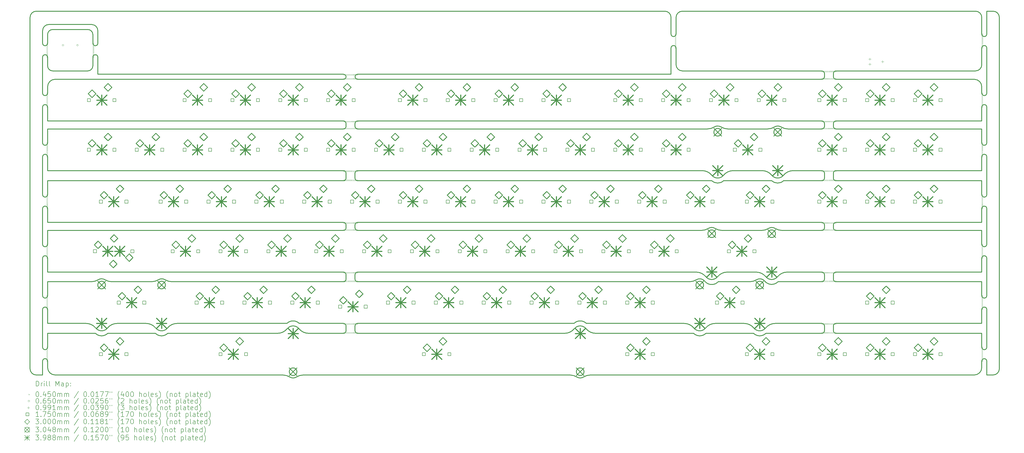
<source format=gbr>
%FSLAX45Y45*%
G04 Gerber Fmt 4.5, Leading zero omitted, Abs format (unit mm)*
G04 Created by KiCad (PCBNEW (6.0.5-0)) date 2023-01-21 22:01:57*
%MOMM*%
%LPD*%
G01*
G04 APERTURE LIST*
%TA.AperFunction,Profile*%
%ADD10C,0.300000*%
%TD*%
%ADD11C,0.200000*%
%ADD12C,0.045000*%
%ADD13C,0.065000*%
%ADD14C,0.099060*%
%ADD15C,0.175000*%
%ADD16C,0.300000*%
%ADD17C,0.304800*%
%ADD18C,0.398780*%
G04 APERTURE END LIST*
D10*
X9627742Y-2808500D02*
X-2152500Y-2808500D01*
X-2102500Y3012500D02*
G75*
G03*
X-2352500Y2762500I0J-250000D01*
G01*
X28772745Y-6949834D02*
G75*
G03*
X28672742Y-6849834I-100006J-6D01*
G01*
X22866784Y3292500D02*
X22866784Y2631900D01*
X27051585Y-1070502D02*
G75*
G03*
X27319757Y-1148500I268175J422022D01*
G01*
X10186542Y-830002D02*
G75*
G03*
X10086542Y-930000I-2J-99998D01*
G01*
X35237500Y-9839134D02*
X35237500Y-8342933D01*
X10086542Y-8993533D02*
X10086542Y-9188533D01*
X-2152500Y-830000D02*
X-2152500Y-279400D01*
X23563867Y-9288533D02*
G75*
G03*
X24054783Y-9288533I245458J249500D01*
G01*
X-2152500Y-10397934D02*
G75*
G03*
X-2352500Y-10397934I-100000J0D01*
G01*
X10186542Y-4871332D02*
G75*
G03*
X10086542Y-4971335I-2J-99998D01*
G01*
X-2152500Y-7784132D02*
X-2152500Y-7233533D01*
X26052305Y-6849834D02*
X24906445Y-6849834D01*
X-248633Y-9288533D02*
G75*
G03*
X242283Y-9288533I245458J249500D01*
G01*
X18429130Y-9288528D02*
G75*
G03*
X18817174Y-9103846I0J500008D01*
G01*
X-2602500Y-10948533D02*
X-2352500Y-10948533D01*
X9627742Y-6849834D02*
X-2152500Y-6849834D01*
X-2352500Y2266900D02*
G75*
G03*
X-2152500Y2266900I100000J0D01*
G01*
X35037500Y-9288533D02*
X35037500Y-9839135D01*
X10186542Y-3211334D02*
X24289548Y-3211334D01*
X26440349Y-7034522D02*
G75*
G03*
X26906001Y-7034522I232826J189188D01*
G01*
X9727742Y-6949834D02*
X9727742Y-7133533D01*
X24545381Y-7233533D02*
X25800868Y-7233533D01*
X-352500Y2266900D02*
X-352500Y2612500D01*
X35037500Y530000D02*
G75*
G03*
X34737500Y830000I-300000J0D01*
G01*
X29131540Y-1048500D02*
G75*
G03*
X29231542Y-1148500I100000J0D01*
G01*
X-352500Y2266900D02*
G75*
G03*
X-152500Y2266900I100000J0D01*
G01*
X28672742Y-7233532D02*
G75*
G03*
X28772742Y-7133533I-2J100002D01*
G01*
X10186542Y-7233533D02*
X23404717Y-7233533D01*
X6999130Y-9288528D02*
G75*
G03*
X7387174Y-9103846I0J500008D01*
G01*
X2524712Y-7155532D02*
G75*
G03*
X2792882Y-7233533I268169J421982D01*
G01*
X10086546Y-3111334D02*
G75*
G03*
X10186542Y-3211334I99995J-6D01*
G01*
X-2352500Y-1699100D02*
G75*
G03*
X-2152500Y-1699100I100000J0D01*
G01*
X35237500Y-3761934D02*
X35237500Y-2257900D01*
X24290874Y-2993187D02*
G75*
G03*
X23902830Y-2808500I-388044J-315313D01*
G01*
X26395374Y-7206714D02*
G75*
G03*
X26069039Y-7155533I-192244J-159806D01*
G01*
X-1952500Y1162500D02*
X-552500Y1162500D01*
X19670870Y-9288533D02*
X23563867Y-9288533D01*
X9627742Y-4871335D02*
X-2152500Y-4871335D01*
X-2152500Y-8342933D02*
G75*
G03*
X-2352500Y-8342933I-100000J0D01*
G01*
X9727742Y-8993533D02*
X9727742Y-9188533D01*
X28772742Y-8993533D02*
X28772742Y-9188533D01*
X18915131Y-11027533D02*
G75*
G03*
X19184869Y-11027533I134869J210500D01*
G01*
X23188455Y-8893533D02*
X19295458Y-8893533D01*
X26813461Y-5111834D02*
G75*
G03*
X27081632Y-5189835I268169J421984D01*
G01*
X29131542Y-3111329D02*
X29131542Y-2908500D01*
X-2152500Y-3761934D02*
X-2152500Y-3211334D01*
X35237500Y-8342933D02*
G75*
G03*
X35037500Y-8342933I-100000J0D01*
G01*
X28772745Y-4971335D02*
G75*
G03*
X28672742Y-4871335I-100006J-6D01*
G01*
X35037500Y-4871335D02*
X29231542Y-4871335D01*
X29231542Y-6849832D02*
G75*
G03*
X29131542Y-6949834I-2J-99998D01*
G01*
X-552500Y2812500D02*
X-1952500Y2812500D01*
X24119092Y-1148497D02*
G75*
G03*
X24388831Y-1069500I8J499987D01*
G01*
X-2152500Y2612500D02*
X-2152500Y2266900D01*
X35237500Y-2257900D02*
G75*
G03*
X35037500Y-2257900I-100000J0D01*
G01*
X35737500Y3292500D02*
G75*
G03*
X35487500Y3542500I-250000J0D01*
G01*
X35037500Y-4320734D02*
X35037500Y-4871335D01*
X29231542Y-9288533D02*
X35037500Y-9288533D01*
X131694Y-7154533D02*
G75*
G03*
X-138044Y-7154533I-134869J-210500D01*
G01*
X35037500Y-10648533D02*
X35037500Y-10397934D01*
X26395366Y-7206721D02*
G75*
G03*
X26927168Y-7233533I277804J222681D01*
G01*
X-352500Y1362500D02*
X-352500Y1708100D01*
X26442383Y-9288533D02*
X28672742Y-9288533D01*
X9727742Y-2908500D02*
X9727742Y-3111334D01*
X-2352500Y279400D02*
X-2352500Y1708100D01*
X34787500Y3542500D02*
X23116784Y3542500D01*
X-2152500Y-10397934D02*
X-2152500Y-10648533D01*
X35037500Y2631900D02*
G75*
G03*
X35237500Y2631900I100000J0D01*
G01*
X24430195Y-8893536D02*
G75*
G03*
X24042151Y-9078221I-15J-499974D01*
G01*
X35037500Y279401D02*
G75*
G03*
X35237500Y279400I100000J-1D01*
G01*
X23902830Y-2808500D02*
X10186542Y-2808500D01*
X22866784Y2073100D02*
G75*
G03*
X22666784Y2073100I-100000J0D01*
G01*
X-152500Y2762500D02*
G75*
G03*
X-402500Y3012500I-250000J0D01*
G01*
X26515243Y-1148499D02*
G75*
G03*
X26783414Y-1070500I7J499979D01*
G01*
X2629883Y-9288533D02*
X6999130Y-9288533D01*
X28772742Y-930000D02*
X28772742Y-1048500D01*
X28772742Y-2908500D02*
X28772742Y-3111310D01*
X25951467Y-9288533D02*
G75*
G03*
X26442383Y-9288533I245458J249500D01*
G01*
X-2352500Y2266900D02*
X-2352500Y2762500D01*
X35037500Y3292500D02*
G75*
G03*
X34787500Y3542500I-250000J0D01*
G01*
X35237500Y-10948533D02*
X35487500Y-10948533D01*
X9627742Y-5189832D02*
G75*
G03*
X9727742Y-5089835I-2J100002D01*
G01*
X-2102500Y3012500D02*
X-402500Y3012500D01*
X28672742Y-4871335D02*
X10186542Y-4871335D01*
X29231542Y1162500D02*
X34787500Y1162500D01*
X8024608Y-10948533D02*
X18645392Y-10948533D01*
X35237500Y-10397934D02*
G75*
G03*
X35037500Y-10397934I-100000J4D01*
G01*
X23880967Y-5189833D02*
G75*
G03*
X24150706Y-5110835I-7J500033D01*
G01*
X29231542Y-1148500D02*
X35037500Y-1148500D01*
X35487500Y3542500D02*
X35237500Y3542500D01*
X-2152500Y-279400D02*
G75*
G03*
X-2352500Y-279400I-100000J0D01*
G01*
X-2152500Y-4320733D02*
G75*
G03*
X-2352500Y-4320734I-100000J0D01*
G01*
X28772747Y-8993533D02*
G75*
G03*
X28672742Y-8893533I-100007J-7D01*
G01*
X10086542Y-2908500D02*
X10086542Y-3111334D01*
X-2152500Y-10648533D02*
G75*
G03*
X-1852500Y-10948533I300000J0D01*
G01*
X-152500Y1708100D02*
X-152500Y1030000D01*
X-2152500Y-6849834D02*
X-2152500Y-6299234D01*
X9627742Y830000D02*
G75*
G03*
X9627742Y1030000I-2J100000D01*
G01*
X28672744Y-3211312D02*
G75*
G03*
X28772742Y-3111310I-4J100002D01*
G01*
X24420446Y-5110833D02*
G75*
G03*
X24690183Y-5189835I269734J420973D01*
G01*
X29131542Y-6949834D02*
X29131542Y-7133533D01*
X35237500Y-6299234D02*
G75*
G03*
X35037500Y-6299233I-100000J4D01*
G01*
X-1952500Y2812500D02*
G75*
G03*
X-2152500Y2612500I0J-200000D01*
G01*
X-2352500Y-10948533D02*
X-2352500Y-10397934D01*
X-2352500Y-3761934D02*
G75*
G03*
X-2152500Y-3761934I100000J0D01*
G01*
X35487500Y-10948540D02*
G75*
G03*
X35737500Y-10698533I-10J250010D01*
G01*
X29131541Y-3111329D02*
G75*
G03*
X29231542Y-3211329I99999J-1D01*
G01*
X10186542Y-1148500D02*
X24119092Y-1148500D01*
X-2152500Y-8893533D02*
X-2152500Y-8342933D01*
X35237500Y2073100D02*
X35237500Y279400D01*
X24289548Y-3211334D02*
G75*
G03*
X24757852Y-3211334I234152J249500D01*
G01*
X35237500Y-5740436D02*
X35237500Y-4320733D01*
X10086542Y-4971335D02*
X10086542Y-5089835D01*
X-2152500Y-9839134D02*
X-2152500Y-9288533D01*
X35237500Y-7784131D02*
X35237500Y-6299234D01*
X24006452Y-7211266D02*
G75*
G03*
X24545381Y-7233533I279128J222746D01*
G01*
X35037500Y-279400D02*
X35037500Y-830000D01*
X25144570Y-2808500D02*
G75*
G03*
X24756526Y-2993187I0J-500000D01*
G01*
X19454608Y-10948533D02*
X34737500Y-10948533D01*
X35037500Y-1148500D02*
X35037500Y-1699100D01*
X23576497Y-9078222D02*
G75*
G03*
X23188455Y-8893533I-388057J-315338D01*
G01*
X28772740Y-930000D02*
G75*
G03*
X28672742Y-830000I-100000J0D01*
G01*
X10086542Y-930000D02*
X10086542Y-1048500D01*
X-2152500Y1708100D02*
X-2152500Y1362500D01*
X24290874Y-2993187D02*
G75*
G03*
X24756526Y-2993187I232826J189188D01*
G01*
X23116784Y1162500D02*
X28672742Y1162500D01*
X28772742Y1062500D02*
X28772742Y930000D01*
X-552500Y1162500D02*
G75*
G03*
X-352500Y1362500I0J200000D01*
G01*
X-152500Y1030000D02*
X9627742Y1030000D01*
X27051586Y-1070500D02*
G75*
G03*
X26783414Y-1070500I-134086J-211000D01*
G01*
X35037500Y-1699100D02*
G75*
G03*
X35237500Y-1699100I100000J0D01*
G01*
X35037500Y-9839135D02*
G75*
G03*
X35237500Y-9839134I100000J5D01*
G01*
X27081632Y-5189835D02*
X28672742Y-5189835D01*
X29231542Y-7233533D02*
X35037500Y-7233533D01*
X-2152500Y-6299234D02*
G75*
G03*
X-2352500Y-6299234I-100000J0D01*
G01*
X29231542Y-5189835D02*
X35037500Y-5189835D01*
X1988368Y-7233534D02*
G75*
G03*
X2256539Y-7155533I-8J500024D01*
G01*
X-1852500Y-10948533D02*
X7215392Y-10948533D01*
X24658569Y-1069501D02*
G75*
G03*
X24928308Y-1148500I269741J421011D01*
G01*
X29131547Y-9188533D02*
G75*
G03*
X29231542Y-9288533I99993J-7D01*
G01*
X10086542Y-6949834D02*
X10086542Y-7133533D01*
X9727746Y-4971335D02*
G75*
G03*
X9627742Y-4871335I-100006J-6D01*
G01*
X-152500Y2762500D02*
X-152500Y2266900D01*
X28672742Y829998D02*
G75*
G03*
X28772742Y930000I-2J100002D01*
G01*
X35037500Y-7784133D02*
G75*
G03*
X35237500Y-7784131I100000J3D01*
G01*
X35237500Y-4320733D02*
G75*
G03*
X35037500Y-4320734I-100000J3D01*
G01*
X23576499Y-9078221D02*
G75*
G03*
X24042151Y-9078221I232826J189188D01*
G01*
X29131542Y-4971335D02*
X29131542Y-5089835D01*
X3005295Y-8893533D02*
G75*
G03*
X2617251Y-9078221I0J-500000D01*
G01*
X2151599Y-9078221D02*
G75*
G03*
X1763555Y-8893533I-388044J-315312D01*
G01*
X401433Y-7233533D02*
X1988368Y-7233533D01*
X27532170Y-2808500D02*
G75*
G03*
X27144126Y-2993187I0J-500000D01*
G01*
X35237500Y-1699100D02*
X35237500Y-279400D01*
X28672742Y-830000D02*
X10186542Y-830000D01*
X10186542Y1030000D02*
X22666784Y1030000D01*
X19282828Y-9103844D02*
G75*
G03*
X19670870Y-9288533I388042J315304D01*
G01*
X10086546Y-5089835D02*
G75*
G03*
X10186542Y-5189835I99995J-6D01*
G01*
X7374542Y-8893533D02*
X3005295Y-8893533D01*
X35037500Y-6849834D02*
X29231542Y-6849834D01*
X9727742Y-930000D02*
X9727742Y-1048500D01*
X26290430Y-2808500D02*
X25144570Y-2808500D01*
X7485131Y-11027532D02*
G75*
G03*
X7215392Y-10948533I-269742J-421018D01*
G01*
X-2352500Y279400D02*
G75*
G03*
X-2152500Y279400I100000J0D01*
G01*
X-2352500Y-4320734D02*
X-2352500Y-5740435D01*
X26277118Y-5189835D02*
G75*
G03*
X26545289Y-5111835I-8J500025D01*
G01*
X35237500Y-10397934D02*
X35237500Y-10948533D01*
X26813461Y-5111835D02*
G75*
G03*
X26545289Y-5111835I-134086J-211000D01*
G01*
X-2852500Y-10698533D02*
G75*
G03*
X-2602500Y-10948533I250000J0D01*
G01*
X-2152500Y1362500D02*
G75*
G03*
X-1952500Y1162500I200000J0D01*
G01*
X28772740Y-2908500D02*
G75*
G03*
X28672742Y-2808500I-100000J0D01*
G01*
X-2152500Y-7233533D02*
X-407783Y-7233533D01*
X28672742Y-1148502D02*
G75*
G03*
X28772742Y-1048500I-2J100002D01*
G01*
X10186542Y-9288533D02*
X18429130Y-9288533D01*
X-352500Y2612500D02*
G75*
G03*
X-552500Y2812500I-200000J0D01*
G01*
X35037500Y2631900D02*
X35037500Y3292500D01*
X9727746Y-6949834D02*
G75*
G03*
X9627742Y-6849834I-100006J-6D01*
G01*
X22866790Y1412500D02*
G75*
G03*
X23116784Y1162500I249990J-10D01*
G01*
X29231542Y-2808502D02*
G75*
G03*
X29131542Y-2908500I-2J-99998D01*
G01*
X35037500Y-7233533D02*
X35037500Y-7784133D01*
X28672742Y-5189832D02*
G75*
G03*
X28772742Y-5089835I-2J100002D01*
G01*
X8024608Y-10948534D02*
G75*
G03*
X7754869Y-11027533I-8J-499976D01*
G01*
X27294045Y-6849837D02*
G75*
G03*
X26906001Y-7034522I-15J-499973D01*
G01*
X2792882Y-7233533D02*
X9627742Y-7233533D01*
X24757852Y-3211334D02*
X26677148Y-3211334D01*
X10186542Y-6849832D02*
G75*
G03*
X10086542Y-6949834I-2J-99998D01*
G01*
X19295458Y-8893533D02*
G75*
G03*
X18804542Y-8893533I-245458J-249500D01*
G01*
X24658569Y-1069500D02*
G75*
G03*
X24388831Y-1069500I-134869J-210500D01*
G01*
X9727747Y-8993533D02*
G75*
G03*
X9627742Y-8893533I-100007J-7D01*
G01*
X9727740Y-930000D02*
G75*
G03*
X9627742Y-830000I-100000J0D01*
G01*
X8240870Y-9288533D02*
X9627742Y-9288533D01*
X35037500Y1412500D02*
X35037500Y2073100D01*
X28772742Y-5089835D02*
X28772742Y-4971335D01*
X28672742Y830000D02*
X10186542Y830000D01*
X22666784Y2631900D02*
X22666784Y3292500D01*
X34787500Y1162500D02*
G75*
G03*
X35037500Y1412500I0J250000D01*
G01*
X7852828Y-9103844D02*
G75*
G03*
X8240870Y-9288533I388042J315304D01*
G01*
X27319757Y-1148500D02*
X28672742Y-1148500D01*
X29131540Y930000D02*
G75*
G03*
X29231542Y830000I100000J0D01*
G01*
X22666790Y3292500D02*
G75*
G03*
X22416784Y3542500I-250010J-10D01*
G01*
X22666776Y2631900D02*
G75*
G03*
X22866784Y2631900I100004J0D01*
G01*
X28672742Y-8893533D02*
X26817795Y-8893533D01*
X9627742Y830000D02*
X-1852500Y830000D01*
X29231542Y-830002D02*
G75*
G03*
X29131542Y-930000I-2J-99998D01*
G01*
X-2352500Y-6299234D02*
X-2352500Y-7784133D01*
X26817795Y-8893536D02*
G75*
G03*
X26429751Y-9078221I-15J-499974D01*
G01*
X2151599Y-9078221D02*
G75*
G03*
X2617251Y-9078221I232826J189188D01*
G01*
X35037500Y-8893533D02*
X29231542Y-8893533D01*
X-2352500Y-279400D02*
X-2352500Y-1699100D01*
X-2152500Y-3211334D02*
X9627742Y-3211334D01*
X10086547Y-7133533D02*
G75*
G03*
X10186542Y-7233533I99993J-7D01*
G01*
X-624045Y-8893533D02*
X-2152500Y-8893533D01*
X-236001Y-9078221D02*
G75*
G03*
X-624045Y-8893533I-388044J-315312D01*
G01*
X24420444Y-5110835D02*
G75*
G03*
X24150706Y-5110835I-134869J-210500D01*
G01*
X35237500Y2073100D02*
G75*
G03*
X35037500Y2073100I-100000J0D01*
G01*
X35037500Y-8342933D02*
X35037500Y-8893533D01*
X29231542Y-8893532D02*
G75*
G03*
X29131542Y-8993533I-2J-99998D01*
G01*
X9627742Y-830000D02*
X-2152500Y-830000D01*
X22416784Y3542500D02*
X-2602500Y3542500D01*
X-2352500Y-8342933D02*
X-2352500Y-9839135D01*
X10186542Y-2808502D02*
G75*
G03*
X10086542Y-2908500I-2J-99998D01*
G01*
X28772740Y1062500D02*
G75*
G03*
X28672742Y1162500I-100000J0D01*
G01*
X9627742Y-8893533D02*
X7865458Y-8893533D01*
X26927168Y-7233533D02*
X28672742Y-7233533D01*
X35037500Y-5740435D02*
G75*
G03*
X35237500Y-5740436I100000J-5D01*
G01*
X7485131Y-11027533D02*
G75*
G03*
X7754869Y-11027533I134869J210500D01*
G01*
X29231542Y-4871332D02*
G75*
G03*
X29131542Y-4971335I-2J-99998D01*
G01*
X35037500Y-830000D02*
X29231542Y-830000D01*
X35037500Y-5189835D02*
X35037500Y-5740435D01*
X-2602500Y3542500D02*
G75*
G03*
X-2852500Y3292500I0J-250000D01*
G01*
X27145452Y-3211334D02*
X28672744Y-3211310D01*
X-2152500Y530000D02*
X-2152500Y279400D01*
X35037500Y-3761934D02*
G75*
G03*
X35237500Y-3761934I100000J4D01*
G01*
X-2152500Y-1699100D02*
X-2152500Y-1148500D01*
X29131542Y-930000D02*
X29131542Y-1048500D01*
X18915132Y-11027532D02*
G75*
G03*
X18645392Y-10948533I-269742J-421018D01*
G01*
X9627742Y-3211332D02*
G75*
G03*
X9727742Y-3111334I-2J100002D01*
G01*
X617695Y-8893533D02*
G75*
G03*
X229651Y-9078221I0J-500000D01*
G01*
X9627742Y-7233532D02*
G75*
G03*
X9727742Y-7133533I-2J100002D01*
G01*
X-2852500Y3292500D02*
X-2852500Y-10698533D01*
X25964097Y-9078222D02*
G75*
G03*
X25576055Y-8893533I-388057J-315338D01*
G01*
X22666784Y1030000D02*
X22666784Y2073100D01*
X29131545Y-5089835D02*
G75*
G03*
X29231542Y-5189835I99995J-6D01*
G01*
X9727740Y-2908500D02*
G75*
G03*
X9627742Y-2808500I-100000J0D01*
G01*
X9627742Y-9288532D02*
G75*
G03*
X9727742Y-9188533I-2J100002D01*
G01*
X28672742Y-6849834D02*
X27294045Y-6849834D01*
X-2352500Y-9839135D02*
G75*
G03*
X-2152500Y-9839134I100000J1D01*
G01*
X-152500Y1708100D02*
G75*
G03*
X-352500Y1708100I-100000J0D01*
G01*
X26677148Y-3211334D02*
G75*
G03*
X27145452Y-3211334I234152J249500D01*
G01*
X24006449Y-7211268D02*
G75*
G03*
X23674456Y-7154533I-197119J-153752D01*
G01*
X-1852500Y830000D02*
G75*
G03*
X-2152500Y530000I0J-300000D01*
G01*
X2138967Y-9288533D02*
G75*
G03*
X2629883Y-9288533I245458J249500D01*
G01*
X24052747Y-7034523D02*
G75*
G03*
X23664705Y-6849834I-388057J-315337D01*
G01*
X29131542Y-9188533D02*
X29131542Y-8993533D01*
X-2152500Y-4871335D02*
X-2152500Y-4320733D01*
X242283Y-9288533D02*
X2138967Y-9288533D01*
X35037500Y-2808500D02*
X29231542Y-2808500D01*
X-2152500Y-2808500D02*
X-2152500Y-2257899D01*
X23664705Y-6849834D02*
X10186542Y-6849834D01*
X25576055Y-8893533D02*
X24430195Y-8893533D01*
X-2352500Y-2257899D02*
X-2352500Y-3761934D01*
X19454608Y-10948534D02*
G75*
G03*
X19184869Y-11027533I-8J-499976D01*
G01*
X35737500Y-10698533D02*
X35737500Y3292500D01*
X35037500Y-3211334D02*
X35037500Y-3761934D01*
X35037500Y-2257900D02*
X35037500Y-2808500D01*
X28672742Y-9288532D02*
G75*
G03*
X28772742Y-9188533I-2J100002D01*
G01*
X29231542Y-3211329D02*
X35037500Y-3211334D01*
X24052749Y-7034522D02*
G75*
G03*
X24518401Y-7034522I232826J189188D01*
G01*
X10086540Y-1048500D02*
G75*
G03*
X10186542Y-1148500I100000J0D01*
G01*
X26440347Y-7034523D02*
G75*
G03*
X26052305Y-6849834I-388057J-315337D01*
G01*
X29131547Y-7133533D02*
G75*
G03*
X29231542Y-7233533I99993J-7D01*
G01*
X24690183Y-5189835D02*
X26277118Y-5189835D01*
X-2352500Y-7784133D02*
G75*
G03*
X-2152500Y-7784132I100000J1D01*
G01*
X7852826Y-9103846D02*
G75*
G03*
X7387174Y-9103846I-232826J-189188D01*
G01*
X131695Y-7154533D02*
G75*
G03*
X401433Y-7233533I269738J420998D01*
G01*
X-2152500Y-9288533D02*
X-248633Y-9288533D01*
X2524711Y-7155533D02*
G75*
G03*
X2256539Y-7155533I-134086J-211000D01*
G01*
X-2352500Y-5740435D02*
G75*
G03*
X-2152500Y-5740435I100000J0D01*
G01*
X-2152500Y-1148500D02*
X9627742Y-1148500D01*
X25800868Y-7233534D02*
G75*
G03*
X26069039Y-7155533I-8J500024D01*
G01*
X10186542Y1030000D02*
G75*
G03*
X10186542Y830000I-2J-100000D01*
G01*
X9727742Y-4971335D02*
X9727742Y-5089835D01*
X28772742Y-6949834D02*
X28772742Y-7133533D01*
X7865458Y-8893533D02*
G75*
G03*
X7374542Y-8893533I-245458J-249500D01*
G01*
X18804542Y-8893533D02*
X10186542Y-8893533D01*
X24928308Y-1148500D02*
X26515243Y-1148500D01*
X10086547Y-9188533D02*
G75*
G03*
X10186542Y-9288533I99993J-7D01*
G01*
X9627742Y-1148502D02*
G75*
G03*
X9727742Y-1048500I-2J100002D01*
G01*
X-2152500Y-2257900D02*
G75*
G03*
X-2352500Y-2257899I-100000J1D01*
G01*
X34737500Y-10948540D02*
G75*
G03*
X35037500Y-10648533I-10J300010D01*
G01*
X-2152500Y1708100D02*
G75*
G03*
X-2352500Y1708100I-100000J0D01*
G01*
X26678474Y-2993187D02*
G75*
G03*
X26290430Y-2808500I-388044J-315313D01*
G01*
X-2152500Y-5740435D02*
X-2152500Y-5189835D01*
X19282826Y-9103846D02*
G75*
G03*
X18817174Y-9103846I-232826J-189188D01*
G01*
X29231542Y1162498D02*
G75*
G03*
X29131542Y1062500I-2J-99998D01*
G01*
X25964099Y-9078221D02*
G75*
G03*
X26429751Y-9078221I232826J189188D01*
G01*
X35037500Y279401D02*
X35037500Y530000D01*
X28672742Y-2808500D02*
X27532170Y-2808500D01*
X-236001Y-9078221D02*
G75*
G03*
X229651Y-9078221I232826J189188D01*
G01*
X23404717Y-7233532D02*
G75*
G03*
X23674456Y-7154533I-7J500032D01*
G01*
X10186542Y-8893532D02*
G75*
G03*
X10086542Y-8993533I-2J-99998D01*
G01*
X-2152500Y-5189835D02*
X9627742Y-5189835D01*
X10186542Y-5189835D02*
X23880967Y-5189835D01*
X24054783Y-9288533D02*
X25951467Y-9288533D01*
X23116784Y3542506D02*
G75*
G03*
X22866784Y3292500I6J-250006D01*
G01*
X35237500Y3542500D02*
X35237500Y2631900D01*
X35237500Y-279400D02*
G75*
G03*
X35037500Y-279400I-100000J0D01*
G01*
X34737500Y830000D02*
X29231542Y830000D01*
X-407783Y-7233533D02*
G75*
G03*
X-138044Y-7154533I0J500000D01*
G01*
X22866784Y2073100D02*
X22866784Y1412500D01*
X35037500Y-6299233D02*
X35037500Y-6849834D01*
X24906445Y-6849837D02*
G75*
G03*
X24518401Y-7034522I-15J-499973D01*
G01*
X26678474Y-2993187D02*
G75*
G03*
X27144126Y-2993187I232826J189188D01*
G01*
X1763555Y-8893533D02*
X617695Y-8893533D01*
X29131542Y1062500D02*
X29131542Y930000D01*
D11*
D12*
X-2195000Y2280000D02*
X-2150000Y2235000D01*
X-2150000Y2280000D02*
X-2195000Y2235000D01*
X-2195000Y2220000D02*
X-2150000Y2175000D01*
X-2150000Y2220000D02*
X-2195000Y2175000D01*
X-2195000Y2160000D02*
X-2150000Y2115000D01*
X-2150000Y2160000D02*
X-2195000Y2115000D01*
X-2195000Y2100000D02*
X-2150000Y2055000D01*
X-2150000Y2100000D02*
X-2195000Y2055000D01*
X-2195000Y2040000D02*
X-2150000Y1995000D01*
X-2150000Y2040000D02*
X-2195000Y1995000D01*
X-2195000Y1980000D02*
X-2150000Y1935000D01*
X-2150000Y1980000D02*
X-2195000Y1935000D01*
X-2195000Y1920000D02*
X-2150000Y1875000D01*
X-2150000Y1920000D02*
X-2195000Y1875000D01*
X-2195000Y1860000D02*
X-2150000Y1815000D01*
X-2150000Y1860000D02*
X-2195000Y1815000D01*
X-2195000Y1800000D02*
X-2150000Y1755000D01*
X-2150000Y1800000D02*
X-2195000Y1755000D01*
X-2195000Y1740000D02*
X-2150000Y1695000D01*
X-2150000Y1740000D02*
X-2195000Y1695000D01*
X-2195000Y292500D02*
X-2150000Y247500D01*
X-2150000Y292500D02*
X-2195000Y247500D01*
X-2195000Y232500D02*
X-2150000Y187500D01*
X-2150000Y232500D02*
X-2195000Y187500D01*
X-2195000Y172500D02*
X-2150000Y127500D01*
X-2150000Y172500D02*
X-2195000Y127500D01*
X-2195000Y112500D02*
X-2150000Y67500D01*
X-2150000Y112500D02*
X-2195000Y67500D01*
X-2195000Y52500D02*
X-2150000Y7500D01*
X-2150000Y52500D02*
X-2195000Y7500D01*
X-2195000Y-7500D02*
X-2150000Y-52500D01*
X-2150000Y-7500D02*
X-2195000Y-52500D01*
X-2195000Y-67500D02*
X-2150000Y-112500D01*
X-2150000Y-67500D02*
X-2195000Y-112500D01*
X-2195000Y-127500D02*
X-2150000Y-172500D01*
X-2150000Y-127500D02*
X-2195000Y-172500D01*
X-2195000Y-187500D02*
X-2150000Y-232500D01*
X-2150000Y-187500D02*
X-2195000Y-232500D01*
X-2195000Y-247500D02*
X-2150000Y-292500D01*
X-2150000Y-247500D02*
X-2195000Y-292500D01*
X-2195000Y-1686000D02*
X-2150000Y-1731000D01*
X-2150000Y-1686000D02*
X-2195000Y-1731000D01*
X-2195000Y-1746000D02*
X-2150000Y-1791000D01*
X-2150000Y-1746000D02*
X-2195000Y-1791000D01*
X-2195000Y-1806000D02*
X-2150000Y-1851000D01*
X-2150000Y-1806000D02*
X-2195000Y-1851000D01*
X-2195000Y-1866000D02*
X-2150000Y-1911000D01*
X-2150000Y-1866000D02*
X-2195000Y-1911000D01*
X-2195000Y-1926000D02*
X-2150000Y-1971000D01*
X-2150000Y-1926000D02*
X-2195000Y-1971000D01*
X-2195000Y-1986000D02*
X-2150000Y-2031000D01*
X-2150000Y-1986000D02*
X-2195000Y-2031000D01*
X-2195000Y-2046000D02*
X-2150000Y-2091000D01*
X-2150000Y-2046000D02*
X-2195000Y-2091000D01*
X-2195000Y-2106000D02*
X-2150000Y-2151000D01*
X-2150000Y-2106000D02*
X-2195000Y-2151000D01*
X-2195000Y-2166000D02*
X-2150000Y-2211000D01*
X-2150000Y-2166000D02*
X-2195000Y-2211000D01*
X-2195000Y-2226000D02*
X-2150000Y-2271000D01*
X-2150000Y-2226000D02*
X-2195000Y-2271000D01*
X-2195000Y-3748830D02*
X-2150000Y-3793830D01*
X-2150000Y-3748830D02*
X-2195000Y-3793830D01*
X-2195000Y-3808830D02*
X-2150000Y-3853830D01*
X-2150000Y-3808830D02*
X-2195000Y-3853830D01*
X-2195000Y-3868830D02*
X-2150000Y-3913830D01*
X-2150000Y-3868830D02*
X-2195000Y-3913830D01*
X-2195000Y-3928830D02*
X-2150000Y-3973830D01*
X-2150000Y-3928830D02*
X-2195000Y-3973830D01*
X-2195000Y-3988830D02*
X-2150000Y-4033830D01*
X-2150000Y-3988830D02*
X-2195000Y-4033830D01*
X-2195000Y-4048830D02*
X-2150000Y-4093830D01*
X-2150000Y-4048830D02*
X-2195000Y-4093830D01*
X-2195000Y-4108830D02*
X-2150000Y-4153830D01*
X-2150000Y-4108830D02*
X-2195000Y-4153830D01*
X-2195000Y-4168830D02*
X-2150000Y-4213830D01*
X-2150000Y-4168830D02*
X-2195000Y-4213830D01*
X-2195000Y-4228830D02*
X-2150000Y-4273830D01*
X-2150000Y-4228830D02*
X-2195000Y-4273830D01*
X-2195000Y-4288830D02*
X-2150000Y-4333830D01*
X-2150000Y-4288830D02*
X-2195000Y-4333830D01*
X-2195000Y-5727330D02*
X-2150000Y-5772330D01*
X-2150000Y-5727330D02*
X-2195000Y-5772330D01*
X-2195000Y-5787330D02*
X-2150000Y-5832330D01*
X-2150000Y-5787330D02*
X-2195000Y-5832330D01*
X-2195000Y-5847330D02*
X-2150000Y-5892330D01*
X-2150000Y-5847330D02*
X-2195000Y-5892330D01*
X-2195000Y-5907330D02*
X-2150000Y-5952330D01*
X-2150000Y-5907330D02*
X-2195000Y-5952330D01*
X-2195000Y-5967330D02*
X-2150000Y-6012330D01*
X-2150000Y-5967330D02*
X-2195000Y-6012330D01*
X-2195000Y-6027330D02*
X-2150000Y-6072330D01*
X-2150000Y-6027330D02*
X-2195000Y-6072330D01*
X-2195000Y-6087330D02*
X-2150000Y-6132330D01*
X-2150000Y-6087330D02*
X-2195000Y-6132330D01*
X-2195000Y-6147330D02*
X-2150000Y-6192330D01*
X-2150000Y-6147330D02*
X-2195000Y-6192330D01*
X-2195000Y-6207330D02*
X-2150000Y-6252330D01*
X-2150000Y-6207330D02*
X-2195000Y-6252330D01*
X-2195000Y-6267330D02*
X-2150000Y-6312330D01*
X-2150000Y-6267330D02*
X-2195000Y-6312330D01*
X-2195000Y-7761030D02*
X-2150000Y-7806030D01*
X-2150000Y-7761030D02*
X-2195000Y-7806030D01*
X-2195000Y-7821030D02*
X-2150000Y-7866030D01*
X-2150000Y-7821030D02*
X-2195000Y-7866030D01*
X-2195000Y-7881030D02*
X-2150000Y-7926030D01*
X-2150000Y-7881030D02*
X-2195000Y-7926030D01*
X-2195000Y-7941030D02*
X-2150000Y-7986030D01*
X-2150000Y-7941030D02*
X-2195000Y-7986030D01*
X-2195000Y-8001030D02*
X-2150000Y-8046030D01*
X-2150000Y-8001030D02*
X-2195000Y-8046030D01*
X-2195000Y-8061030D02*
X-2150000Y-8106030D01*
X-2150000Y-8061030D02*
X-2195000Y-8106030D01*
X-2195000Y-8121030D02*
X-2150000Y-8166030D01*
X-2150000Y-8121030D02*
X-2195000Y-8166030D01*
X-2195000Y-8181030D02*
X-2150000Y-8226030D01*
X-2150000Y-8181030D02*
X-2195000Y-8226030D01*
X-2195000Y-8241030D02*
X-2150000Y-8286030D01*
X-2150000Y-8241030D02*
X-2195000Y-8286030D01*
X-2195000Y-8301030D02*
X-2150000Y-8346030D01*
X-2150000Y-8301030D02*
X-2195000Y-8346030D01*
X-2195000Y-9826030D02*
X-2150000Y-9871030D01*
X-2150000Y-9826030D02*
X-2195000Y-9871030D01*
X-2195000Y-9886030D02*
X-2150000Y-9931030D01*
X-2150000Y-9886030D02*
X-2195000Y-9931030D01*
X-2195000Y-9946030D02*
X-2150000Y-9991030D01*
X-2150000Y-9946030D02*
X-2195000Y-9991030D01*
X-2195000Y-10006030D02*
X-2150000Y-10051030D01*
X-2150000Y-10006030D02*
X-2195000Y-10051030D01*
X-2195000Y-10066030D02*
X-2150000Y-10111030D01*
X-2150000Y-10066030D02*
X-2195000Y-10111030D01*
X-2195000Y-10126030D02*
X-2150000Y-10171030D01*
X-2150000Y-10126030D02*
X-2195000Y-10171030D01*
X-2195000Y-10186030D02*
X-2150000Y-10231030D01*
X-2150000Y-10186030D02*
X-2195000Y-10231030D01*
X-2195000Y-10246030D02*
X-2150000Y-10291030D01*
X-2150000Y-10246030D02*
X-2195000Y-10291030D01*
X-2195000Y-10306030D02*
X-2150000Y-10351030D01*
X-2150000Y-10306030D02*
X-2195000Y-10351030D01*
X-2195000Y-10366030D02*
X-2150000Y-10411030D01*
X-2150000Y-10366030D02*
X-2195000Y-10411030D01*
X-355000Y2280000D02*
X-310000Y2235000D01*
X-310000Y2280000D02*
X-355000Y2235000D01*
X-355000Y2220000D02*
X-310000Y2175000D01*
X-310000Y2220000D02*
X-355000Y2175000D01*
X-355000Y2160000D02*
X-310000Y2115000D01*
X-310000Y2160000D02*
X-355000Y2115000D01*
X-355000Y2100000D02*
X-310000Y2055000D01*
X-310000Y2100000D02*
X-355000Y2055000D01*
X-355000Y2040000D02*
X-310000Y1995000D01*
X-310000Y2040000D02*
X-355000Y1995000D01*
X-355000Y1980000D02*
X-310000Y1935000D01*
X-310000Y1980000D02*
X-355000Y1935000D01*
X-355000Y1920000D02*
X-310000Y1875000D01*
X-310000Y1920000D02*
X-355000Y1875000D01*
X-355000Y1860000D02*
X-310000Y1815000D01*
X-310000Y1860000D02*
X-355000Y1815000D01*
X-355000Y1800000D02*
X-310000Y1755000D01*
X-310000Y1800000D02*
X-355000Y1755000D01*
X-355000Y1740000D02*
X-310000Y1695000D01*
X-310000Y1740000D02*
X-355000Y1695000D01*
X9613104Y-1106000D02*
X9658104Y-1151000D01*
X9658104Y-1106000D02*
X9613104Y-1151000D01*
X9614640Y1032500D02*
X9659640Y987500D01*
X9659640Y1032500D02*
X9614640Y987500D01*
X9614640Y872500D02*
X9659640Y827500D01*
X9659640Y872500D02*
X9614640Y827500D01*
X9614640Y-2806000D02*
X9659640Y-2851000D01*
X9659640Y-2806000D02*
X9614640Y-2851000D01*
X9614640Y-3168790D02*
X9659640Y-3213790D01*
X9659640Y-3168790D02*
X9614640Y-3213790D01*
X9614640Y-4868830D02*
X9659640Y-4913830D01*
X9659640Y-4868830D02*
X9614640Y-4913830D01*
X9614640Y-5147330D02*
X9659640Y-5192330D01*
X9659640Y-5147330D02*
X9614640Y-5192330D01*
X9614640Y-6847330D02*
X9659640Y-6892330D01*
X9659640Y-6847330D02*
X9614640Y-6892330D01*
X9614640Y-8891030D02*
X9659640Y-8936030D01*
X9659640Y-8891030D02*
X9614640Y-8936030D01*
X9614640Y-9246030D02*
X9659640Y-9291030D01*
X9659640Y-9246030D02*
X9614640Y-9291030D01*
X9619576Y-7191030D02*
X9664576Y-7236030D01*
X9664576Y-7191030D02*
X9619576Y-7236030D01*
X9623370Y-827500D02*
X9668370Y-872500D01*
X9668370Y-827500D02*
X9623370Y-872500D01*
X9673104Y-1106000D02*
X9718104Y-1151000D01*
X9718104Y-1106000D02*
X9673104Y-1151000D01*
X9674640Y1032500D02*
X9719640Y987500D01*
X9719640Y1032500D02*
X9674640Y987500D01*
X9674640Y872500D02*
X9719640Y827500D01*
X9719640Y872500D02*
X9674640Y827500D01*
X9674640Y-2806000D02*
X9719640Y-2851000D01*
X9719640Y-2806000D02*
X9674640Y-2851000D01*
X9674640Y-3168790D02*
X9719640Y-3213790D01*
X9719640Y-3168790D02*
X9674640Y-3213790D01*
X9674640Y-4868830D02*
X9719640Y-4913830D01*
X9719640Y-4868830D02*
X9674640Y-4913830D01*
X9674640Y-5147330D02*
X9719640Y-5192330D01*
X9719640Y-5147330D02*
X9674640Y-5192330D01*
X9674640Y-6847330D02*
X9719640Y-6892330D01*
X9719640Y-6847330D02*
X9674640Y-6892330D01*
X9674640Y-8891030D02*
X9719640Y-8936030D01*
X9719640Y-8891030D02*
X9674640Y-8936030D01*
X9674640Y-9246030D02*
X9719640Y-9291030D01*
X9719640Y-9246030D02*
X9674640Y-9291030D01*
X9679576Y-7191030D02*
X9724576Y-7236030D01*
X9724576Y-7191030D02*
X9679576Y-7236030D01*
X9683370Y-827500D02*
X9728370Y-872500D01*
X9728370Y-827500D02*
X9683370Y-872500D01*
X9733104Y-1106000D02*
X9778104Y-1151000D01*
X9778104Y-1106000D02*
X9733104Y-1151000D01*
X9734640Y1032500D02*
X9779640Y987500D01*
X9779640Y1032500D02*
X9734640Y987500D01*
X9734640Y872500D02*
X9779640Y827500D01*
X9779640Y872500D02*
X9734640Y827500D01*
X9734640Y-2806000D02*
X9779640Y-2851000D01*
X9779640Y-2806000D02*
X9734640Y-2851000D01*
X9734640Y-3168790D02*
X9779640Y-3213790D01*
X9779640Y-3168790D02*
X9734640Y-3213790D01*
X9734640Y-4868830D02*
X9779640Y-4913830D01*
X9779640Y-4868830D02*
X9734640Y-4913830D01*
X9734640Y-5147330D02*
X9779640Y-5192330D01*
X9779640Y-5147330D02*
X9734640Y-5192330D01*
X9734640Y-6847330D02*
X9779640Y-6892330D01*
X9779640Y-6847330D02*
X9734640Y-6892330D01*
X9734640Y-8891030D02*
X9779640Y-8936030D01*
X9779640Y-8891030D02*
X9734640Y-8936030D01*
X9734640Y-9246030D02*
X9779640Y-9291030D01*
X9779640Y-9246030D02*
X9734640Y-9291030D01*
X9739576Y-7191030D02*
X9784576Y-7236030D01*
X9784576Y-7191030D02*
X9739576Y-7236030D01*
X9743370Y-827500D02*
X9788370Y-872500D01*
X9788370Y-827500D02*
X9743370Y-872500D01*
X9793104Y-1106000D02*
X9838104Y-1151000D01*
X9838104Y-1106000D02*
X9793104Y-1151000D01*
X9794640Y1032500D02*
X9839640Y987500D01*
X9839640Y1032500D02*
X9794640Y987500D01*
X9794640Y872500D02*
X9839640Y827500D01*
X9839640Y872500D02*
X9794640Y827500D01*
X9794640Y-2806000D02*
X9839640Y-2851000D01*
X9839640Y-2806000D02*
X9794640Y-2851000D01*
X9794640Y-3168790D02*
X9839640Y-3213790D01*
X9839640Y-3168790D02*
X9794640Y-3213790D01*
X9794640Y-4868830D02*
X9839640Y-4913830D01*
X9839640Y-4868830D02*
X9794640Y-4913830D01*
X9794640Y-5147330D02*
X9839640Y-5192330D01*
X9839640Y-5147330D02*
X9794640Y-5192330D01*
X9794640Y-6847330D02*
X9839640Y-6892330D01*
X9839640Y-6847330D02*
X9794640Y-6892330D01*
X9794640Y-8891030D02*
X9839640Y-8936030D01*
X9839640Y-8891030D02*
X9794640Y-8936030D01*
X9794640Y-9246030D02*
X9839640Y-9291030D01*
X9839640Y-9246030D02*
X9794640Y-9291030D01*
X9799576Y-7191030D02*
X9844576Y-7236030D01*
X9844576Y-7191030D02*
X9799576Y-7236030D01*
X9803370Y-827500D02*
X9848370Y-872500D01*
X9848370Y-827500D02*
X9803370Y-872500D01*
X9853104Y-1106000D02*
X9898104Y-1151000D01*
X9898104Y-1106000D02*
X9853104Y-1151000D01*
X9854640Y1032500D02*
X9899640Y987500D01*
X9899640Y1032500D02*
X9854640Y987500D01*
X9854640Y872500D02*
X9899640Y827500D01*
X9899640Y872500D02*
X9854640Y827500D01*
X9854640Y-2806000D02*
X9899640Y-2851000D01*
X9899640Y-2806000D02*
X9854640Y-2851000D01*
X9854640Y-3168790D02*
X9899640Y-3213790D01*
X9899640Y-3168790D02*
X9854640Y-3213790D01*
X9854640Y-4868830D02*
X9899640Y-4913830D01*
X9899640Y-4868830D02*
X9854640Y-4913830D01*
X9854640Y-5147330D02*
X9899640Y-5192330D01*
X9899640Y-5147330D02*
X9854640Y-5192330D01*
X9854640Y-6847330D02*
X9899640Y-6892330D01*
X9899640Y-6847330D02*
X9854640Y-6892330D01*
X9854640Y-8891030D02*
X9899640Y-8936030D01*
X9899640Y-8891030D02*
X9854640Y-8936030D01*
X9854640Y-9246030D02*
X9899640Y-9291030D01*
X9899640Y-9246030D02*
X9854640Y-9291030D01*
X9859576Y-7191030D02*
X9904576Y-7236030D01*
X9904576Y-7191030D02*
X9859576Y-7236030D01*
X9863370Y-827500D02*
X9908370Y-872500D01*
X9908370Y-827500D02*
X9863370Y-872500D01*
X9913104Y-1106000D02*
X9958104Y-1151000D01*
X9958104Y-1106000D02*
X9913104Y-1151000D01*
X9914640Y1032500D02*
X9959640Y987500D01*
X9959640Y1032500D02*
X9914640Y987500D01*
X9914640Y872500D02*
X9959640Y827500D01*
X9959640Y872500D02*
X9914640Y827500D01*
X9914640Y-2806000D02*
X9959640Y-2851000D01*
X9959640Y-2806000D02*
X9914640Y-2851000D01*
X9914640Y-3168790D02*
X9959640Y-3213790D01*
X9959640Y-3168790D02*
X9914640Y-3213790D01*
X9914640Y-4868830D02*
X9959640Y-4913830D01*
X9959640Y-4868830D02*
X9914640Y-4913830D01*
X9914640Y-5147330D02*
X9959640Y-5192330D01*
X9959640Y-5147330D02*
X9914640Y-5192330D01*
X9914640Y-6847330D02*
X9959640Y-6892330D01*
X9959640Y-6847330D02*
X9914640Y-6892330D01*
X9914640Y-8891030D02*
X9959640Y-8936030D01*
X9959640Y-8891030D02*
X9914640Y-8936030D01*
X9914640Y-9246030D02*
X9959640Y-9291030D01*
X9959640Y-9246030D02*
X9914640Y-9291030D01*
X9919576Y-7191030D02*
X9964576Y-7236030D01*
X9964576Y-7191030D02*
X9919576Y-7236030D01*
X9923370Y-827500D02*
X9968370Y-872500D01*
X9968370Y-827500D02*
X9923370Y-872500D01*
X9973104Y-1106000D02*
X10018104Y-1151000D01*
X10018104Y-1106000D02*
X9973104Y-1151000D01*
X9974640Y1032500D02*
X10019640Y987500D01*
X10019640Y1032500D02*
X9974640Y987500D01*
X9974640Y872500D02*
X10019640Y827500D01*
X10019640Y872500D02*
X9974640Y827500D01*
X9974640Y-2806000D02*
X10019640Y-2851000D01*
X10019640Y-2806000D02*
X9974640Y-2851000D01*
X9974640Y-3168790D02*
X10019640Y-3213790D01*
X10019640Y-3168790D02*
X9974640Y-3213790D01*
X9974640Y-4868830D02*
X10019640Y-4913830D01*
X10019640Y-4868830D02*
X9974640Y-4913830D01*
X9974640Y-5147330D02*
X10019640Y-5192330D01*
X10019640Y-5147330D02*
X9974640Y-5192330D01*
X9974640Y-6847330D02*
X10019640Y-6892330D01*
X10019640Y-6847330D02*
X9974640Y-6892330D01*
X9974640Y-8891030D02*
X10019640Y-8936030D01*
X10019640Y-8891030D02*
X9974640Y-8936030D01*
X9974640Y-9246030D02*
X10019640Y-9291030D01*
X10019640Y-9246030D02*
X9974640Y-9291030D01*
X9979576Y-7191030D02*
X10024576Y-7236030D01*
X10024576Y-7191030D02*
X9979576Y-7236030D01*
X9983370Y-827500D02*
X10028370Y-872500D01*
X10028370Y-827500D02*
X9983370Y-872500D01*
X10033104Y-1106000D02*
X10078104Y-1151000D01*
X10078104Y-1106000D02*
X10033104Y-1151000D01*
X10034640Y1032500D02*
X10079640Y987500D01*
X10079640Y1032500D02*
X10034640Y987500D01*
X10034640Y872500D02*
X10079640Y827500D01*
X10079640Y872500D02*
X10034640Y827500D01*
X10034640Y-2806000D02*
X10079640Y-2851000D01*
X10079640Y-2806000D02*
X10034640Y-2851000D01*
X10034640Y-3168790D02*
X10079640Y-3213790D01*
X10079640Y-3168790D02*
X10034640Y-3213790D01*
X10034640Y-4868830D02*
X10079640Y-4913830D01*
X10079640Y-4868830D02*
X10034640Y-4913830D01*
X10034640Y-5147330D02*
X10079640Y-5192330D01*
X10079640Y-5147330D02*
X10034640Y-5192330D01*
X10034640Y-6847330D02*
X10079640Y-6892330D01*
X10079640Y-6847330D02*
X10034640Y-6892330D01*
X10034640Y-8891030D02*
X10079640Y-8936030D01*
X10079640Y-8891030D02*
X10034640Y-8936030D01*
X10034640Y-9246030D02*
X10079640Y-9291030D01*
X10079640Y-9246030D02*
X10034640Y-9291030D01*
X10039576Y-7191030D02*
X10084576Y-7236030D01*
X10084576Y-7191030D02*
X10039576Y-7236030D01*
X10043370Y-827500D02*
X10088370Y-872500D01*
X10088370Y-827500D02*
X10043370Y-872500D01*
X10093104Y-1106000D02*
X10138104Y-1151000D01*
X10138104Y-1106000D02*
X10093104Y-1151000D01*
X10094640Y1032500D02*
X10139640Y987500D01*
X10139640Y1032500D02*
X10094640Y987500D01*
X10094640Y872500D02*
X10139640Y827500D01*
X10139640Y872500D02*
X10094640Y827500D01*
X10094640Y-2806000D02*
X10139640Y-2851000D01*
X10139640Y-2806000D02*
X10094640Y-2851000D01*
X10094640Y-3168790D02*
X10139640Y-3213790D01*
X10139640Y-3168790D02*
X10094640Y-3213790D01*
X10094640Y-4868830D02*
X10139640Y-4913830D01*
X10139640Y-4868830D02*
X10094640Y-4913830D01*
X10094640Y-5147330D02*
X10139640Y-5192330D01*
X10139640Y-5147330D02*
X10094640Y-5192330D01*
X10094640Y-6847330D02*
X10139640Y-6892330D01*
X10139640Y-6847330D02*
X10094640Y-6892330D01*
X10094640Y-8891030D02*
X10139640Y-8936030D01*
X10139640Y-8891030D02*
X10094640Y-8936030D01*
X10094640Y-9246030D02*
X10139640Y-9291030D01*
X10139640Y-9246030D02*
X10094640Y-9291030D01*
X10099576Y-7191030D02*
X10144576Y-7236030D01*
X10144576Y-7191030D02*
X10099576Y-7236030D01*
X10103370Y-827500D02*
X10148370Y-872500D01*
X10148370Y-827500D02*
X10103370Y-872500D01*
X10153104Y-1106000D02*
X10198104Y-1151000D01*
X10198104Y-1106000D02*
X10153104Y-1151000D01*
X10154640Y1032500D02*
X10199640Y987500D01*
X10199640Y1032500D02*
X10154640Y987500D01*
X10154640Y872500D02*
X10199640Y827500D01*
X10199640Y872500D02*
X10154640Y827500D01*
X10154640Y-2806000D02*
X10199640Y-2851000D01*
X10199640Y-2806000D02*
X10154640Y-2851000D01*
X10154640Y-3168790D02*
X10199640Y-3213790D01*
X10199640Y-3168790D02*
X10154640Y-3213790D01*
X10154640Y-4868830D02*
X10199640Y-4913830D01*
X10199640Y-4868830D02*
X10154640Y-4913830D01*
X10154640Y-5147330D02*
X10199640Y-5192330D01*
X10199640Y-5147330D02*
X10154640Y-5192330D01*
X10154640Y-6847330D02*
X10199640Y-6892330D01*
X10199640Y-6847330D02*
X10154640Y-6892330D01*
X10154640Y-8891030D02*
X10199640Y-8936030D01*
X10199640Y-8891030D02*
X10154640Y-8936030D01*
X10154640Y-9246030D02*
X10199640Y-9291030D01*
X10199640Y-9246030D02*
X10154640Y-9291030D01*
X10159576Y-7191030D02*
X10204576Y-7236030D01*
X10204576Y-7191030D02*
X10159576Y-7236030D01*
X10163370Y-827500D02*
X10208370Y-872500D01*
X10208370Y-827500D02*
X10163370Y-872500D01*
X22824280Y2645000D02*
X22869280Y2600000D01*
X22869280Y2645000D02*
X22824280Y2600000D01*
X22824280Y2585000D02*
X22869280Y2540000D01*
X22869280Y2585000D02*
X22824280Y2540000D01*
X22824280Y2525000D02*
X22869280Y2480000D01*
X22869280Y2525000D02*
X22824280Y2480000D01*
X22824280Y2465000D02*
X22869280Y2420000D01*
X22869280Y2465000D02*
X22824280Y2420000D01*
X22824280Y2405000D02*
X22869280Y2360000D01*
X22869280Y2405000D02*
X22824280Y2360000D01*
X22824280Y2345000D02*
X22869280Y2300000D01*
X22869280Y2345000D02*
X22824280Y2300000D01*
X22824280Y2285000D02*
X22869280Y2240000D01*
X22869280Y2285000D02*
X22824280Y2240000D01*
X22824280Y2225000D02*
X22869280Y2180000D01*
X22869280Y2225000D02*
X22824280Y2180000D01*
X22824280Y2165000D02*
X22869280Y2120000D01*
X22869280Y2165000D02*
X22824280Y2120000D01*
X22824280Y2105000D02*
X22869280Y2060000D01*
X22869280Y2105000D02*
X22824280Y2060000D01*
X28648925Y-1106000D02*
X28693925Y-1151000D01*
X28693925Y-1106000D02*
X28648925Y-1151000D01*
X28658797Y-827500D02*
X28703797Y-872500D01*
X28703797Y-827500D02*
X28658797Y-872500D01*
X28659640Y1165000D02*
X28704640Y1120000D01*
X28704640Y1165000D02*
X28659640Y1120000D01*
X28659640Y872500D02*
X28704640Y827500D01*
X28704640Y872500D02*
X28659640Y827500D01*
X28659640Y-2801030D02*
X28704640Y-2846030D01*
X28704640Y-2801030D02*
X28659640Y-2846030D01*
X28659640Y-3168820D02*
X28704640Y-3213820D01*
X28704640Y-3168820D02*
X28659640Y-3213820D01*
X28659640Y-4868830D02*
X28704640Y-4913830D01*
X28704640Y-4868830D02*
X28659640Y-4913830D01*
X28659640Y-5147330D02*
X28704640Y-5192330D01*
X28704640Y-5147330D02*
X28659640Y-5192330D01*
X28659640Y-6847330D02*
X28704640Y-6892330D01*
X28704640Y-6847330D02*
X28659640Y-6892330D01*
X28659640Y-7191030D02*
X28704640Y-7236030D01*
X28704640Y-7191030D02*
X28659640Y-7236030D01*
X28659640Y-8891030D02*
X28704640Y-8936030D01*
X28704640Y-8891030D02*
X28659640Y-8936030D01*
X28659640Y-9246030D02*
X28704640Y-9291030D01*
X28704640Y-9246030D02*
X28659640Y-9291030D01*
X28708925Y-1106000D02*
X28753925Y-1151000D01*
X28753925Y-1106000D02*
X28708925Y-1151000D01*
X28718797Y-827500D02*
X28763797Y-872500D01*
X28763797Y-827500D02*
X28718797Y-872500D01*
X28719640Y1165000D02*
X28764640Y1120000D01*
X28764640Y1165000D02*
X28719640Y1120000D01*
X28719640Y872500D02*
X28764640Y827500D01*
X28764640Y872500D02*
X28719640Y827500D01*
X28719640Y-2801030D02*
X28764640Y-2846030D01*
X28764640Y-2801030D02*
X28719640Y-2846030D01*
X28719640Y-3168820D02*
X28764640Y-3213820D01*
X28764640Y-3168820D02*
X28719640Y-3213820D01*
X28719640Y-4868830D02*
X28764640Y-4913830D01*
X28764640Y-4868830D02*
X28719640Y-4913830D01*
X28719640Y-5147330D02*
X28764640Y-5192330D01*
X28764640Y-5147330D02*
X28719640Y-5192330D01*
X28719640Y-6847330D02*
X28764640Y-6892330D01*
X28764640Y-6847330D02*
X28719640Y-6892330D01*
X28719640Y-7191030D02*
X28764640Y-7236030D01*
X28764640Y-7191030D02*
X28719640Y-7236030D01*
X28719640Y-8891030D02*
X28764640Y-8936030D01*
X28764640Y-8891030D02*
X28719640Y-8936030D01*
X28719640Y-9246030D02*
X28764640Y-9291030D01*
X28764640Y-9246030D02*
X28719640Y-9291030D01*
X28768925Y-1106000D02*
X28813925Y-1151000D01*
X28813925Y-1106000D02*
X28768925Y-1151000D01*
X28778797Y-827500D02*
X28823797Y-872500D01*
X28823797Y-827500D02*
X28778797Y-872500D01*
X28779640Y1165000D02*
X28824640Y1120000D01*
X28824640Y1165000D02*
X28779640Y1120000D01*
X28779640Y872500D02*
X28824640Y827500D01*
X28824640Y872500D02*
X28779640Y827500D01*
X28779640Y-2801030D02*
X28824640Y-2846030D01*
X28824640Y-2801030D02*
X28779640Y-2846030D01*
X28779640Y-3168820D02*
X28824640Y-3213820D01*
X28824640Y-3168820D02*
X28779640Y-3213820D01*
X28779640Y-4868830D02*
X28824640Y-4913830D01*
X28824640Y-4868830D02*
X28779640Y-4913830D01*
X28779640Y-5147330D02*
X28824640Y-5192330D01*
X28824640Y-5147330D02*
X28779640Y-5192330D01*
X28779640Y-6847330D02*
X28824640Y-6892330D01*
X28824640Y-6847330D02*
X28779640Y-6892330D01*
X28779640Y-7191030D02*
X28824640Y-7236030D01*
X28824640Y-7191030D02*
X28779640Y-7236030D01*
X28779640Y-8891030D02*
X28824640Y-8936030D01*
X28824640Y-8891030D02*
X28779640Y-8936030D01*
X28779640Y-9246030D02*
X28824640Y-9291030D01*
X28824640Y-9246030D02*
X28779640Y-9291030D01*
X28828925Y-1106000D02*
X28873925Y-1151000D01*
X28873925Y-1106000D02*
X28828925Y-1151000D01*
X28838797Y-827500D02*
X28883797Y-872500D01*
X28883797Y-827500D02*
X28838797Y-872500D01*
X28839640Y1165000D02*
X28884640Y1120000D01*
X28884640Y1165000D02*
X28839640Y1120000D01*
X28839640Y872500D02*
X28884640Y827500D01*
X28884640Y872500D02*
X28839640Y827500D01*
X28839640Y-2801030D02*
X28884640Y-2846030D01*
X28884640Y-2801030D02*
X28839640Y-2846030D01*
X28839640Y-3168820D02*
X28884640Y-3213820D01*
X28884640Y-3168820D02*
X28839640Y-3213820D01*
X28839640Y-4868830D02*
X28884640Y-4913830D01*
X28884640Y-4868830D02*
X28839640Y-4913830D01*
X28839640Y-5147330D02*
X28884640Y-5192330D01*
X28884640Y-5147330D02*
X28839640Y-5192330D01*
X28839640Y-6847330D02*
X28884640Y-6892330D01*
X28884640Y-6847330D02*
X28839640Y-6892330D01*
X28839640Y-7191030D02*
X28884640Y-7236030D01*
X28884640Y-7191030D02*
X28839640Y-7236030D01*
X28839640Y-8891030D02*
X28884640Y-8936030D01*
X28884640Y-8891030D02*
X28839640Y-8936030D01*
X28839640Y-9246030D02*
X28884640Y-9291030D01*
X28884640Y-9246030D02*
X28839640Y-9291030D01*
X28888925Y-1106000D02*
X28933925Y-1151000D01*
X28933925Y-1106000D02*
X28888925Y-1151000D01*
X28898797Y-827500D02*
X28943797Y-872500D01*
X28943797Y-827500D02*
X28898797Y-872500D01*
X28899640Y1165000D02*
X28944640Y1120000D01*
X28944640Y1165000D02*
X28899640Y1120000D01*
X28899640Y872500D02*
X28944640Y827500D01*
X28944640Y872500D02*
X28899640Y827500D01*
X28899640Y-2801030D02*
X28944640Y-2846030D01*
X28944640Y-2801030D02*
X28899640Y-2846030D01*
X28899640Y-3168820D02*
X28944640Y-3213820D01*
X28944640Y-3168820D02*
X28899640Y-3213820D01*
X28899640Y-4868830D02*
X28944640Y-4913830D01*
X28944640Y-4868830D02*
X28899640Y-4913830D01*
X28899640Y-5147330D02*
X28944640Y-5192330D01*
X28944640Y-5147330D02*
X28899640Y-5192330D01*
X28899640Y-6847330D02*
X28944640Y-6892330D01*
X28944640Y-6847330D02*
X28899640Y-6892330D01*
X28899640Y-7191030D02*
X28944640Y-7236030D01*
X28944640Y-7191030D02*
X28899640Y-7236030D01*
X28899640Y-8891030D02*
X28944640Y-8936030D01*
X28944640Y-8891030D02*
X28899640Y-8936030D01*
X28899640Y-9246030D02*
X28944640Y-9291030D01*
X28944640Y-9246030D02*
X28899640Y-9291030D01*
X28948925Y-1106000D02*
X28993925Y-1151000D01*
X28993925Y-1106000D02*
X28948925Y-1151000D01*
X28958797Y-827500D02*
X29003797Y-872500D01*
X29003797Y-827500D02*
X28958797Y-872500D01*
X28959640Y1165000D02*
X29004640Y1120000D01*
X29004640Y1165000D02*
X28959640Y1120000D01*
X28959640Y872500D02*
X29004640Y827500D01*
X29004640Y872500D02*
X28959640Y827500D01*
X28959640Y-2801030D02*
X29004640Y-2846030D01*
X29004640Y-2801030D02*
X28959640Y-2846030D01*
X28959640Y-3168820D02*
X29004640Y-3213820D01*
X29004640Y-3168820D02*
X28959640Y-3213820D01*
X28959640Y-4868830D02*
X29004640Y-4913830D01*
X29004640Y-4868830D02*
X28959640Y-4913830D01*
X28959640Y-5147330D02*
X29004640Y-5192330D01*
X29004640Y-5147330D02*
X28959640Y-5192330D01*
X28959640Y-6847330D02*
X29004640Y-6892330D01*
X29004640Y-6847330D02*
X28959640Y-6892330D01*
X28959640Y-7191030D02*
X29004640Y-7236030D01*
X29004640Y-7191030D02*
X28959640Y-7236030D01*
X28959640Y-8891030D02*
X29004640Y-8936030D01*
X29004640Y-8891030D02*
X28959640Y-8936030D01*
X28959640Y-9246030D02*
X29004640Y-9291030D01*
X29004640Y-9246030D02*
X28959640Y-9291030D01*
X29008925Y-1106000D02*
X29053925Y-1151000D01*
X29053925Y-1106000D02*
X29008925Y-1151000D01*
X29018797Y-827500D02*
X29063797Y-872500D01*
X29063797Y-827500D02*
X29018797Y-872500D01*
X29019640Y1165000D02*
X29064640Y1120000D01*
X29064640Y1165000D02*
X29019640Y1120000D01*
X29019640Y872500D02*
X29064640Y827500D01*
X29064640Y872500D02*
X29019640Y827500D01*
X29019640Y-2801030D02*
X29064640Y-2846030D01*
X29064640Y-2801030D02*
X29019640Y-2846030D01*
X29019640Y-3168820D02*
X29064640Y-3213820D01*
X29064640Y-3168820D02*
X29019640Y-3213820D01*
X29019640Y-4868830D02*
X29064640Y-4913830D01*
X29064640Y-4868830D02*
X29019640Y-4913830D01*
X29019640Y-5147330D02*
X29064640Y-5192330D01*
X29064640Y-5147330D02*
X29019640Y-5192330D01*
X29019640Y-6847330D02*
X29064640Y-6892330D01*
X29064640Y-6847330D02*
X29019640Y-6892330D01*
X29019640Y-7191030D02*
X29064640Y-7236030D01*
X29064640Y-7191030D02*
X29019640Y-7236030D01*
X29019640Y-8891030D02*
X29064640Y-8936030D01*
X29064640Y-8891030D02*
X29019640Y-8936030D01*
X29019640Y-9246030D02*
X29064640Y-9291030D01*
X29064640Y-9246030D02*
X29019640Y-9291030D01*
X29068925Y-1106000D02*
X29113925Y-1151000D01*
X29113925Y-1106000D02*
X29068925Y-1151000D01*
X29078797Y-827500D02*
X29123797Y-872500D01*
X29123797Y-827500D02*
X29078797Y-872500D01*
X29079640Y1165000D02*
X29124640Y1120000D01*
X29124640Y1165000D02*
X29079640Y1120000D01*
X29079640Y872500D02*
X29124640Y827500D01*
X29124640Y872500D02*
X29079640Y827500D01*
X29079640Y-2801030D02*
X29124640Y-2846030D01*
X29124640Y-2801030D02*
X29079640Y-2846030D01*
X29079640Y-3168820D02*
X29124640Y-3213820D01*
X29124640Y-3168820D02*
X29079640Y-3213820D01*
X29079640Y-4868830D02*
X29124640Y-4913830D01*
X29124640Y-4868830D02*
X29079640Y-4913830D01*
X29079640Y-5147330D02*
X29124640Y-5192330D01*
X29124640Y-5147330D02*
X29079640Y-5192330D01*
X29079640Y-6847330D02*
X29124640Y-6892330D01*
X29124640Y-6847330D02*
X29079640Y-6892330D01*
X29079640Y-7191030D02*
X29124640Y-7236030D01*
X29124640Y-7191030D02*
X29079640Y-7236030D01*
X29079640Y-8891030D02*
X29124640Y-8936030D01*
X29124640Y-8891030D02*
X29079640Y-8936030D01*
X29079640Y-9246030D02*
X29124640Y-9291030D01*
X29124640Y-9246030D02*
X29079640Y-9291030D01*
X29128925Y-1106000D02*
X29173925Y-1151000D01*
X29173925Y-1106000D02*
X29128925Y-1151000D01*
X29138797Y-827500D02*
X29183797Y-872500D01*
X29183797Y-827500D02*
X29138797Y-872500D01*
X29139640Y1165000D02*
X29184640Y1120000D01*
X29184640Y1165000D02*
X29139640Y1120000D01*
X29139640Y872500D02*
X29184640Y827500D01*
X29184640Y872500D02*
X29139640Y827500D01*
X29139640Y-2801030D02*
X29184640Y-2846030D01*
X29184640Y-2801030D02*
X29139640Y-2846030D01*
X29139640Y-3168820D02*
X29184640Y-3213820D01*
X29184640Y-3168820D02*
X29139640Y-3213820D01*
X29139640Y-4868830D02*
X29184640Y-4913830D01*
X29184640Y-4868830D02*
X29139640Y-4913830D01*
X29139640Y-5147330D02*
X29184640Y-5192330D01*
X29184640Y-5147330D02*
X29139640Y-5192330D01*
X29139640Y-6847330D02*
X29184640Y-6892330D01*
X29184640Y-6847330D02*
X29139640Y-6892330D01*
X29139640Y-7191030D02*
X29184640Y-7236030D01*
X29184640Y-7191030D02*
X29139640Y-7236030D01*
X29139640Y-8891030D02*
X29184640Y-8936030D01*
X29184640Y-8891030D02*
X29139640Y-8936030D01*
X29139640Y-9246030D02*
X29184640Y-9291030D01*
X29184640Y-9246030D02*
X29139640Y-9291030D01*
X29188925Y-1106000D02*
X29233925Y-1151000D01*
X29233925Y-1106000D02*
X29188925Y-1151000D01*
X29198797Y-827500D02*
X29243797Y-872500D01*
X29243797Y-827500D02*
X29198797Y-872500D01*
X29199640Y1165000D02*
X29244640Y1120000D01*
X29244640Y1165000D02*
X29199640Y1120000D01*
X29199640Y872500D02*
X29244640Y827500D01*
X29244640Y872500D02*
X29199640Y827500D01*
X29199640Y-2801030D02*
X29244640Y-2846030D01*
X29244640Y-2801030D02*
X29199640Y-2846030D01*
X29199640Y-3168820D02*
X29244640Y-3213820D01*
X29244640Y-3168820D02*
X29199640Y-3213820D01*
X29199640Y-4868830D02*
X29244640Y-4913830D01*
X29244640Y-4868830D02*
X29199640Y-4913830D01*
X29199640Y-5147330D02*
X29244640Y-5192330D01*
X29244640Y-5147330D02*
X29199640Y-5192330D01*
X29199640Y-6847330D02*
X29244640Y-6892330D01*
X29244640Y-6847330D02*
X29199640Y-6892330D01*
X29199640Y-7191030D02*
X29244640Y-7236030D01*
X29244640Y-7191030D02*
X29199640Y-7236030D01*
X29199640Y-8891030D02*
X29244640Y-8936030D01*
X29244640Y-8891030D02*
X29199640Y-8936030D01*
X29199640Y-9246030D02*
X29244640Y-9291030D01*
X29244640Y-9246030D02*
X29199640Y-9291030D01*
X35035000Y292500D02*
X35080000Y247500D01*
X35080000Y292500D02*
X35035000Y247500D01*
X35035000Y232500D02*
X35080000Y187500D01*
X35080000Y232500D02*
X35035000Y187500D01*
X35035000Y172500D02*
X35080000Y127500D01*
X35080000Y172500D02*
X35035000Y127500D01*
X35035000Y112500D02*
X35080000Y67500D01*
X35080000Y112500D02*
X35035000Y67500D01*
X35035000Y52500D02*
X35080000Y7500D01*
X35080000Y52500D02*
X35035000Y7500D01*
X35035000Y-7500D02*
X35080000Y-52500D01*
X35080000Y-7500D02*
X35035000Y-52500D01*
X35035000Y-67500D02*
X35080000Y-112500D01*
X35080000Y-67500D02*
X35035000Y-112500D01*
X35035000Y-127500D02*
X35080000Y-172500D01*
X35080000Y-127500D02*
X35035000Y-172500D01*
X35035000Y-187500D02*
X35080000Y-232500D01*
X35080000Y-187500D02*
X35035000Y-232500D01*
X35035000Y-247500D02*
X35080000Y-292500D01*
X35080000Y-247500D02*
X35035000Y-292500D01*
X35035000Y-1686000D02*
X35080000Y-1731000D01*
X35080000Y-1686000D02*
X35035000Y-1731000D01*
X35035000Y-1746000D02*
X35080000Y-1791000D01*
X35080000Y-1746000D02*
X35035000Y-1791000D01*
X35035000Y-1806000D02*
X35080000Y-1851000D01*
X35080000Y-1806000D02*
X35035000Y-1851000D01*
X35035000Y-1866000D02*
X35080000Y-1911000D01*
X35080000Y-1866000D02*
X35035000Y-1911000D01*
X35035000Y-1926000D02*
X35080000Y-1971000D01*
X35080000Y-1926000D02*
X35035000Y-1971000D01*
X35035000Y-1986000D02*
X35080000Y-2031000D01*
X35080000Y-1986000D02*
X35035000Y-2031000D01*
X35035000Y-2046000D02*
X35080000Y-2091000D01*
X35080000Y-2046000D02*
X35035000Y-2091000D01*
X35035000Y-2106000D02*
X35080000Y-2151000D01*
X35080000Y-2106000D02*
X35035000Y-2151000D01*
X35035000Y-2166000D02*
X35080000Y-2211000D01*
X35080000Y-2166000D02*
X35035000Y-2211000D01*
X35035000Y-2226000D02*
X35080000Y-2271000D01*
X35080000Y-2226000D02*
X35035000Y-2271000D01*
X35035000Y-3748830D02*
X35080000Y-3793830D01*
X35080000Y-3748830D02*
X35035000Y-3793830D01*
X35035000Y-3808830D02*
X35080000Y-3853830D01*
X35080000Y-3808830D02*
X35035000Y-3853830D01*
X35035000Y-3868830D02*
X35080000Y-3913830D01*
X35080000Y-3868830D02*
X35035000Y-3913830D01*
X35035000Y-3928830D02*
X35080000Y-3973830D01*
X35080000Y-3928830D02*
X35035000Y-3973830D01*
X35035000Y-3988830D02*
X35080000Y-4033830D01*
X35080000Y-3988830D02*
X35035000Y-4033830D01*
X35035000Y-4048830D02*
X35080000Y-4093830D01*
X35080000Y-4048830D02*
X35035000Y-4093830D01*
X35035000Y-4108830D02*
X35080000Y-4153830D01*
X35080000Y-4108830D02*
X35035000Y-4153830D01*
X35035000Y-4168830D02*
X35080000Y-4213830D01*
X35080000Y-4168830D02*
X35035000Y-4213830D01*
X35035000Y-4228830D02*
X35080000Y-4273830D01*
X35080000Y-4228830D02*
X35035000Y-4273830D01*
X35035000Y-4288830D02*
X35080000Y-4333830D01*
X35080000Y-4288830D02*
X35035000Y-4333830D01*
X35035000Y-5727330D02*
X35080000Y-5772330D01*
X35080000Y-5727330D02*
X35035000Y-5772330D01*
X35035000Y-5787330D02*
X35080000Y-5832330D01*
X35080000Y-5787330D02*
X35035000Y-5832330D01*
X35035000Y-5847330D02*
X35080000Y-5892330D01*
X35080000Y-5847330D02*
X35035000Y-5892330D01*
X35035000Y-5907330D02*
X35080000Y-5952330D01*
X35080000Y-5907330D02*
X35035000Y-5952330D01*
X35035000Y-5967330D02*
X35080000Y-6012330D01*
X35080000Y-5967330D02*
X35035000Y-6012330D01*
X35035000Y-6027330D02*
X35080000Y-6072330D01*
X35080000Y-6027330D02*
X35035000Y-6072330D01*
X35035000Y-6087330D02*
X35080000Y-6132330D01*
X35080000Y-6087330D02*
X35035000Y-6132330D01*
X35035000Y-6147330D02*
X35080000Y-6192330D01*
X35080000Y-6147330D02*
X35035000Y-6192330D01*
X35035000Y-6207330D02*
X35080000Y-6252330D01*
X35080000Y-6207330D02*
X35035000Y-6252330D01*
X35035000Y-6267330D02*
X35080000Y-6312330D01*
X35080000Y-6267330D02*
X35035000Y-6312330D01*
X35035000Y-7761030D02*
X35080000Y-7806030D01*
X35080000Y-7761030D02*
X35035000Y-7806030D01*
X35035000Y-7821030D02*
X35080000Y-7866030D01*
X35080000Y-7821030D02*
X35035000Y-7866030D01*
X35035000Y-7881030D02*
X35080000Y-7926030D01*
X35080000Y-7881030D02*
X35035000Y-7926030D01*
X35035000Y-7941030D02*
X35080000Y-7986030D01*
X35080000Y-7941030D02*
X35035000Y-7986030D01*
X35035000Y-8001030D02*
X35080000Y-8046030D01*
X35080000Y-8001030D02*
X35035000Y-8046030D01*
X35035000Y-8061030D02*
X35080000Y-8106030D01*
X35080000Y-8061030D02*
X35035000Y-8106030D01*
X35035000Y-8121030D02*
X35080000Y-8166030D01*
X35080000Y-8121030D02*
X35035000Y-8166030D01*
X35035000Y-8181030D02*
X35080000Y-8226030D01*
X35080000Y-8181030D02*
X35035000Y-8226030D01*
X35035000Y-8241030D02*
X35080000Y-8286030D01*
X35080000Y-8241030D02*
X35035000Y-8286030D01*
X35035000Y-8301030D02*
X35080000Y-8346030D01*
X35080000Y-8301030D02*
X35035000Y-8346030D01*
X35035000Y-9826030D02*
X35080000Y-9871030D01*
X35080000Y-9826030D02*
X35035000Y-9871030D01*
X35035000Y-9886030D02*
X35080000Y-9931030D01*
X35080000Y-9886030D02*
X35035000Y-9931030D01*
X35035000Y-9946030D02*
X35080000Y-9991030D01*
X35080000Y-9946030D02*
X35035000Y-9991030D01*
X35035000Y-10006030D02*
X35080000Y-10051030D01*
X35080000Y-10006030D02*
X35035000Y-10051030D01*
X35035000Y-10066030D02*
X35080000Y-10111030D01*
X35080000Y-10066030D02*
X35035000Y-10111030D01*
X35035000Y-10126030D02*
X35080000Y-10171030D01*
X35080000Y-10126030D02*
X35035000Y-10171030D01*
X35035000Y-10186030D02*
X35080000Y-10231030D01*
X35080000Y-10186030D02*
X35035000Y-10231030D01*
X35035000Y-10246030D02*
X35080000Y-10291030D01*
X35080000Y-10246030D02*
X35035000Y-10291030D01*
X35035000Y-10306030D02*
X35080000Y-10351030D01*
X35080000Y-10306030D02*
X35035000Y-10351030D01*
X35035000Y-10366030D02*
X35080000Y-10411030D01*
X35080000Y-10366030D02*
X35035000Y-10411030D01*
X35037500Y2652500D02*
X35082500Y2607500D01*
X35082500Y2652500D02*
X35037500Y2607500D01*
X35037500Y2592500D02*
X35082500Y2547500D01*
X35082500Y2592500D02*
X35037500Y2547500D01*
X35037500Y2532500D02*
X35082500Y2487500D01*
X35082500Y2532500D02*
X35037500Y2487500D01*
X35037500Y2472500D02*
X35082500Y2427500D01*
X35082500Y2472500D02*
X35037500Y2427500D01*
X35037500Y2412500D02*
X35082500Y2367500D01*
X35082500Y2412500D02*
X35037500Y2367500D01*
X35037500Y2352500D02*
X35082500Y2307500D01*
X35082500Y2352500D02*
X35037500Y2307500D01*
X35037500Y2292500D02*
X35082500Y2247500D01*
X35082500Y2292500D02*
X35037500Y2247500D01*
X35037500Y2232500D02*
X35082500Y2187500D01*
X35082500Y2232500D02*
X35037500Y2187500D01*
X35037500Y2172500D02*
X35082500Y2127500D01*
X35082500Y2172500D02*
X35037500Y2127500D01*
X35037500Y2112500D02*
X35082500Y2067500D01*
X35082500Y2112500D02*
X35037500Y2067500D01*
D13*
X-1508800Y2187600D02*
G75*
G03*
X-1508800Y2187600I-32500J0D01*
G01*
X-930800Y2187600D02*
G75*
G03*
X-930800Y2187600I-32500J0D01*
G01*
D14*
X30579000Y1683130D02*
X30579000Y1584070D01*
X30529470Y1633600D02*
X30628530Y1633600D01*
X30579000Y1479930D02*
X30579000Y1380870D01*
X30529470Y1430400D02*
X30628530Y1430400D01*
X31087000Y1581530D02*
X31087000Y1482470D01*
X31037470Y1532000D02*
X31136530Y1532000D01*
D15*
X-446128Y-61872D02*
X-446128Y61872D01*
X-569872Y61872D01*
X-569872Y-61872D01*
X-446128Y-61872D01*
X-446128Y-2040372D02*
X-446128Y-1916628D01*
X-569872Y-1916628D01*
X-569872Y-2040372D01*
X-446128Y-2040372D01*
X-206128Y-6080452D02*
X-206128Y-5956708D01*
X-329872Y-5956708D01*
X-329872Y-6080452D01*
X-206128Y-6080452D01*
X30122Y-4103202D02*
X30122Y-3979458D01*
X-93622Y-3979458D01*
X-93622Y-4103202D01*
X30122Y-4103202D01*
X30122Y-10180402D02*
X30122Y-10056658D01*
X-93622Y-10056658D01*
X-93622Y-10180402D01*
X30122Y-10180402D01*
X268247Y-6081702D02*
X268247Y-5957958D01*
X144503Y-5957958D01*
X144503Y-6081702D01*
X268247Y-6081702D01*
X569872Y-61872D02*
X569872Y61872D01*
X446128Y61872D01*
X446128Y-61872D01*
X569872Y-61872D01*
X569872Y-2040372D02*
X569872Y-1916628D01*
X446128Y-1916628D01*
X446128Y-2040372D01*
X569872Y-2040372D01*
X744497Y-8125402D02*
X744497Y-8001658D01*
X620753Y-8001658D01*
X620753Y-8125402D01*
X744497Y-8125402D01*
X809872Y-6080452D02*
X809872Y-5956708D01*
X686128Y-5956708D01*
X686128Y-6080452D01*
X809872Y-6080452D01*
X1046122Y-4103202D02*
X1046122Y-3979458D01*
X922378Y-3979458D01*
X922378Y-4103202D01*
X1046122Y-4103202D01*
X1046122Y-10180402D02*
X1046122Y-10056658D01*
X922378Y-10056658D01*
X922378Y-10180402D01*
X1046122Y-10180402D01*
X1284247Y-6081702D02*
X1284247Y-5957958D01*
X1160503Y-5957958D01*
X1160503Y-6081702D01*
X1284247Y-6081702D01*
X1458872Y-2040372D02*
X1458872Y-1916628D01*
X1335128Y-1916628D01*
X1335128Y-2040372D01*
X1458872Y-2040372D01*
X1760497Y-8125402D02*
X1760497Y-8001658D01*
X1636753Y-8001658D01*
X1636753Y-8125402D01*
X1760497Y-8125402D01*
X2411372Y-4103202D02*
X2411372Y-3979458D01*
X2287628Y-3979458D01*
X2287628Y-4103202D01*
X2411372Y-4103202D01*
X2474872Y-2040372D02*
X2474872Y-1916628D01*
X2351128Y-1916628D01*
X2351128Y-2040372D01*
X2474872Y-2040372D01*
X2887622Y-6081702D02*
X2887622Y-5957958D01*
X2763878Y-5957958D01*
X2763878Y-6081702D01*
X2887622Y-6081702D01*
X3363872Y-61872D02*
X3363872Y61872D01*
X3240128Y61872D01*
X3240128Y-61872D01*
X3363872Y-61872D01*
X3363872Y-2040372D02*
X3363872Y-1916628D01*
X3240128Y-1916628D01*
X3240128Y-2040372D01*
X3363872Y-2040372D01*
X3427372Y-4103202D02*
X3427372Y-3979458D01*
X3303628Y-3979458D01*
X3303628Y-4103202D01*
X3427372Y-4103202D01*
X3840122Y-8125402D02*
X3840122Y-8001658D01*
X3716378Y-8001658D01*
X3716378Y-8125402D01*
X3840122Y-8125402D01*
X3903622Y-6081702D02*
X3903622Y-5957958D01*
X3779878Y-5957958D01*
X3779878Y-6081702D01*
X3903622Y-6081702D01*
X4316372Y-4103202D02*
X4316372Y-3979458D01*
X4192628Y-3979458D01*
X4192628Y-4103202D01*
X4316372Y-4103202D01*
X4379872Y-61872D02*
X4379872Y61872D01*
X4256128Y61872D01*
X4256128Y-61872D01*
X4379872Y-61872D01*
X4379872Y-2040372D02*
X4379872Y-1916628D01*
X4256128Y-1916628D01*
X4256128Y-2040372D01*
X4379872Y-2040372D01*
X4792622Y-6081702D02*
X4792622Y-5957958D01*
X4668878Y-5957958D01*
X4668878Y-6081702D01*
X4792622Y-6081702D01*
X4792622Y-10180402D02*
X4792622Y-10056658D01*
X4668878Y-10056658D01*
X4668878Y-10180402D01*
X4792622Y-10180402D01*
X4856122Y-8125402D02*
X4856122Y-8001658D01*
X4732378Y-8001658D01*
X4732378Y-8125402D01*
X4856122Y-8125402D01*
X5268872Y-61872D02*
X5268872Y61872D01*
X5145128Y61872D01*
X5145128Y-61872D01*
X5268872Y-61872D01*
X5268872Y-2040372D02*
X5268872Y-1916628D01*
X5145128Y-1916628D01*
X5145128Y-2040372D01*
X5268872Y-2040372D01*
X5332372Y-4103202D02*
X5332372Y-3979458D01*
X5208628Y-3979458D01*
X5208628Y-4103202D01*
X5332372Y-4103202D01*
X5745122Y-8125402D02*
X5745122Y-8001658D01*
X5621378Y-8001658D01*
X5621378Y-8125402D01*
X5745122Y-8125402D01*
X5808622Y-6081702D02*
X5808622Y-5957958D01*
X5684878Y-5957958D01*
X5684878Y-6081702D01*
X5808622Y-6081702D01*
X5808622Y-10180402D02*
X5808622Y-10056658D01*
X5684878Y-10056658D01*
X5684878Y-10180402D01*
X5808622Y-10180402D01*
X6221372Y-4103202D02*
X6221372Y-3979458D01*
X6097628Y-3979458D01*
X6097628Y-4103202D01*
X6221372Y-4103202D01*
X6284872Y-61872D02*
X6284872Y61872D01*
X6161128Y61872D01*
X6161128Y-61872D01*
X6284872Y-61872D01*
X6284872Y-2040372D02*
X6284872Y-1916628D01*
X6161128Y-1916628D01*
X6161128Y-2040372D01*
X6284872Y-2040372D01*
X6697622Y-6081702D02*
X6697622Y-5957958D01*
X6573878Y-5957958D01*
X6573878Y-6081702D01*
X6697622Y-6081702D01*
X6761122Y-8125402D02*
X6761122Y-8001658D01*
X6637378Y-8001658D01*
X6637378Y-8125402D01*
X6761122Y-8125402D01*
X7173872Y-61872D02*
X7173872Y61872D01*
X7050128Y61872D01*
X7050128Y-61872D01*
X7173872Y-61872D01*
X7173872Y-2040372D02*
X7173872Y-1916628D01*
X7050128Y-1916628D01*
X7050128Y-2040372D01*
X7173872Y-2040372D01*
X7237372Y-4103202D02*
X7237372Y-3979458D01*
X7113628Y-3979458D01*
X7113628Y-4103202D01*
X7237372Y-4103202D01*
X7650122Y-8125402D02*
X7650122Y-8001658D01*
X7526378Y-8001658D01*
X7526378Y-8125402D01*
X7650122Y-8125402D01*
X7713622Y-6081702D02*
X7713622Y-5957958D01*
X7589878Y-5957958D01*
X7589878Y-6081702D01*
X7713622Y-6081702D01*
X8126372Y-4103202D02*
X8126372Y-3979458D01*
X8002628Y-3979458D01*
X8002628Y-4103202D01*
X8126372Y-4103202D01*
X8189872Y-61872D02*
X8189872Y61872D01*
X8066128Y61872D01*
X8066128Y-61872D01*
X8189872Y-61872D01*
X8189872Y-2040372D02*
X8189872Y-1916628D01*
X8066128Y-1916628D01*
X8066128Y-2040372D01*
X8189872Y-2040372D01*
X8602622Y-6081702D02*
X8602622Y-5957958D01*
X8478878Y-5957958D01*
X8478878Y-6081702D01*
X8602622Y-6081702D01*
X8666122Y-8125402D02*
X8666122Y-8001658D01*
X8542378Y-8001658D01*
X8542378Y-8125402D01*
X8666122Y-8125402D01*
X9078872Y-61872D02*
X9078872Y61872D01*
X8955128Y61872D01*
X8955128Y-61872D01*
X9078872Y-61872D01*
X9078872Y-2040372D02*
X9078872Y-1916628D01*
X8955128Y-1916628D01*
X8955128Y-2040372D01*
X9078872Y-2040372D01*
X9142372Y-4103202D02*
X9142372Y-3979458D01*
X9018628Y-3979458D01*
X9018628Y-4103202D01*
X9142372Y-4103202D01*
X9555122Y-8288744D02*
X9555122Y-8165000D01*
X9431378Y-8165000D01*
X9431378Y-8288744D01*
X9555122Y-8288744D01*
X9618622Y-6081702D02*
X9618622Y-5957958D01*
X9494878Y-5957958D01*
X9494878Y-6081702D01*
X9618622Y-6081702D01*
X10031372Y-4103202D02*
X10031372Y-3979458D01*
X9907628Y-3979458D01*
X9907628Y-4103202D01*
X10031372Y-4103202D01*
X10094872Y-61872D02*
X10094872Y61872D01*
X9971128Y61872D01*
X9971128Y-61872D01*
X10094872Y-61872D01*
X10094872Y-2040372D02*
X10094872Y-1916628D01*
X9971128Y-1916628D01*
X9971128Y-2040372D01*
X10094872Y-2040372D01*
X10507622Y-6081702D02*
X10507622Y-5957958D01*
X10383878Y-5957958D01*
X10383878Y-6081702D01*
X10507622Y-6081702D01*
X10571122Y-8288744D02*
X10571122Y-8165000D01*
X10447378Y-8165000D01*
X10447378Y-8288744D01*
X10571122Y-8288744D01*
X10983872Y-2040372D02*
X10983872Y-1916628D01*
X10860128Y-1916628D01*
X10860128Y-2040372D01*
X10983872Y-2040372D01*
X11047372Y-4103202D02*
X11047372Y-3979458D01*
X10923628Y-3979458D01*
X10923628Y-4103202D01*
X11047372Y-4103202D01*
X11460122Y-8125402D02*
X11460122Y-8001658D01*
X11336378Y-8001658D01*
X11336378Y-8125402D01*
X11460122Y-8125402D01*
X11523622Y-6081702D02*
X11523622Y-5957958D01*
X11399878Y-5957958D01*
X11399878Y-6081702D01*
X11523622Y-6081702D01*
X11936372Y-61872D02*
X11936372Y61872D01*
X11812628Y61872D01*
X11812628Y-61872D01*
X11936372Y-61872D01*
X11936372Y-4103202D02*
X11936372Y-3979458D01*
X11812628Y-3979458D01*
X11812628Y-4103202D01*
X11936372Y-4103202D01*
X11999872Y-2040372D02*
X11999872Y-1916628D01*
X11876128Y-1916628D01*
X11876128Y-2040372D01*
X11999872Y-2040372D01*
X12412622Y-6081702D02*
X12412622Y-5957958D01*
X12288878Y-5957958D01*
X12288878Y-6081702D01*
X12412622Y-6081702D01*
X12476122Y-8125402D02*
X12476122Y-8001658D01*
X12352378Y-8001658D01*
X12352378Y-8125402D01*
X12476122Y-8125402D01*
X12888872Y-2040372D02*
X12888872Y-1916628D01*
X12765128Y-1916628D01*
X12765128Y-2040372D01*
X12888872Y-2040372D01*
X12888872Y-10180402D02*
X12888872Y-10056658D01*
X12765128Y-10056658D01*
X12765128Y-10180402D01*
X12888872Y-10180402D01*
X12952372Y-61872D02*
X12952372Y61872D01*
X12828628Y61872D01*
X12828628Y-61872D01*
X12952372Y-61872D01*
X12952372Y-4103202D02*
X12952372Y-3979458D01*
X12828628Y-3979458D01*
X12828628Y-4103202D01*
X12952372Y-4103202D01*
X13365122Y-8125402D02*
X13365122Y-8001658D01*
X13241378Y-8001658D01*
X13241378Y-8125402D01*
X13365122Y-8125402D01*
X13428622Y-6081702D02*
X13428622Y-5957958D01*
X13304878Y-5957958D01*
X13304878Y-6081702D01*
X13428622Y-6081702D01*
X13841372Y-61872D02*
X13841372Y61872D01*
X13717628Y61872D01*
X13717628Y-61872D01*
X13841372Y-61872D01*
X13841372Y-4103202D02*
X13841372Y-3979458D01*
X13717628Y-3979458D01*
X13717628Y-4103202D01*
X13841372Y-4103202D01*
X13904872Y-2040372D02*
X13904872Y-1916628D01*
X13781128Y-1916628D01*
X13781128Y-2040372D01*
X13904872Y-2040372D01*
X13904872Y-10180402D02*
X13904872Y-10056658D01*
X13781128Y-10056658D01*
X13781128Y-10180402D01*
X13904872Y-10180402D01*
X14317622Y-6081702D02*
X14317622Y-5957958D01*
X14193878Y-5957958D01*
X14193878Y-6081702D01*
X14317622Y-6081702D01*
X14381122Y-8125402D02*
X14381122Y-8001658D01*
X14257378Y-8001658D01*
X14257378Y-8125402D01*
X14381122Y-8125402D01*
X14793872Y-2040372D02*
X14793872Y-1916628D01*
X14670128Y-1916628D01*
X14670128Y-2040372D01*
X14793872Y-2040372D01*
X14857372Y-61872D02*
X14857372Y61872D01*
X14733628Y61872D01*
X14733628Y-61872D01*
X14857372Y-61872D01*
X14857372Y-4103202D02*
X14857372Y-3979458D01*
X14733628Y-3979458D01*
X14733628Y-4103202D01*
X14857372Y-4103202D01*
X15270122Y-8125402D02*
X15270122Y-8001658D01*
X15146378Y-8001658D01*
X15146378Y-8125402D01*
X15270122Y-8125402D01*
X15333622Y-6081702D02*
X15333622Y-5957958D01*
X15209878Y-5957958D01*
X15209878Y-6081702D01*
X15333622Y-6081702D01*
X15746372Y-61872D02*
X15746372Y61872D01*
X15622628Y61872D01*
X15622628Y-61872D01*
X15746372Y-61872D01*
X15746372Y-4103202D02*
X15746372Y-3979458D01*
X15622628Y-3979458D01*
X15622628Y-4103202D01*
X15746372Y-4103202D01*
X15809872Y-2040372D02*
X15809872Y-1916628D01*
X15686128Y-1916628D01*
X15686128Y-2040372D01*
X15809872Y-2040372D01*
X16222622Y-6081702D02*
X16222622Y-5957958D01*
X16098878Y-5957958D01*
X16098878Y-6081702D01*
X16222622Y-6081702D01*
X16286122Y-8125402D02*
X16286122Y-8001658D01*
X16162378Y-8001658D01*
X16162378Y-8125402D01*
X16286122Y-8125402D01*
X16698872Y-2040372D02*
X16698872Y-1916628D01*
X16575128Y-1916628D01*
X16575128Y-2040372D01*
X16698872Y-2040372D01*
X16762372Y-61872D02*
X16762372Y61872D01*
X16638628Y61872D01*
X16638628Y-61872D01*
X16762372Y-61872D01*
X16762372Y-4103202D02*
X16762372Y-3979458D01*
X16638628Y-3979458D01*
X16638628Y-4103202D01*
X16762372Y-4103202D01*
X17175122Y-8125402D02*
X17175122Y-8001658D01*
X17051378Y-8001658D01*
X17051378Y-8125402D01*
X17175122Y-8125402D01*
X17238622Y-6081702D02*
X17238622Y-5957958D01*
X17114878Y-5957958D01*
X17114878Y-6081702D01*
X17238622Y-6081702D01*
X17651372Y-61872D02*
X17651372Y61872D01*
X17527628Y61872D01*
X17527628Y-61872D01*
X17651372Y-61872D01*
X17651372Y-4103202D02*
X17651372Y-3979458D01*
X17527628Y-3979458D01*
X17527628Y-4103202D01*
X17651372Y-4103202D01*
X17714872Y-2040372D02*
X17714872Y-1916628D01*
X17591128Y-1916628D01*
X17591128Y-2040372D01*
X17714872Y-2040372D01*
X18127622Y-6081702D02*
X18127622Y-5957958D01*
X18003878Y-5957958D01*
X18003878Y-6081702D01*
X18127622Y-6081702D01*
X18191122Y-8125402D02*
X18191122Y-8001658D01*
X18067378Y-8001658D01*
X18067378Y-8125402D01*
X18191122Y-8125402D01*
X18603872Y-2040372D02*
X18603872Y-1916628D01*
X18480128Y-1916628D01*
X18480128Y-2040372D01*
X18603872Y-2040372D01*
X18667372Y-61872D02*
X18667372Y61872D01*
X18543628Y61872D01*
X18543628Y-61872D01*
X18667372Y-61872D01*
X18667372Y-4103202D02*
X18667372Y-3979458D01*
X18543628Y-3979458D01*
X18543628Y-4103202D01*
X18667372Y-4103202D01*
X19080122Y-8125402D02*
X19080122Y-8001658D01*
X18956378Y-8001658D01*
X18956378Y-8125402D01*
X19080122Y-8125402D01*
X19143622Y-6081702D02*
X19143622Y-5957958D01*
X19019878Y-5957958D01*
X19019878Y-6081702D01*
X19143622Y-6081702D01*
X19556372Y-4103202D02*
X19556372Y-3979458D01*
X19432628Y-3979458D01*
X19432628Y-4103202D01*
X19556372Y-4103202D01*
X19619872Y-2040372D02*
X19619872Y-1916628D01*
X19496128Y-1916628D01*
X19496128Y-2040372D01*
X19619872Y-2040372D01*
X20032622Y-6081702D02*
X20032622Y-5957958D01*
X19908878Y-5957958D01*
X19908878Y-6081702D01*
X20032622Y-6081702D01*
X20096122Y-8125402D02*
X20096122Y-8001658D01*
X19972378Y-8001658D01*
X19972378Y-8125402D01*
X20096122Y-8125402D01*
X20508872Y-61872D02*
X20508872Y61872D01*
X20385128Y61872D01*
X20385128Y-61872D01*
X20508872Y-61872D01*
X20508872Y-2040372D02*
X20508872Y-1916628D01*
X20385128Y-1916628D01*
X20385128Y-2040372D01*
X20508872Y-2040372D01*
X20572372Y-4103202D02*
X20572372Y-3979458D01*
X20448628Y-3979458D01*
X20448628Y-4103202D01*
X20572372Y-4103202D01*
X20985122Y-8125402D02*
X20985122Y-8001658D01*
X20861378Y-8001658D01*
X20861378Y-8125402D01*
X20985122Y-8125402D01*
X20985122Y-10180402D02*
X20985122Y-10056658D01*
X20861378Y-10056658D01*
X20861378Y-10180402D01*
X20985122Y-10180402D01*
X21048622Y-6081702D02*
X21048622Y-5957958D01*
X20924878Y-5957958D01*
X20924878Y-6081702D01*
X21048622Y-6081702D01*
X21461372Y-4103202D02*
X21461372Y-3979458D01*
X21337628Y-3979458D01*
X21337628Y-4103202D01*
X21461372Y-4103202D01*
X21524872Y-61872D02*
X21524872Y61872D01*
X21401128Y61872D01*
X21401128Y-61872D01*
X21524872Y-61872D01*
X21524872Y-2040372D02*
X21524872Y-1916628D01*
X21401128Y-1916628D01*
X21401128Y-2040372D01*
X21524872Y-2040372D01*
X21937622Y-6081702D02*
X21937622Y-5957958D01*
X21813878Y-5957958D01*
X21813878Y-6081702D01*
X21937622Y-6081702D01*
X22001122Y-8125402D02*
X22001122Y-8001658D01*
X21877378Y-8001658D01*
X21877378Y-8125402D01*
X22001122Y-8125402D01*
X22001122Y-10180402D02*
X22001122Y-10056658D01*
X21877378Y-10056658D01*
X21877378Y-10180402D01*
X22001122Y-10180402D01*
X22413872Y-61872D02*
X22413872Y61872D01*
X22290128Y61872D01*
X22290128Y-61872D01*
X22413872Y-61872D01*
X22413872Y-2040372D02*
X22413872Y-1916628D01*
X22290128Y-1916628D01*
X22290128Y-2040372D01*
X22413872Y-2040372D01*
X22477372Y-4103202D02*
X22477372Y-3979458D01*
X22353628Y-3979458D01*
X22353628Y-4103202D01*
X22477372Y-4103202D01*
X22953622Y-6081702D02*
X22953622Y-5957958D01*
X22829878Y-5957958D01*
X22829878Y-6081702D01*
X22953622Y-6081702D01*
X23366372Y-4103202D02*
X23366372Y-3979458D01*
X23242628Y-3979458D01*
X23242628Y-4103202D01*
X23366372Y-4103202D01*
X23429872Y-61872D02*
X23429872Y61872D01*
X23306128Y61872D01*
X23306128Y-61872D01*
X23429872Y-61872D01*
X23429872Y-2040372D02*
X23429872Y-1916628D01*
X23306128Y-1916628D01*
X23306128Y-2040372D01*
X23429872Y-2040372D01*
X24318872Y-61872D02*
X24318872Y61872D01*
X24195128Y61872D01*
X24195128Y-61872D01*
X24318872Y-61872D01*
X24382372Y-4103202D02*
X24382372Y-3979458D01*
X24258628Y-3979458D01*
X24258628Y-4103202D01*
X24382372Y-4103202D01*
X24556997Y-8125402D02*
X24556997Y-8001658D01*
X24433253Y-8001658D01*
X24433253Y-8125402D01*
X24556997Y-8125402D01*
X25033247Y-6081702D02*
X25033247Y-5957958D01*
X24909503Y-5957958D01*
X24909503Y-6081702D01*
X25033247Y-6081702D01*
X25271372Y-2040372D02*
X25271372Y-1916628D01*
X25147628Y-1916628D01*
X25147628Y-2040372D01*
X25271372Y-2040372D01*
X25334872Y-61872D02*
X25334872Y61872D01*
X25211128Y61872D01*
X25211128Y-61872D01*
X25334872Y-61872D01*
X25572997Y-8125402D02*
X25572997Y-8001658D01*
X25449253Y-8001658D01*
X25449253Y-8125402D01*
X25572997Y-8125402D01*
X25747622Y-4103202D02*
X25747622Y-3979458D01*
X25623878Y-3979458D01*
X25623878Y-4103202D01*
X25747622Y-4103202D01*
X25747622Y-10180402D02*
X25747622Y-10056658D01*
X25623878Y-10056658D01*
X25623878Y-10180402D01*
X25747622Y-10180402D01*
X26049247Y-6081702D02*
X26049247Y-5957958D01*
X25925503Y-5957958D01*
X25925503Y-6081702D01*
X26049247Y-6081702D01*
X26223872Y-61872D02*
X26223872Y61872D01*
X26100128Y61872D01*
X26100128Y-61872D01*
X26223872Y-61872D01*
X26287372Y-2040372D02*
X26287372Y-1916628D01*
X26163628Y-1916628D01*
X26163628Y-2040372D01*
X26287372Y-2040372D01*
X26763622Y-4103202D02*
X26763622Y-3979458D01*
X26639878Y-3979458D01*
X26639878Y-4103202D01*
X26763622Y-4103202D01*
X26763622Y-10180402D02*
X26763622Y-10056658D01*
X26639878Y-10056658D01*
X26639878Y-10180402D01*
X26763622Y-10180402D01*
X27239872Y-61872D02*
X27239872Y61872D01*
X27116128Y61872D01*
X27116128Y-61872D01*
X27239872Y-61872D01*
X28628872Y-61872D02*
X28628872Y61872D01*
X28505128Y61872D01*
X28505128Y-61872D01*
X28628872Y-61872D01*
X28628872Y-2040372D02*
X28628872Y-1916628D01*
X28505128Y-1916628D01*
X28505128Y-2040372D01*
X28628872Y-2040372D01*
X28628872Y-4103202D02*
X28628872Y-3979458D01*
X28505128Y-3979458D01*
X28505128Y-4103202D01*
X28628872Y-4103202D01*
X28628872Y-10180402D02*
X28628872Y-10056658D01*
X28505128Y-10056658D01*
X28505128Y-10180402D01*
X28628872Y-10180402D01*
X29644872Y-61872D02*
X29644872Y61872D01*
X29521128Y61872D01*
X29521128Y-61872D01*
X29644872Y-61872D01*
X29644872Y-2040372D02*
X29644872Y-1916628D01*
X29521128Y-1916628D01*
X29521128Y-2040372D01*
X29644872Y-2040372D01*
X29644872Y-4103202D02*
X29644872Y-3979458D01*
X29521128Y-3979458D01*
X29521128Y-4103202D01*
X29644872Y-4103202D01*
X29644872Y-10180402D02*
X29644872Y-10056658D01*
X29521128Y-10056658D01*
X29521128Y-10180402D01*
X29644872Y-10180402D01*
X30533872Y-61872D02*
X30533872Y61872D01*
X30410128Y61872D01*
X30410128Y-61872D01*
X30533872Y-61872D01*
X30533872Y-2040372D02*
X30533872Y-1916628D01*
X30410128Y-1916628D01*
X30410128Y-2040372D01*
X30533872Y-2040372D01*
X30533872Y-4103202D02*
X30533872Y-3979458D01*
X30410128Y-3979458D01*
X30410128Y-4103202D01*
X30533872Y-4103202D01*
X30533872Y-8125402D02*
X30533872Y-8001658D01*
X30410128Y-8001658D01*
X30410128Y-8125402D01*
X30533872Y-8125402D01*
X30533872Y-10180402D02*
X30533872Y-10056658D01*
X30410128Y-10056658D01*
X30410128Y-10180402D01*
X30533872Y-10180402D01*
X31549872Y-61872D02*
X31549872Y61872D01*
X31426128Y61872D01*
X31426128Y-61872D01*
X31549872Y-61872D01*
X31549872Y-2040372D02*
X31549872Y-1916628D01*
X31426128Y-1916628D01*
X31426128Y-2040372D01*
X31549872Y-2040372D01*
X31549872Y-4103202D02*
X31549872Y-3979458D01*
X31426128Y-3979458D01*
X31426128Y-4103202D01*
X31549872Y-4103202D01*
X31549872Y-8125402D02*
X31549872Y-8001658D01*
X31426128Y-8001658D01*
X31426128Y-8125402D01*
X31549872Y-8125402D01*
X31549872Y-10180402D02*
X31549872Y-10056658D01*
X31426128Y-10056658D01*
X31426128Y-10180402D01*
X31549872Y-10180402D01*
X32438872Y-61872D02*
X32438872Y61872D01*
X32315128Y61872D01*
X32315128Y-61872D01*
X32438872Y-61872D01*
X32438872Y-2040372D02*
X32438872Y-1916628D01*
X32315128Y-1916628D01*
X32315128Y-2040372D01*
X32438872Y-2040372D01*
X32438872Y-4103202D02*
X32438872Y-3979458D01*
X32315128Y-3979458D01*
X32315128Y-4103202D01*
X32438872Y-4103202D01*
X32438872Y-10180402D02*
X32438872Y-10056658D01*
X32315128Y-10056658D01*
X32315128Y-10180402D01*
X32438872Y-10180402D01*
X33454872Y-61872D02*
X33454872Y61872D01*
X33331128Y61872D01*
X33331128Y-61872D01*
X33454872Y-61872D01*
X33454872Y-2040372D02*
X33454872Y-1916628D01*
X33331128Y-1916628D01*
X33331128Y-2040372D01*
X33454872Y-2040372D01*
X33454872Y-4103202D02*
X33454872Y-3979458D01*
X33331128Y-3979458D01*
X33331128Y-4103202D01*
X33454872Y-4103202D01*
X33454872Y-10180402D02*
X33454872Y-10056658D01*
X33331128Y-10056658D01*
X33331128Y-10180402D01*
X33454872Y-10180402D01*
D16*
X-381000Y104000D02*
X-231000Y254000D01*
X-381000Y404000D01*
X-531000Y254000D01*
X-381000Y104000D01*
X-381000Y-1874500D02*
X-231000Y-1724500D01*
X-381000Y-1574500D01*
X-531000Y-1724500D01*
X-381000Y-1874500D01*
X-141000Y-5914580D02*
X9000Y-5764580D01*
X-141000Y-5614580D01*
X-291000Y-5764580D01*
X-141000Y-5914580D01*
X95250Y-3937330D02*
X245250Y-3787330D01*
X95250Y-3637330D01*
X-54750Y-3787330D01*
X95250Y-3937330D01*
X95250Y-10014530D02*
X245250Y-9864530D01*
X95250Y-9714530D01*
X-54750Y-9864530D01*
X95250Y-10014530D01*
X254000Y358000D02*
X404000Y508000D01*
X254000Y658000D01*
X104000Y508000D01*
X254000Y358000D01*
X254000Y-1620500D02*
X404000Y-1470500D01*
X254000Y-1320500D01*
X104000Y-1470500D01*
X254000Y-1620500D01*
X460375Y-6677830D02*
X610375Y-6527830D01*
X460375Y-6377830D01*
X310375Y-6527830D01*
X460375Y-6677830D01*
X494000Y-5660580D02*
X644000Y-5510580D01*
X494000Y-5360580D01*
X344000Y-5510580D01*
X494000Y-5660580D01*
X730250Y-3683330D02*
X880250Y-3533330D01*
X730250Y-3383330D01*
X580250Y-3533330D01*
X730250Y-3683330D01*
X730250Y-9760530D02*
X880250Y-9610530D01*
X730250Y-9460530D01*
X580250Y-9610530D01*
X730250Y-9760530D01*
X809625Y-7959530D02*
X959625Y-7809530D01*
X809625Y-7659530D01*
X659625Y-7809530D01*
X809625Y-7959530D01*
X1095375Y-6423830D02*
X1245375Y-6273830D01*
X1095375Y-6123830D01*
X945375Y-6273830D01*
X1095375Y-6423830D01*
X1444625Y-7705530D02*
X1594625Y-7555530D01*
X1444625Y-7405530D01*
X1294625Y-7555530D01*
X1444625Y-7705530D01*
X1524000Y-1874500D02*
X1674000Y-1724500D01*
X1524000Y-1574500D01*
X1374000Y-1724500D01*
X1524000Y-1874500D01*
X2159000Y-1620500D02*
X2309000Y-1470500D01*
X2159000Y-1320500D01*
X2009000Y-1470500D01*
X2159000Y-1620500D01*
X2476500Y-3937330D02*
X2626500Y-3787330D01*
X2476500Y-3637330D01*
X2326500Y-3787330D01*
X2476500Y-3937330D01*
X2952750Y-5915830D02*
X3102750Y-5765830D01*
X2952750Y-5615830D01*
X2802750Y-5765830D01*
X2952750Y-5915830D01*
X3111500Y-3683330D02*
X3261500Y-3533330D01*
X3111500Y-3383330D01*
X2961500Y-3533330D01*
X3111500Y-3683330D01*
X3429000Y104000D02*
X3579000Y254000D01*
X3429000Y404000D01*
X3279000Y254000D01*
X3429000Y104000D01*
X3429000Y-1874500D02*
X3579000Y-1724500D01*
X3429000Y-1574500D01*
X3279000Y-1724500D01*
X3429000Y-1874500D01*
X3587750Y-5661830D02*
X3737750Y-5511830D01*
X3587750Y-5361830D01*
X3437750Y-5511830D01*
X3587750Y-5661830D01*
X3905250Y-7959530D02*
X4055250Y-7809530D01*
X3905250Y-7659530D01*
X3755250Y-7809530D01*
X3905250Y-7959530D01*
X4064000Y358000D02*
X4214000Y508000D01*
X4064000Y658000D01*
X3914000Y508000D01*
X4064000Y358000D01*
X4064000Y-1620500D02*
X4214000Y-1470500D01*
X4064000Y-1320500D01*
X3914000Y-1470500D01*
X4064000Y-1620500D01*
X4381500Y-3937330D02*
X4531500Y-3787330D01*
X4381500Y-3637330D01*
X4231500Y-3787330D01*
X4381500Y-3937330D01*
X4540250Y-7705530D02*
X4690250Y-7555530D01*
X4540250Y-7405530D01*
X4390250Y-7555530D01*
X4540250Y-7705530D01*
X4857750Y-5915830D02*
X5007750Y-5765830D01*
X4857750Y-5615830D01*
X4707750Y-5765830D01*
X4857750Y-5915830D01*
X4857750Y-10014530D02*
X5007750Y-9864530D01*
X4857750Y-9714530D01*
X4707750Y-9864530D01*
X4857750Y-10014530D01*
X5016500Y-3683330D02*
X5166500Y-3533330D01*
X5016500Y-3383330D01*
X4866500Y-3533330D01*
X5016500Y-3683330D01*
X5334000Y104000D02*
X5484000Y254000D01*
X5334000Y404000D01*
X5184000Y254000D01*
X5334000Y104000D01*
X5334000Y-1874500D02*
X5484000Y-1724500D01*
X5334000Y-1574500D01*
X5184000Y-1724500D01*
X5334000Y-1874500D01*
X5492750Y-5661830D02*
X5642750Y-5511830D01*
X5492750Y-5361830D01*
X5342750Y-5511830D01*
X5492750Y-5661830D01*
X5492750Y-9760530D02*
X5642750Y-9610530D01*
X5492750Y-9460530D01*
X5342750Y-9610530D01*
X5492750Y-9760530D01*
X5810250Y-7959530D02*
X5960250Y-7809530D01*
X5810250Y-7659530D01*
X5660250Y-7809530D01*
X5810250Y-7959530D01*
X5969000Y358000D02*
X6119000Y508000D01*
X5969000Y658000D01*
X5819000Y508000D01*
X5969000Y358000D01*
X5969000Y-1620500D02*
X6119000Y-1470500D01*
X5969000Y-1320500D01*
X5819000Y-1470500D01*
X5969000Y-1620500D01*
X6286500Y-3937330D02*
X6436500Y-3787330D01*
X6286500Y-3637330D01*
X6136500Y-3787330D01*
X6286500Y-3937330D01*
X6445250Y-7705530D02*
X6595250Y-7555530D01*
X6445250Y-7405530D01*
X6295250Y-7555530D01*
X6445250Y-7705530D01*
X6762750Y-5915830D02*
X6912750Y-5765830D01*
X6762750Y-5615830D01*
X6612750Y-5765830D01*
X6762750Y-5915830D01*
X6921500Y-3683330D02*
X7071500Y-3533330D01*
X6921500Y-3383330D01*
X6771500Y-3533330D01*
X6921500Y-3683330D01*
X7239000Y104000D02*
X7389000Y254000D01*
X7239000Y404000D01*
X7089000Y254000D01*
X7239000Y104000D01*
X7239000Y-1874500D02*
X7389000Y-1724500D01*
X7239000Y-1574500D01*
X7089000Y-1724500D01*
X7239000Y-1874500D01*
X7397750Y-5661830D02*
X7547750Y-5511830D01*
X7397750Y-5361830D01*
X7247750Y-5511830D01*
X7397750Y-5661830D01*
X7715250Y-7959530D02*
X7865250Y-7809530D01*
X7715250Y-7659530D01*
X7565250Y-7809530D01*
X7715250Y-7959530D01*
X7874000Y358000D02*
X8024000Y508000D01*
X7874000Y658000D01*
X7724000Y508000D01*
X7874000Y358000D01*
X7874000Y-1620500D02*
X8024000Y-1470500D01*
X7874000Y-1320500D01*
X7724000Y-1470500D01*
X7874000Y-1620500D01*
X8191500Y-3937330D02*
X8341500Y-3787330D01*
X8191500Y-3637330D01*
X8041500Y-3787330D01*
X8191500Y-3937330D01*
X8350250Y-7705530D02*
X8500250Y-7555530D01*
X8350250Y-7405530D01*
X8200250Y-7555530D01*
X8350250Y-7705530D01*
X8667750Y-5915830D02*
X8817750Y-5765830D01*
X8667750Y-5615830D01*
X8517750Y-5765830D01*
X8667750Y-5915830D01*
X8826500Y-3683330D02*
X8976500Y-3533330D01*
X8826500Y-3383330D01*
X8676500Y-3533330D01*
X8826500Y-3683330D01*
X9144000Y104000D02*
X9294000Y254000D01*
X9144000Y404000D01*
X8994000Y254000D01*
X9144000Y104000D01*
X9144000Y-1874500D02*
X9294000Y-1724500D01*
X9144000Y-1574500D01*
X8994000Y-1724500D01*
X9144000Y-1874500D01*
X9302750Y-5661830D02*
X9452750Y-5511830D01*
X9302750Y-5361830D01*
X9152750Y-5511830D01*
X9302750Y-5661830D01*
X9620250Y-8122872D02*
X9770250Y-7972872D01*
X9620250Y-7822872D01*
X9470250Y-7972872D01*
X9620250Y-8122872D01*
X9779000Y358000D02*
X9929000Y508000D01*
X9779000Y658000D01*
X9629000Y508000D01*
X9779000Y358000D01*
X9779000Y-1620500D02*
X9929000Y-1470500D01*
X9779000Y-1320500D01*
X9629000Y-1470500D01*
X9779000Y-1620500D01*
X10096500Y-3937330D02*
X10246500Y-3787330D01*
X10096500Y-3637330D01*
X9946500Y-3787330D01*
X10096500Y-3937330D01*
X10255250Y-7868872D02*
X10405250Y-7718872D01*
X10255250Y-7568872D01*
X10105250Y-7718872D01*
X10255250Y-7868872D01*
X10572750Y-5915830D02*
X10722750Y-5765830D01*
X10572750Y-5615830D01*
X10422750Y-5765830D01*
X10572750Y-5915830D01*
X10731500Y-3683330D02*
X10881500Y-3533330D01*
X10731500Y-3383330D01*
X10581500Y-3533330D01*
X10731500Y-3683330D01*
X11049000Y-1874500D02*
X11199000Y-1724500D01*
X11049000Y-1574500D01*
X10899000Y-1724500D01*
X11049000Y-1874500D01*
X11207750Y-5661830D02*
X11357750Y-5511830D01*
X11207750Y-5361830D01*
X11057750Y-5511830D01*
X11207750Y-5661830D01*
X11525250Y-7959530D02*
X11675250Y-7809530D01*
X11525250Y-7659530D01*
X11375250Y-7809530D01*
X11525250Y-7959530D01*
X11684000Y-1620500D02*
X11834000Y-1470500D01*
X11684000Y-1320500D01*
X11534000Y-1470500D01*
X11684000Y-1620500D01*
X12001500Y104000D02*
X12151500Y254000D01*
X12001500Y404000D01*
X11851500Y254000D01*
X12001500Y104000D01*
X12001500Y-3937330D02*
X12151500Y-3787330D01*
X12001500Y-3637330D01*
X11851500Y-3787330D01*
X12001500Y-3937330D01*
X12160250Y-7705530D02*
X12310250Y-7555530D01*
X12160250Y-7405530D01*
X12010250Y-7555530D01*
X12160250Y-7705530D01*
X12477750Y-5915830D02*
X12627750Y-5765830D01*
X12477750Y-5615830D01*
X12327750Y-5765830D01*
X12477750Y-5915830D01*
X12636500Y358000D02*
X12786500Y508000D01*
X12636500Y658000D01*
X12486500Y508000D01*
X12636500Y358000D01*
X12636500Y-3683330D02*
X12786500Y-3533330D01*
X12636500Y-3383330D01*
X12486500Y-3533330D01*
X12636500Y-3683330D01*
X12954000Y-1874500D02*
X13104000Y-1724500D01*
X12954000Y-1574500D01*
X12804000Y-1724500D01*
X12954000Y-1874500D01*
X12954000Y-10014530D02*
X13104000Y-9864530D01*
X12954000Y-9714530D01*
X12804000Y-9864530D01*
X12954000Y-10014530D01*
X13112750Y-5661830D02*
X13262750Y-5511830D01*
X13112750Y-5361830D01*
X12962750Y-5511830D01*
X13112750Y-5661830D01*
X13430250Y-7959530D02*
X13580250Y-7809530D01*
X13430250Y-7659530D01*
X13280250Y-7809530D01*
X13430250Y-7959530D01*
X13589000Y-1620500D02*
X13739000Y-1470500D01*
X13589000Y-1320500D01*
X13439000Y-1470500D01*
X13589000Y-1620500D01*
X13589000Y-9760530D02*
X13739000Y-9610530D01*
X13589000Y-9460530D01*
X13439000Y-9610530D01*
X13589000Y-9760530D01*
X13906500Y104000D02*
X14056500Y254000D01*
X13906500Y404000D01*
X13756500Y254000D01*
X13906500Y104000D01*
X13906500Y-3937330D02*
X14056500Y-3787330D01*
X13906500Y-3637330D01*
X13756500Y-3787330D01*
X13906500Y-3937330D01*
X14065250Y-7705530D02*
X14215250Y-7555530D01*
X14065250Y-7405530D01*
X13915250Y-7555530D01*
X14065250Y-7705530D01*
X14382750Y-5915830D02*
X14532750Y-5765830D01*
X14382750Y-5615830D01*
X14232750Y-5765830D01*
X14382750Y-5915830D01*
X14541500Y358000D02*
X14691500Y508000D01*
X14541500Y658000D01*
X14391500Y508000D01*
X14541500Y358000D01*
X14541500Y-3683330D02*
X14691500Y-3533330D01*
X14541500Y-3383330D01*
X14391500Y-3533330D01*
X14541500Y-3683330D01*
X14859000Y-1874500D02*
X15009000Y-1724500D01*
X14859000Y-1574500D01*
X14709000Y-1724500D01*
X14859000Y-1874500D01*
X15017750Y-5661830D02*
X15167750Y-5511830D01*
X15017750Y-5361830D01*
X14867750Y-5511830D01*
X15017750Y-5661830D01*
X15335250Y-7959530D02*
X15485250Y-7809530D01*
X15335250Y-7659530D01*
X15185250Y-7809530D01*
X15335250Y-7959530D01*
X15494000Y-1620500D02*
X15644000Y-1470500D01*
X15494000Y-1320500D01*
X15344000Y-1470500D01*
X15494000Y-1620500D01*
X15811500Y104000D02*
X15961500Y254000D01*
X15811500Y404000D01*
X15661500Y254000D01*
X15811500Y104000D01*
X15811500Y-3937330D02*
X15961500Y-3787330D01*
X15811500Y-3637330D01*
X15661500Y-3787330D01*
X15811500Y-3937330D01*
X15970250Y-7705530D02*
X16120250Y-7555530D01*
X15970250Y-7405530D01*
X15820250Y-7555530D01*
X15970250Y-7705530D01*
X16287750Y-5915830D02*
X16437750Y-5765830D01*
X16287750Y-5615830D01*
X16137750Y-5765830D01*
X16287750Y-5915830D01*
X16446500Y358000D02*
X16596500Y508000D01*
X16446500Y658000D01*
X16296500Y508000D01*
X16446500Y358000D01*
X16446500Y-3683330D02*
X16596500Y-3533330D01*
X16446500Y-3383330D01*
X16296500Y-3533330D01*
X16446500Y-3683330D01*
X16764000Y-1874500D02*
X16914000Y-1724500D01*
X16764000Y-1574500D01*
X16614000Y-1724500D01*
X16764000Y-1874500D01*
X16922750Y-5661830D02*
X17072750Y-5511830D01*
X16922750Y-5361830D01*
X16772750Y-5511830D01*
X16922750Y-5661830D01*
X17240250Y-7959530D02*
X17390250Y-7809530D01*
X17240250Y-7659530D01*
X17090250Y-7809530D01*
X17240250Y-7959530D01*
X17399000Y-1620500D02*
X17549000Y-1470500D01*
X17399000Y-1320500D01*
X17249000Y-1470500D01*
X17399000Y-1620500D01*
X17716500Y104000D02*
X17866500Y254000D01*
X17716500Y404000D01*
X17566500Y254000D01*
X17716500Y104000D01*
X17716500Y-3937330D02*
X17866500Y-3787330D01*
X17716500Y-3637330D01*
X17566500Y-3787330D01*
X17716500Y-3937330D01*
X17875250Y-7705530D02*
X18025250Y-7555530D01*
X17875250Y-7405530D01*
X17725250Y-7555530D01*
X17875250Y-7705530D01*
X18192750Y-5915830D02*
X18342750Y-5765830D01*
X18192750Y-5615830D01*
X18042750Y-5765830D01*
X18192750Y-5915830D01*
X18351500Y358000D02*
X18501500Y508000D01*
X18351500Y658000D01*
X18201500Y508000D01*
X18351500Y358000D01*
X18351500Y-3683330D02*
X18501500Y-3533330D01*
X18351500Y-3383330D01*
X18201500Y-3533330D01*
X18351500Y-3683330D01*
X18669000Y-1874500D02*
X18819000Y-1724500D01*
X18669000Y-1574500D01*
X18519000Y-1724500D01*
X18669000Y-1874500D01*
X18827750Y-5661830D02*
X18977750Y-5511830D01*
X18827750Y-5361830D01*
X18677750Y-5511830D01*
X18827750Y-5661830D01*
X19145250Y-7959530D02*
X19295250Y-7809530D01*
X19145250Y-7659530D01*
X18995250Y-7809530D01*
X19145250Y-7959530D01*
X19304000Y-1620500D02*
X19454000Y-1470500D01*
X19304000Y-1320500D01*
X19154000Y-1470500D01*
X19304000Y-1620500D01*
X19621500Y-3937330D02*
X19771500Y-3787330D01*
X19621500Y-3637330D01*
X19471500Y-3787330D01*
X19621500Y-3937330D01*
X19780250Y-7705530D02*
X19930250Y-7555530D01*
X19780250Y-7405530D01*
X19630250Y-7555530D01*
X19780250Y-7705530D01*
X20097750Y-5915830D02*
X20247750Y-5765830D01*
X20097750Y-5615830D01*
X19947750Y-5765830D01*
X20097750Y-5915830D01*
X20256500Y-3683330D02*
X20406500Y-3533330D01*
X20256500Y-3383330D01*
X20106500Y-3533330D01*
X20256500Y-3683330D01*
X20574000Y104000D02*
X20724000Y254000D01*
X20574000Y404000D01*
X20424000Y254000D01*
X20574000Y104000D01*
X20574000Y-1874500D02*
X20724000Y-1724500D01*
X20574000Y-1574500D01*
X20424000Y-1724500D01*
X20574000Y-1874500D01*
X20732750Y-5661830D02*
X20882750Y-5511830D01*
X20732750Y-5361830D01*
X20582750Y-5511830D01*
X20732750Y-5661830D01*
X21050250Y-7959530D02*
X21200250Y-7809530D01*
X21050250Y-7659530D01*
X20900250Y-7809530D01*
X21050250Y-7959530D01*
X21050250Y-10014530D02*
X21200250Y-9864530D01*
X21050250Y-9714530D01*
X20900250Y-9864530D01*
X21050250Y-10014530D01*
X21209000Y358000D02*
X21359000Y508000D01*
X21209000Y658000D01*
X21059000Y508000D01*
X21209000Y358000D01*
X21209000Y-1620500D02*
X21359000Y-1470500D01*
X21209000Y-1320500D01*
X21059000Y-1470500D01*
X21209000Y-1620500D01*
X21526500Y-3937330D02*
X21676500Y-3787330D01*
X21526500Y-3637330D01*
X21376500Y-3787330D01*
X21526500Y-3937330D01*
X21685250Y-7705530D02*
X21835250Y-7555530D01*
X21685250Y-7405530D01*
X21535250Y-7555530D01*
X21685250Y-7705530D01*
X21685250Y-9760530D02*
X21835250Y-9610530D01*
X21685250Y-9460530D01*
X21535250Y-9610530D01*
X21685250Y-9760530D01*
X22002750Y-5915830D02*
X22152750Y-5765830D01*
X22002750Y-5615830D01*
X21852750Y-5765830D01*
X22002750Y-5915830D01*
X22161500Y-3683330D02*
X22311500Y-3533330D01*
X22161500Y-3383330D01*
X22011500Y-3533330D01*
X22161500Y-3683330D01*
X22479000Y104000D02*
X22629000Y254000D01*
X22479000Y404000D01*
X22329000Y254000D01*
X22479000Y104000D01*
X22479000Y-1874500D02*
X22629000Y-1724500D01*
X22479000Y-1574500D01*
X22329000Y-1724500D01*
X22479000Y-1874500D01*
X22637750Y-5661830D02*
X22787750Y-5511830D01*
X22637750Y-5361830D01*
X22487750Y-5511830D01*
X22637750Y-5661830D01*
X23114000Y358000D02*
X23264000Y508000D01*
X23114000Y658000D01*
X22964000Y508000D01*
X23114000Y358000D01*
X23114000Y-1620500D02*
X23264000Y-1470500D01*
X23114000Y-1320500D01*
X22964000Y-1470500D01*
X23114000Y-1620500D01*
X23431500Y-3937330D02*
X23581500Y-3787330D01*
X23431500Y-3637330D01*
X23281500Y-3787330D01*
X23431500Y-3937330D01*
X24066500Y-3683330D02*
X24216500Y-3533330D01*
X24066500Y-3383330D01*
X23916500Y-3533330D01*
X24066500Y-3683330D01*
X24384000Y104000D02*
X24534000Y254000D01*
X24384000Y404000D01*
X24234000Y254000D01*
X24384000Y104000D01*
X24622125Y-7959530D02*
X24772125Y-7809530D01*
X24622125Y-7659530D01*
X24472125Y-7809530D01*
X24622125Y-7959530D01*
X25019000Y358000D02*
X25169000Y508000D01*
X25019000Y658000D01*
X24869000Y508000D01*
X25019000Y358000D01*
X25098375Y-5915830D02*
X25248375Y-5765830D01*
X25098375Y-5615830D01*
X24948375Y-5765830D01*
X25098375Y-5915830D01*
X25257125Y-7705530D02*
X25407125Y-7555530D01*
X25257125Y-7405530D01*
X25107125Y-7555530D01*
X25257125Y-7705530D01*
X25336500Y-1874500D02*
X25486500Y-1724500D01*
X25336500Y-1574500D01*
X25186500Y-1724500D01*
X25336500Y-1874500D01*
X25733375Y-5661830D02*
X25883375Y-5511830D01*
X25733375Y-5361830D01*
X25583375Y-5511830D01*
X25733375Y-5661830D01*
X25812750Y-3937330D02*
X25962750Y-3787330D01*
X25812750Y-3637330D01*
X25662750Y-3787330D01*
X25812750Y-3937330D01*
X25812750Y-10014530D02*
X25962750Y-9864530D01*
X25812750Y-9714530D01*
X25662750Y-9864530D01*
X25812750Y-10014530D01*
X25971500Y-1620500D02*
X26121500Y-1470500D01*
X25971500Y-1320500D01*
X25821500Y-1470500D01*
X25971500Y-1620500D01*
X26289000Y104000D02*
X26439000Y254000D01*
X26289000Y404000D01*
X26139000Y254000D01*
X26289000Y104000D01*
X26447750Y-3683330D02*
X26597750Y-3533330D01*
X26447750Y-3383330D01*
X26297750Y-3533330D01*
X26447750Y-3683330D01*
X26447750Y-9760530D02*
X26597750Y-9610530D01*
X26447750Y-9460530D01*
X26297750Y-9610530D01*
X26447750Y-9760530D01*
X26924000Y358000D02*
X27074000Y508000D01*
X26924000Y658000D01*
X26774000Y508000D01*
X26924000Y358000D01*
X28694000Y104000D02*
X28844000Y254000D01*
X28694000Y404000D01*
X28544000Y254000D01*
X28694000Y104000D01*
X28694000Y-1874500D02*
X28844000Y-1724500D01*
X28694000Y-1574500D01*
X28544000Y-1724500D01*
X28694000Y-1874500D01*
X28694000Y-3937330D02*
X28844000Y-3787330D01*
X28694000Y-3637330D01*
X28544000Y-3787330D01*
X28694000Y-3937330D01*
X28694000Y-10014530D02*
X28844000Y-9864530D01*
X28694000Y-9714530D01*
X28544000Y-9864530D01*
X28694000Y-10014530D01*
X29329000Y358000D02*
X29479000Y508000D01*
X29329000Y658000D01*
X29179000Y508000D01*
X29329000Y358000D01*
X29329000Y-1620500D02*
X29479000Y-1470500D01*
X29329000Y-1320500D01*
X29179000Y-1470500D01*
X29329000Y-1620500D01*
X29329000Y-3683330D02*
X29479000Y-3533330D01*
X29329000Y-3383330D01*
X29179000Y-3533330D01*
X29329000Y-3683330D01*
X29329000Y-9760530D02*
X29479000Y-9610530D01*
X29329000Y-9460530D01*
X29179000Y-9610530D01*
X29329000Y-9760530D01*
X30599000Y104000D02*
X30749000Y254000D01*
X30599000Y404000D01*
X30449000Y254000D01*
X30599000Y104000D01*
X30599000Y-1874500D02*
X30749000Y-1724500D01*
X30599000Y-1574500D01*
X30449000Y-1724500D01*
X30599000Y-1874500D01*
X30599000Y-3937330D02*
X30749000Y-3787330D01*
X30599000Y-3637330D01*
X30449000Y-3787330D01*
X30599000Y-3937330D01*
X30599000Y-7959530D02*
X30749000Y-7809530D01*
X30599000Y-7659530D01*
X30449000Y-7809530D01*
X30599000Y-7959530D01*
X30599000Y-10014530D02*
X30749000Y-9864530D01*
X30599000Y-9714530D01*
X30449000Y-9864530D01*
X30599000Y-10014530D01*
X31234000Y358000D02*
X31384000Y508000D01*
X31234000Y658000D01*
X31084000Y508000D01*
X31234000Y358000D01*
X31234000Y-1620500D02*
X31384000Y-1470500D01*
X31234000Y-1320500D01*
X31084000Y-1470500D01*
X31234000Y-1620500D01*
X31234000Y-3683330D02*
X31384000Y-3533330D01*
X31234000Y-3383330D01*
X31084000Y-3533330D01*
X31234000Y-3683330D01*
X31234000Y-7705530D02*
X31384000Y-7555530D01*
X31234000Y-7405530D01*
X31084000Y-7555530D01*
X31234000Y-7705530D01*
X31234000Y-9760530D02*
X31384000Y-9610530D01*
X31234000Y-9460530D01*
X31084000Y-9610530D01*
X31234000Y-9760530D01*
X32504000Y104000D02*
X32654000Y254000D01*
X32504000Y404000D01*
X32354000Y254000D01*
X32504000Y104000D01*
X32504000Y-1874500D02*
X32654000Y-1724500D01*
X32504000Y-1574500D01*
X32354000Y-1724500D01*
X32504000Y-1874500D01*
X32504000Y-3937330D02*
X32654000Y-3787330D01*
X32504000Y-3637330D01*
X32354000Y-3787330D01*
X32504000Y-3937330D01*
X32504000Y-10014530D02*
X32654000Y-9864530D01*
X32504000Y-9714530D01*
X32354000Y-9864530D01*
X32504000Y-10014530D01*
X33139000Y358000D02*
X33289000Y508000D01*
X33139000Y658000D01*
X32989000Y508000D01*
X33139000Y358000D01*
X33139000Y-1620500D02*
X33289000Y-1470500D01*
X33139000Y-1320500D01*
X32989000Y-1470500D01*
X33139000Y-1620500D01*
X33139000Y-3683330D02*
X33289000Y-3533330D01*
X33139000Y-3383330D01*
X32989000Y-3533330D01*
X33139000Y-3683330D01*
X33139000Y-9760530D02*
X33289000Y-9610530D01*
X33139000Y-9460530D01*
X32989000Y-9610530D01*
X33139000Y-9760530D01*
D17*
X-155575Y-7212630D02*
X149225Y-7517430D01*
X149225Y-7212630D02*
X-155575Y-7517430D01*
X149225Y-7365030D02*
G75*
G03*
X149225Y-7365030I-152400J0D01*
G01*
X2232025Y-7212630D02*
X2536825Y-7517430D01*
X2536825Y-7212630D02*
X2232025Y-7517430D01*
X2536825Y-7365030D02*
G75*
G03*
X2536825Y-7365030I-152400J0D01*
G01*
X7467600Y-10664630D02*
X7772400Y-10969430D01*
X7772400Y-10664630D02*
X7467600Y-10969430D01*
X7772400Y-10817030D02*
G75*
G03*
X7772400Y-10817030I-152400J0D01*
G01*
X18897600Y-10664630D02*
X19202400Y-10969430D01*
X19202400Y-10664630D02*
X18897600Y-10969430D01*
X19202400Y-10817030D02*
G75*
G03*
X19202400Y-10817030I-152400J0D01*
G01*
X23656925Y-7212630D02*
X23961725Y-7517430D01*
X23961725Y-7212630D02*
X23656925Y-7517430D01*
X23961725Y-7365030D02*
G75*
G03*
X23961725Y-7365030I-152400J0D01*
G01*
X24133175Y-5168930D02*
X24437975Y-5473730D01*
X24437975Y-5168930D02*
X24133175Y-5473730D01*
X24437975Y-5321330D02*
G75*
G03*
X24437975Y-5321330I-152400J0D01*
G01*
X24371300Y-1127600D02*
X24676100Y-1432400D01*
X24676100Y-1127600D02*
X24371300Y-1432400D01*
X24676100Y-1280000D02*
G75*
G03*
X24676100Y-1280000I-152400J0D01*
G01*
X26044525Y-7212630D02*
X26349325Y-7517430D01*
X26349325Y-7212630D02*
X26044525Y-7517430D01*
X26349325Y-7365030D02*
G75*
G03*
X26349325Y-7365030I-152400J0D01*
G01*
X26520775Y-5168930D02*
X26825575Y-5473730D01*
X26825575Y-5168930D02*
X26520775Y-5473730D01*
X26825575Y-5321330D02*
G75*
G03*
X26825575Y-5321330I-152400J0D01*
G01*
X26758900Y-1127600D02*
X27063700Y-1432400D01*
X27063700Y-1127600D02*
X26758900Y-1432400D01*
X27063700Y-1280000D02*
G75*
G03*
X27063700Y-1280000I-152400J0D01*
G01*
D18*
X-202565Y-8689640D02*
X196215Y-9088420D01*
X196215Y-8689640D02*
X-202565Y-9088420D01*
X-3175Y-8689640D02*
X-3175Y-9088420D01*
X-202565Y-8889030D02*
X196215Y-8889030D01*
X-199390Y199390D02*
X199390Y-199390D01*
X199390Y199390D02*
X-199390Y-199390D01*
X0Y199390D02*
X0Y-199390D01*
X-199390Y0D02*
X199390Y0D01*
X-199390Y-1779110D02*
X199390Y-2177890D01*
X199390Y-1779110D02*
X-199390Y-2177890D01*
X0Y-1779110D02*
X0Y-2177890D01*
X-199390Y-1978500D02*
X199390Y-1978500D01*
X40610Y-5819190D02*
X439390Y-6217970D01*
X439390Y-5819190D02*
X40610Y-6217970D01*
X240000Y-5819190D02*
X240000Y-6217970D01*
X40610Y-6018580D02*
X439390Y-6018580D01*
X276860Y-3841940D02*
X675640Y-4240720D01*
X675640Y-3841940D02*
X276860Y-4240720D01*
X476250Y-3841940D02*
X476250Y-4240720D01*
X276860Y-4041330D02*
X675640Y-4041330D01*
X276860Y-9919140D02*
X675640Y-10317920D01*
X675640Y-9919140D02*
X276860Y-10317920D01*
X476250Y-9919140D02*
X476250Y-10317920D01*
X276860Y-10118530D02*
X675640Y-10118530D01*
X514985Y-5820440D02*
X913765Y-6219220D01*
X913765Y-5820440D02*
X514985Y-6219220D01*
X714375Y-5820440D02*
X714375Y-6219220D01*
X514985Y-6019830D02*
X913765Y-6019830D01*
X991235Y-7864140D02*
X1390015Y-8262920D01*
X1390015Y-7864140D02*
X991235Y-8262920D01*
X1190625Y-7864140D02*
X1190625Y-8262920D01*
X991235Y-8063530D02*
X1390015Y-8063530D01*
X1705610Y-1779110D02*
X2104390Y-2177890D01*
X2104390Y-1779110D02*
X1705610Y-2177890D01*
X1905000Y-1779110D02*
X1905000Y-2177890D01*
X1705610Y-1978500D02*
X2104390Y-1978500D01*
X2185035Y-8689640D02*
X2583815Y-9088420D01*
X2583815Y-8689640D02*
X2185035Y-9088420D01*
X2384425Y-8689640D02*
X2384425Y-9088420D01*
X2185035Y-8889030D02*
X2583815Y-8889030D01*
X2658110Y-3841940D02*
X3056890Y-4240720D01*
X3056890Y-3841940D02*
X2658110Y-4240720D01*
X2857500Y-3841940D02*
X2857500Y-4240720D01*
X2658110Y-4041330D02*
X3056890Y-4041330D01*
X3134360Y-5820440D02*
X3533140Y-6219220D01*
X3533140Y-5820440D02*
X3134360Y-6219220D01*
X3333750Y-5820440D02*
X3333750Y-6219220D01*
X3134360Y-6019830D02*
X3533140Y-6019830D01*
X3610610Y199390D02*
X4009390Y-199390D01*
X4009390Y199390D02*
X3610610Y-199390D01*
X3810000Y199390D02*
X3810000Y-199390D01*
X3610610Y0D02*
X4009390Y0D01*
X3610610Y-1779110D02*
X4009390Y-2177890D01*
X4009390Y-1779110D02*
X3610610Y-2177890D01*
X3810000Y-1779110D02*
X3810000Y-2177890D01*
X3610610Y-1978500D02*
X4009390Y-1978500D01*
X4086860Y-7864140D02*
X4485640Y-8262920D01*
X4485640Y-7864140D02*
X4086860Y-8262920D01*
X4286250Y-7864140D02*
X4286250Y-8262920D01*
X4086860Y-8063530D02*
X4485640Y-8063530D01*
X4563110Y-3841940D02*
X4961890Y-4240720D01*
X4961890Y-3841940D02*
X4563110Y-4240720D01*
X4762500Y-3841940D02*
X4762500Y-4240720D01*
X4563110Y-4041330D02*
X4961890Y-4041330D01*
X5039360Y-5820440D02*
X5438140Y-6219220D01*
X5438140Y-5820440D02*
X5039360Y-6219220D01*
X5238750Y-5820440D02*
X5238750Y-6219220D01*
X5039360Y-6019830D02*
X5438140Y-6019830D01*
X5039360Y-9919140D02*
X5438140Y-10317920D01*
X5438140Y-9919140D02*
X5039360Y-10317920D01*
X5238750Y-9919140D02*
X5238750Y-10317920D01*
X5039360Y-10118530D02*
X5438140Y-10118530D01*
X5515610Y199390D02*
X5914390Y-199390D01*
X5914390Y199390D02*
X5515610Y-199390D01*
X5715000Y199390D02*
X5715000Y-199390D01*
X5515610Y0D02*
X5914390Y0D01*
X5515610Y-1779110D02*
X5914390Y-2177890D01*
X5914390Y-1779110D02*
X5515610Y-2177890D01*
X5715000Y-1779110D02*
X5715000Y-2177890D01*
X5515610Y-1978500D02*
X5914390Y-1978500D01*
X5991860Y-7864140D02*
X6390640Y-8262920D01*
X6390640Y-7864140D02*
X5991860Y-8262920D01*
X6191250Y-7864140D02*
X6191250Y-8262920D01*
X5991860Y-8063530D02*
X6390640Y-8063530D01*
X6468110Y-3841940D02*
X6866890Y-4240720D01*
X6866890Y-3841940D02*
X6468110Y-4240720D01*
X6667500Y-3841940D02*
X6667500Y-4240720D01*
X6468110Y-4041330D02*
X6866890Y-4041330D01*
X6944360Y-5820440D02*
X7343140Y-6219220D01*
X7343140Y-5820440D02*
X6944360Y-6219220D01*
X7143750Y-5820440D02*
X7143750Y-6219220D01*
X6944360Y-6019830D02*
X7343140Y-6019830D01*
X7420610Y199390D02*
X7819390Y-199390D01*
X7819390Y199390D02*
X7420610Y-199390D01*
X7620000Y199390D02*
X7620000Y-199390D01*
X7420610Y0D02*
X7819390Y0D01*
X7420610Y-1779110D02*
X7819390Y-2177890D01*
X7819390Y-1779110D02*
X7420610Y-2177890D01*
X7620000Y-1779110D02*
X7620000Y-2177890D01*
X7420610Y-1978500D02*
X7819390Y-1978500D01*
X7420610Y-9093640D02*
X7819390Y-9492420D01*
X7819390Y-9093640D02*
X7420610Y-9492420D01*
X7620000Y-9093640D02*
X7620000Y-9492420D01*
X7420610Y-9293030D02*
X7819390Y-9293030D01*
X7896860Y-7864140D02*
X8295640Y-8262920D01*
X8295640Y-7864140D02*
X7896860Y-8262920D01*
X8096250Y-7864140D02*
X8096250Y-8262920D01*
X7896860Y-8063530D02*
X8295640Y-8063530D01*
X8373110Y-3841940D02*
X8771890Y-4240720D01*
X8771890Y-3841940D02*
X8373110Y-4240720D01*
X8572500Y-3841940D02*
X8572500Y-4240720D01*
X8373110Y-4041330D02*
X8771890Y-4041330D01*
X8849360Y-5820440D02*
X9248140Y-6219220D01*
X9248140Y-5820440D02*
X8849360Y-6219220D01*
X9048750Y-5820440D02*
X9048750Y-6219220D01*
X8849360Y-6019830D02*
X9248140Y-6019830D01*
X9325610Y199390D02*
X9724390Y-199390D01*
X9724390Y199390D02*
X9325610Y-199390D01*
X9525000Y199390D02*
X9525000Y-199390D01*
X9325610Y0D02*
X9724390Y0D01*
X9325610Y-1779110D02*
X9724390Y-2177890D01*
X9724390Y-1779110D02*
X9325610Y-2177890D01*
X9525000Y-1779110D02*
X9525000Y-2177890D01*
X9325610Y-1978500D02*
X9724390Y-1978500D01*
X9801860Y-8027482D02*
X10200640Y-8426262D01*
X10200640Y-8027482D02*
X9801860Y-8426262D01*
X10001250Y-8027482D02*
X10001250Y-8426262D01*
X9801860Y-8226872D02*
X10200640Y-8226872D01*
X10278110Y-3841940D02*
X10676890Y-4240720D01*
X10676890Y-3841940D02*
X10278110Y-4240720D01*
X10477500Y-3841940D02*
X10477500Y-4240720D01*
X10278110Y-4041330D02*
X10676890Y-4041330D01*
X10754360Y-5820440D02*
X11153140Y-6219220D01*
X11153140Y-5820440D02*
X10754360Y-6219220D01*
X10953750Y-5820440D02*
X10953750Y-6219220D01*
X10754360Y-6019830D02*
X11153140Y-6019830D01*
X11230610Y-1779110D02*
X11629390Y-2177890D01*
X11629390Y-1779110D02*
X11230610Y-2177890D01*
X11430000Y-1779110D02*
X11430000Y-2177890D01*
X11230610Y-1978500D02*
X11629390Y-1978500D01*
X11706860Y-7864140D02*
X12105640Y-8262920D01*
X12105640Y-7864140D02*
X11706860Y-8262920D01*
X11906250Y-7864140D02*
X11906250Y-8262920D01*
X11706860Y-8063530D02*
X12105640Y-8063530D01*
X12183110Y199390D02*
X12581890Y-199390D01*
X12581890Y199390D02*
X12183110Y-199390D01*
X12382500Y199390D02*
X12382500Y-199390D01*
X12183110Y0D02*
X12581890Y0D01*
X12183110Y-3841940D02*
X12581890Y-4240720D01*
X12581890Y-3841940D02*
X12183110Y-4240720D01*
X12382500Y-3841940D02*
X12382500Y-4240720D01*
X12183110Y-4041330D02*
X12581890Y-4041330D01*
X12659360Y-5820440D02*
X13058140Y-6219220D01*
X13058140Y-5820440D02*
X12659360Y-6219220D01*
X12858750Y-5820440D02*
X12858750Y-6219220D01*
X12659360Y-6019830D02*
X13058140Y-6019830D01*
X13135610Y-1779110D02*
X13534390Y-2177890D01*
X13534390Y-1779110D02*
X13135610Y-2177890D01*
X13335000Y-1779110D02*
X13335000Y-2177890D01*
X13135610Y-1978500D02*
X13534390Y-1978500D01*
X13135610Y-9919140D02*
X13534390Y-10317920D01*
X13534390Y-9919140D02*
X13135610Y-10317920D01*
X13335000Y-9919140D02*
X13335000Y-10317920D01*
X13135610Y-10118530D02*
X13534390Y-10118530D01*
X13611860Y-7864140D02*
X14010640Y-8262920D01*
X14010640Y-7864140D02*
X13611860Y-8262920D01*
X13811250Y-7864140D02*
X13811250Y-8262920D01*
X13611860Y-8063530D02*
X14010640Y-8063530D01*
X14088110Y199390D02*
X14486890Y-199390D01*
X14486890Y199390D02*
X14088110Y-199390D01*
X14287500Y199390D02*
X14287500Y-199390D01*
X14088110Y0D02*
X14486890Y0D01*
X14088110Y-3841940D02*
X14486890Y-4240720D01*
X14486890Y-3841940D02*
X14088110Y-4240720D01*
X14287500Y-3841940D02*
X14287500Y-4240720D01*
X14088110Y-4041330D02*
X14486890Y-4041330D01*
X14564360Y-5820440D02*
X14963140Y-6219220D01*
X14963140Y-5820440D02*
X14564360Y-6219220D01*
X14763750Y-5820440D02*
X14763750Y-6219220D01*
X14564360Y-6019830D02*
X14963140Y-6019830D01*
X15040610Y-1779110D02*
X15439390Y-2177890D01*
X15439390Y-1779110D02*
X15040610Y-2177890D01*
X15240000Y-1779110D02*
X15240000Y-2177890D01*
X15040610Y-1978500D02*
X15439390Y-1978500D01*
X15516860Y-7864140D02*
X15915640Y-8262920D01*
X15915640Y-7864140D02*
X15516860Y-8262920D01*
X15716250Y-7864140D02*
X15716250Y-8262920D01*
X15516860Y-8063530D02*
X15915640Y-8063530D01*
X15993110Y199390D02*
X16391890Y-199390D01*
X16391890Y199390D02*
X15993110Y-199390D01*
X16192500Y199390D02*
X16192500Y-199390D01*
X15993110Y0D02*
X16391890Y0D01*
X15993110Y-3841940D02*
X16391890Y-4240720D01*
X16391890Y-3841940D02*
X15993110Y-4240720D01*
X16192500Y-3841940D02*
X16192500Y-4240720D01*
X15993110Y-4041330D02*
X16391890Y-4041330D01*
X16469360Y-5820440D02*
X16868140Y-6219220D01*
X16868140Y-5820440D02*
X16469360Y-6219220D01*
X16668750Y-5820440D02*
X16668750Y-6219220D01*
X16469360Y-6019830D02*
X16868140Y-6019830D01*
X16945610Y-1779110D02*
X17344390Y-2177890D01*
X17344390Y-1779110D02*
X16945610Y-2177890D01*
X17145000Y-1779110D02*
X17145000Y-2177890D01*
X16945610Y-1978500D02*
X17344390Y-1978500D01*
X17421860Y-7864140D02*
X17820640Y-8262920D01*
X17820640Y-7864140D02*
X17421860Y-8262920D01*
X17621250Y-7864140D02*
X17621250Y-8262920D01*
X17421860Y-8063530D02*
X17820640Y-8063530D01*
X17898110Y199390D02*
X18296890Y-199390D01*
X18296890Y199390D02*
X17898110Y-199390D01*
X18097500Y199390D02*
X18097500Y-199390D01*
X17898110Y0D02*
X18296890Y0D01*
X17898110Y-3841940D02*
X18296890Y-4240720D01*
X18296890Y-3841940D02*
X17898110Y-4240720D01*
X18097500Y-3841940D02*
X18097500Y-4240720D01*
X17898110Y-4041330D02*
X18296890Y-4041330D01*
X18374360Y-5820440D02*
X18773140Y-6219220D01*
X18773140Y-5820440D02*
X18374360Y-6219220D01*
X18573750Y-5820440D02*
X18573750Y-6219220D01*
X18374360Y-6019830D02*
X18773140Y-6019830D01*
X18850610Y-1779110D02*
X19249390Y-2177890D01*
X19249390Y-1779110D02*
X18850610Y-2177890D01*
X19050000Y-1779110D02*
X19050000Y-2177890D01*
X18850610Y-1978500D02*
X19249390Y-1978500D01*
X18850610Y-9093640D02*
X19249390Y-9492420D01*
X19249390Y-9093640D02*
X18850610Y-9492420D01*
X19050000Y-9093640D02*
X19050000Y-9492420D01*
X18850610Y-9293030D02*
X19249390Y-9293030D01*
X19326860Y-7864140D02*
X19725640Y-8262920D01*
X19725640Y-7864140D02*
X19326860Y-8262920D01*
X19526250Y-7864140D02*
X19526250Y-8262920D01*
X19326860Y-8063530D02*
X19725640Y-8063530D01*
X19803110Y-3841940D02*
X20201890Y-4240720D01*
X20201890Y-3841940D02*
X19803110Y-4240720D01*
X20002500Y-3841940D02*
X20002500Y-4240720D01*
X19803110Y-4041330D02*
X20201890Y-4041330D01*
X20279360Y-5820440D02*
X20678140Y-6219220D01*
X20678140Y-5820440D02*
X20279360Y-6219220D01*
X20478750Y-5820440D02*
X20478750Y-6219220D01*
X20279360Y-6019830D02*
X20678140Y-6019830D01*
X20755610Y199390D02*
X21154390Y-199390D01*
X21154390Y199390D02*
X20755610Y-199390D01*
X20955000Y199390D02*
X20955000Y-199390D01*
X20755610Y0D02*
X21154390Y0D01*
X20755610Y-1779110D02*
X21154390Y-2177890D01*
X21154390Y-1779110D02*
X20755610Y-2177890D01*
X20955000Y-1779110D02*
X20955000Y-2177890D01*
X20755610Y-1978500D02*
X21154390Y-1978500D01*
X21231860Y-7864140D02*
X21630640Y-8262920D01*
X21630640Y-7864140D02*
X21231860Y-8262920D01*
X21431250Y-7864140D02*
X21431250Y-8262920D01*
X21231860Y-8063530D02*
X21630640Y-8063530D01*
X21231860Y-9919140D02*
X21630640Y-10317920D01*
X21630640Y-9919140D02*
X21231860Y-10317920D01*
X21431250Y-9919140D02*
X21431250Y-10317920D01*
X21231860Y-10118530D02*
X21630640Y-10118530D01*
X21708110Y-3841940D02*
X22106890Y-4240720D01*
X22106890Y-3841940D02*
X21708110Y-4240720D01*
X21907500Y-3841940D02*
X21907500Y-4240720D01*
X21708110Y-4041330D02*
X22106890Y-4041330D01*
X22184360Y-5820440D02*
X22583140Y-6219220D01*
X22583140Y-5820440D02*
X22184360Y-6219220D01*
X22383750Y-5820440D02*
X22383750Y-6219220D01*
X22184360Y-6019830D02*
X22583140Y-6019830D01*
X22660610Y199390D02*
X23059390Y-199390D01*
X23059390Y199390D02*
X22660610Y-199390D01*
X22860000Y199390D02*
X22860000Y-199390D01*
X22660610Y0D02*
X23059390Y0D01*
X22660610Y-1779110D02*
X23059390Y-2177890D01*
X23059390Y-1779110D02*
X22660610Y-2177890D01*
X22860000Y-1779110D02*
X22860000Y-2177890D01*
X22660610Y-1978500D02*
X23059390Y-1978500D01*
X23609935Y-8689640D02*
X24008715Y-9088420D01*
X24008715Y-8689640D02*
X23609935Y-9088420D01*
X23809325Y-8689640D02*
X23809325Y-9088420D01*
X23609935Y-8889030D02*
X24008715Y-8889030D01*
X23613110Y-3841940D02*
X24011890Y-4240720D01*
X24011890Y-3841940D02*
X23613110Y-4240720D01*
X23812500Y-3841940D02*
X23812500Y-4240720D01*
X23613110Y-4041330D02*
X24011890Y-4041330D01*
X24086185Y-6645940D02*
X24484965Y-7044720D01*
X24484965Y-6645940D02*
X24086185Y-7044720D01*
X24285575Y-6645940D02*
X24285575Y-7044720D01*
X24086185Y-6845330D02*
X24484965Y-6845330D01*
X24324310Y-2604610D02*
X24723090Y-3003390D01*
X24723090Y-2604610D02*
X24324310Y-3003390D01*
X24523700Y-2604610D02*
X24523700Y-3003390D01*
X24324310Y-2804000D02*
X24723090Y-2804000D01*
X24565610Y199390D02*
X24964390Y-199390D01*
X24964390Y199390D02*
X24565610Y-199390D01*
X24765000Y199390D02*
X24765000Y-199390D01*
X24565610Y0D02*
X24964390Y0D01*
X24803735Y-7864140D02*
X25202515Y-8262920D01*
X25202515Y-7864140D02*
X24803735Y-8262920D01*
X25003125Y-7864140D02*
X25003125Y-8262920D01*
X24803735Y-8063530D02*
X25202515Y-8063530D01*
X25279985Y-5820440D02*
X25678765Y-6219220D01*
X25678765Y-5820440D02*
X25279985Y-6219220D01*
X25479375Y-5820440D02*
X25479375Y-6219220D01*
X25279985Y-6019830D02*
X25678765Y-6019830D01*
X25518110Y-1779110D02*
X25916890Y-2177890D01*
X25916890Y-1779110D02*
X25518110Y-2177890D01*
X25717500Y-1779110D02*
X25717500Y-2177890D01*
X25518110Y-1978500D02*
X25916890Y-1978500D01*
X25994360Y-3841940D02*
X26393140Y-4240720D01*
X26393140Y-3841940D02*
X25994360Y-4240720D01*
X26193750Y-3841940D02*
X26193750Y-4240720D01*
X25994360Y-4041330D02*
X26393140Y-4041330D01*
X25994360Y-9919140D02*
X26393140Y-10317920D01*
X26393140Y-9919140D02*
X25994360Y-10317920D01*
X26193750Y-9919140D02*
X26193750Y-10317920D01*
X25994360Y-10118530D02*
X26393140Y-10118530D01*
X25997535Y-8689640D02*
X26396315Y-9088420D01*
X26396315Y-8689640D02*
X25997535Y-9088420D01*
X26196925Y-8689640D02*
X26196925Y-9088420D01*
X25997535Y-8889030D02*
X26396315Y-8889030D01*
X26470610Y199390D02*
X26869390Y-199390D01*
X26869390Y199390D02*
X26470610Y-199390D01*
X26670000Y199390D02*
X26670000Y-199390D01*
X26470610Y0D02*
X26869390Y0D01*
X26473785Y-6645940D02*
X26872565Y-7044720D01*
X26872565Y-6645940D02*
X26473785Y-7044720D01*
X26673175Y-6645940D02*
X26673175Y-7044720D01*
X26473785Y-6845330D02*
X26872565Y-6845330D01*
X26711910Y-2604610D02*
X27110690Y-3003390D01*
X27110690Y-2604610D02*
X26711910Y-3003390D01*
X26911300Y-2604610D02*
X26911300Y-3003390D01*
X26711910Y-2804000D02*
X27110690Y-2804000D01*
X28875610Y199390D02*
X29274390Y-199390D01*
X29274390Y199390D02*
X28875610Y-199390D01*
X29075000Y199390D02*
X29075000Y-199390D01*
X28875610Y0D02*
X29274390Y0D01*
X28875610Y-1779110D02*
X29274390Y-2177890D01*
X29274390Y-1779110D02*
X28875610Y-2177890D01*
X29075000Y-1779110D02*
X29075000Y-2177890D01*
X28875610Y-1978500D02*
X29274390Y-1978500D01*
X28875610Y-3841940D02*
X29274390Y-4240720D01*
X29274390Y-3841940D02*
X28875610Y-4240720D01*
X29075000Y-3841940D02*
X29075000Y-4240720D01*
X28875610Y-4041330D02*
X29274390Y-4041330D01*
X28875610Y-9919140D02*
X29274390Y-10317920D01*
X29274390Y-9919140D02*
X28875610Y-10317920D01*
X29075000Y-9919140D02*
X29075000Y-10317920D01*
X28875610Y-10118530D02*
X29274390Y-10118530D01*
X30780610Y199390D02*
X31179390Y-199390D01*
X31179390Y199390D02*
X30780610Y-199390D01*
X30980000Y199390D02*
X30980000Y-199390D01*
X30780610Y0D02*
X31179390Y0D01*
X30780610Y-1779110D02*
X31179390Y-2177890D01*
X31179390Y-1779110D02*
X30780610Y-2177890D01*
X30980000Y-1779110D02*
X30980000Y-2177890D01*
X30780610Y-1978500D02*
X31179390Y-1978500D01*
X30780610Y-3841940D02*
X31179390Y-4240720D01*
X31179390Y-3841940D02*
X30780610Y-4240720D01*
X30980000Y-3841940D02*
X30980000Y-4240720D01*
X30780610Y-4041330D02*
X31179390Y-4041330D01*
X30780610Y-7864140D02*
X31179390Y-8262920D01*
X31179390Y-7864140D02*
X30780610Y-8262920D01*
X30980000Y-7864140D02*
X30980000Y-8262920D01*
X30780610Y-8063530D02*
X31179390Y-8063530D01*
X30780610Y-9919140D02*
X31179390Y-10317920D01*
X31179390Y-9919140D02*
X30780610Y-10317920D01*
X30980000Y-9919140D02*
X30980000Y-10317920D01*
X30780610Y-10118530D02*
X31179390Y-10118530D01*
X32685610Y199390D02*
X33084390Y-199390D01*
X33084390Y199390D02*
X32685610Y-199390D01*
X32885000Y199390D02*
X32885000Y-199390D01*
X32685610Y0D02*
X33084390Y0D01*
X32685610Y-1779110D02*
X33084390Y-2177890D01*
X33084390Y-1779110D02*
X32685610Y-2177890D01*
X32885000Y-1779110D02*
X32885000Y-2177890D01*
X32685610Y-1978500D02*
X33084390Y-1978500D01*
X32685610Y-3841940D02*
X33084390Y-4240720D01*
X33084390Y-3841940D02*
X32685610Y-4240720D01*
X32885000Y-3841940D02*
X32885000Y-4240720D01*
X32685610Y-4041330D02*
X33084390Y-4041330D01*
X32685610Y-9919140D02*
X33084390Y-10317920D01*
X33084390Y-9919140D02*
X32685610Y-10317920D01*
X32885000Y-9919140D02*
X32885000Y-10317920D01*
X32685610Y-10118530D02*
X33084390Y-10118530D01*
D11*
X-2609881Y-11392509D02*
X-2609881Y-11192509D01*
X-2562262Y-11192509D01*
X-2533690Y-11202033D01*
X-2514643Y-11221081D01*
X-2505119Y-11240128D01*
X-2495595Y-11278224D01*
X-2495595Y-11306795D01*
X-2505119Y-11344890D01*
X-2514643Y-11363938D01*
X-2533690Y-11382985D01*
X-2562262Y-11392509D01*
X-2609881Y-11392509D01*
X-2409881Y-11392509D02*
X-2409881Y-11259176D01*
X-2409881Y-11297271D02*
X-2400357Y-11278224D01*
X-2390833Y-11268700D01*
X-2371786Y-11259176D01*
X-2352738Y-11259176D01*
X-2286071Y-11392509D02*
X-2286071Y-11259176D01*
X-2286071Y-11192509D02*
X-2295595Y-11202033D01*
X-2286071Y-11211557D01*
X-2276548Y-11202033D01*
X-2286071Y-11192509D01*
X-2286071Y-11211557D01*
X-2162262Y-11392509D02*
X-2181310Y-11382985D01*
X-2190833Y-11363938D01*
X-2190833Y-11192509D01*
X-2057500Y-11392509D02*
X-2076548Y-11382985D01*
X-2086071Y-11363938D01*
X-2086071Y-11192509D01*
X-1828928Y-11392509D02*
X-1828928Y-11192509D01*
X-1762262Y-11335366D01*
X-1695595Y-11192509D01*
X-1695595Y-11392509D01*
X-1514643Y-11392509D02*
X-1514643Y-11287747D01*
X-1524167Y-11268700D01*
X-1543214Y-11259176D01*
X-1581309Y-11259176D01*
X-1600357Y-11268700D01*
X-1514643Y-11382985D02*
X-1533690Y-11392509D01*
X-1581309Y-11392509D01*
X-1600357Y-11382985D01*
X-1609881Y-11363938D01*
X-1609881Y-11344890D01*
X-1600357Y-11325843D01*
X-1581309Y-11316319D01*
X-1533690Y-11316319D01*
X-1514643Y-11306795D01*
X-1419405Y-11259176D02*
X-1419405Y-11459176D01*
X-1419405Y-11268700D02*
X-1400357Y-11259176D01*
X-1362262Y-11259176D01*
X-1343214Y-11268700D01*
X-1333690Y-11278224D01*
X-1324167Y-11297271D01*
X-1324167Y-11354414D01*
X-1333690Y-11373462D01*
X-1343214Y-11382985D01*
X-1362262Y-11392509D01*
X-1400357Y-11392509D01*
X-1419405Y-11382985D01*
X-1238452Y-11373462D02*
X-1228929Y-11382985D01*
X-1238452Y-11392509D01*
X-1247976Y-11382985D01*
X-1238452Y-11373462D01*
X-1238452Y-11392509D01*
X-1238452Y-11268700D02*
X-1228929Y-11278224D01*
X-1238452Y-11287747D01*
X-1247976Y-11278224D01*
X-1238452Y-11268700D01*
X-1238452Y-11287747D01*
D12*
X-2912500Y-11699533D02*
X-2867500Y-11744533D01*
X-2867500Y-11699533D02*
X-2912500Y-11744533D01*
D11*
X-2571786Y-11612509D02*
X-2552738Y-11612509D01*
X-2533690Y-11622033D01*
X-2524167Y-11631557D01*
X-2514643Y-11650605D01*
X-2505119Y-11688700D01*
X-2505119Y-11736319D01*
X-2514643Y-11774414D01*
X-2524167Y-11793462D01*
X-2533690Y-11802985D01*
X-2552738Y-11812509D01*
X-2571786Y-11812509D01*
X-2590833Y-11802985D01*
X-2600357Y-11793462D01*
X-2609881Y-11774414D01*
X-2619405Y-11736319D01*
X-2619405Y-11688700D01*
X-2609881Y-11650605D01*
X-2600357Y-11631557D01*
X-2590833Y-11622033D01*
X-2571786Y-11612509D01*
X-2419405Y-11793462D02*
X-2409881Y-11802985D01*
X-2419405Y-11812509D01*
X-2428929Y-11802985D01*
X-2419405Y-11793462D01*
X-2419405Y-11812509D01*
X-2238452Y-11679176D02*
X-2238452Y-11812509D01*
X-2286071Y-11602985D02*
X-2333690Y-11745843D01*
X-2209881Y-11745843D01*
X-2038452Y-11612509D02*
X-2133690Y-11612509D01*
X-2143214Y-11707747D01*
X-2133690Y-11698224D01*
X-2114643Y-11688700D01*
X-2067024Y-11688700D01*
X-2047976Y-11698224D01*
X-2038452Y-11707747D01*
X-2028928Y-11726795D01*
X-2028928Y-11774414D01*
X-2038452Y-11793462D01*
X-2047976Y-11802985D01*
X-2067024Y-11812509D01*
X-2114643Y-11812509D01*
X-2133690Y-11802985D01*
X-2143214Y-11793462D01*
X-1905119Y-11612509D02*
X-1886071Y-11612509D01*
X-1867024Y-11622033D01*
X-1857500Y-11631557D01*
X-1847976Y-11650605D01*
X-1838452Y-11688700D01*
X-1838452Y-11736319D01*
X-1847976Y-11774414D01*
X-1857500Y-11793462D01*
X-1867024Y-11802985D01*
X-1886071Y-11812509D01*
X-1905119Y-11812509D01*
X-1924167Y-11802985D01*
X-1933690Y-11793462D01*
X-1943214Y-11774414D01*
X-1952738Y-11736319D01*
X-1952738Y-11688700D01*
X-1943214Y-11650605D01*
X-1933690Y-11631557D01*
X-1924167Y-11622033D01*
X-1905119Y-11612509D01*
X-1752738Y-11812509D02*
X-1752738Y-11679176D01*
X-1752738Y-11698224D02*
X-1743214Y-11688700D01*
X-1724167Y-11679176D01*
X-1695595Y-11679176D01*
X-1676548Y-11688700D01*
X-1667024Y-11707747D01*
X-1667024Y-11812509D01*
X-1667024Y-11707747D02*
X-1657500Y-11688700D01*
X-1638452Y-11679176D01*
X-1609881Y-11679176D01*
X-1590833Y-11688700D01*
X-1581309Y-11707747D01*
X-1581309Y-11812509D01*
X-1486071Y-11812509D02*
X-1486071Y-11679176D01*
X-1486071Y-11698224D02*
X-1476548Y-11688700D01*
X-1457500Y-11679176D01*
X-1428928Y-11679176D01*
X-1409881Y-11688700D01*
X-1400357Y-11707747D01*
X-1400357Y-11812509D01*
X-1400357Y-11707747D02*
X-1390833Y-11688700D01*
X-1371786Y-11679176D01*
X-1343214Y-11679176D01*
X-1324167Y-11688700D01*
X-1314643Y-11707747D01*
X-1314643Y-11812509D01*
X-924167Y-11602985D02*
X-1095595Y-11860128D01*
X-667024Y-11612509D02*
X-647976Y-11612509D01*
X-628929Y-11622033D01*
X-619405Y-11631557D01*
X-609881Y-11650605D01*
X-600357Y-11688700D01*
X-600357Y-11736319D01*
X-609881Y-11774414D01*
X-619405Y-11793462D01*
X-628929Y-11802985D01*
X-647976Y-11812509D01*
X-667024Y-11812509D01*
X-686071Y-11802985D01*
X-695595Y-11793462D01*
X-705119Y-11774414D01*
X-714643Y-11736319D01*
X-714643Y-11688700D01*
X-705119Y-11650605D01*
X-695595Y-11631557D01*
X-686071Y-11622033D01*
X-667024Y-11612509D01*
X-514643Y-11793462D02*
X-505119Y-11802985D01*
X-514643Y-11812509D01*
X-524167Y-11802985D01*
X-514643Y-11793462D01*
X-514643Y-11812509D01*
X-381309Y-11612509D02*
X-362262Y-11612509D01*
X-343214Y-11622033D01*
X-333690Y-11631557D01*
X-324167Y-11650605D01*
X-314643Y-11688700D01*
X-314643Y-11736319D01*
X-324167Y-11774414D01*
X-333690Y-11793462D01*
X-343214Y-11802985D01*
X-362262Y-11812509D01*
X-381309Y-11812509D01*
X-400357Y-11802985D01*
X-409881Y-11793462D01*
X-419405Y-11774414D01*
X-428928Y-11736319D01*
X-428928Y-11688700D01*
X-419405Y-11650605D01*
X-409881Y-11631557D01*
X-400357Y-11622033D01*
X-381309Y-11612509D01*
X-124167Y-11812509D02*
X-238452Y-11812509D01*
X-181309Y-11812509D02*
X-181309Y-11612509D01*
X-200357Y-11641081D01*
X-219405Y-11660128D01*
X-238452Y-11669652D01*
X-57500Y-11612509D02*
X75833Y-11612509D01*
X-9881Y-11812509D01*
X132976Y-11612509D02*
X266310Y-11612509D01*
X180595Y-11812509D01*
X332976Y-11612509D02*
X332976Y-11650605D01*
X409167Y-11612509D02*
X409167Y-11650605D01*
X704405Y-11888700D02*
X694881Y-11879176D01*
X675833Y-11850605D01*
X666310Y-11831557D01*
X656786Y-11802985D01*
X647262Y-11755366D01*
X647262Y-11717271D01*
X656786Y-11669652D01*
X666310Y-11641081D01*
X675833Y-11622033D01*
X694881Y-11593462D01*
X704405Y-11583938D01*
X866309Y-11679176D02*
X866309Y-11812509D01*
X818690Y-11602985D02*
X771071Y-11745843D01*
X894881Y-11745843D01*
X1009167Y-11612509D02*
X1028214Y-11612509D01*
X1047262Y-11622033D01*
X1056786Y-11631557D01*
X1066310Y-11650605D01*
X1075833Y-11688700D01*
X1075833Y-11736319D01*
X1066310Y-11774414D01*
X1056786Y-11793462D01*
X1047262Y-11802985D01*
X1028214Y-11812509D01*
X1009167Y-11812509D01*
X990119Y-11802985D01*
X980595Y-11793462D01*
X971071Y-11774414D01*
X961548Y-11736319D01*
X961548Y-11688700D01*
X971071Y-11650605D01*
X980595Y-11631557D01*
X990119Y-11622033D01*
X1009167Y-11612509D01*
X1199643Y-11612509D02*
X1218690Y-11612509D01*
X1237738Y-11622033D01*
X1247262Y-11631557D01*
X1256786Y-11650605D01*
X1266310Y-11688700D01*
X1266310Y-11736319D01*
X1256786Y-11774414D01*
X1247262Y-11793462D01*
X1237738Y-11802985D01*
X1218690Y-11812509D01*
X1199643Y-11812509D01*
X1180595Y-11802985D01*
X1171071Y-11793462D01*
X1161548Y-11774414D01*
X1152024Y-11736319D01*
X1152024Y-11688700D01*
X1161548Y-11650605D01*
X1171071Y-11631557D01*
X1180595Y-11622033D01*
X1199643Y-11612509D01*
X1504405Y-11812509D02*
X1504405Y-11612509D01*
X1590119Y-11812509D02*
X1590119Y-11707747D01*
X1580595Y-11688700D01*
X1561548Y-11679176D01*
X1532976Y-11679176D01*
X1513928Y-11688700D01*
X1504405Y-11698224D01*
X1713928Y-11812509D02*
X1694881Y-11802985D01*
X1685357Y-11793462D01*
X1675833Y-11774414D01*
X1675833Y-11717271D01*
X1685357Y-11698224D01*
X1694881Y-11688700D01*
X1713928Y-11679176D01*
X1742500Y-11679176D01*
X1761548Y-11688700D01*
X1771071Y-11698224D01*
X1780595Y-11717271D01*
X1780595Y-11774414D01*
X1771071Y-11793462D01*
X1761548Y-11802985D01*
X1742500Y-11812509D01*
X1713928Y-11812509D01*
X1894881Y-11812509D02*
X1875833Y-11802985D01*
X1866309Y-11783938D01*
X1866309Y-11612509D01*
X2047262Y-11802985D02*
X2028214Y-11812509D01*
X1990119Y-11812509D01*
X1971071Y-11802985D01*
X1961548Y-11783938D01*
X1961548Y-11707747D01*
X1971071Y-11688700D01*
X1990119Y-11679176D01*
X2028214Y-11679176D01*
X2047262Y-11688700D01*
X2056786Y-11707747D01*
X2056786Y-11726795D01*
X1961548Y-11745843D01*
X2132976Y-11802985D02*
X2152024Y-11812509D01*
X2190119Y-11812509D01*
X2209167Y-11802985D01*
X2218690Y-11783938D01*
X2218690Y-11774414D01*
X2209167Y-11755366D01*
X2190119Y-11745843D01*
X2161548Y-11745843D01*
X2142500Y-11736319D01*
X2132976Y-11717271D01*
X2132976Y-11707747D01*
X2142500Y-11688700D01*
X2161548Y-11679176D01*
X2190119Y-11679176D01*
X2209167Y-11688700D01*
X2285357Y-11888700D02*
X2294881Y-11879176D01*
X2313929Y-11850605D01*
X2323452Y-11831557D01*
X2332976Y-11802985D01*
X2342500Y-11755366D01*
X2342500Y-11717271D01*
X2332976Y-11669652D01*
X2323452Y-11641081D01*
X2313929Y-11622033D01*
X2294881Y-11593462D01*
X2285357Y-11583938D01*
X2647262Y-11888700D02*
X2637738Y-11879176D01*
X2618690Y-11850605D01*
X2609167Y-11831557D01*
X2599643Y-11802985D01*
X2590119Y-11755366D01*
X2590119Y-11717271D01*
X2599643Y-11669652D01*
X2609167Y-11641081D01*
X2618690Y-11622033D01*
X2637738Y-11593462D01*
X2647262Y-11583938D01*
X2723452Y-11679176D02*
X2723452Y-11812509D01*
X2723452Y-11698224D02*
X2732976Y-11688700D01*
X2752024Y-11679176D01*
X2780595Y-11679176D01*
X2799643Y-11688700D01*
X2809167Y-11707747D01*
X2809167Y-11812509D01*
X2932976Y-11812509D02*
X2913928Y-11802985D01*
X2904405Y-11793462D01*
X2894881Y-11774414D01*
X2894881Y-11717271D01*
X2904405Y-11698224D01*
X2913928Y-11688700D01*
X2932976Y-11679176D01*
X2961548Y-11679176D01*
X2980595Y-11688700D01*
X2990119Y-11698224D01*
X2999643Y-11717271D01*
X2999643Y-11774414D01*
X2990119Y-11793462D01*
X2980595Y-11802985D01*
X2961548Y-11812509D01*
X2932976Y-11812509D01*
X3056786Y-11679176D02*
X3132976Y-11679176D01*
X3085357Y-11612509D02*
X3085357Y-11783938D01*
X3094881Y-11802985D01*
X3113928Y-11812509D01*
X3132976Y-11812509D01*
X3352024Y-11679176D02*
X3352024Y-11879176D01*
X3352024Y-11688700D02*
X3371071Y-11679176D01*
X3409167Y-11679176D01*
X3428214Y-11688700D01*
X3437738Y-11698224D01*
X3447262Y-11717271D01*
X3447262Y-11774414D01*
X3437738Y-11793462D01*
X3428214Y-11802985D01*
X3409167Y-11812509D01*
X3371071Y-11812509D01*
X3352024Y-11802985D01*
X3561548Y-11812509D02*
X3542500Y-11802985D01*
X3532976Y-11783938D01*
X3532976Y-11612509D01*
X3723452Y-11812509D02*
X3723452Y-11707747D01*
X3713928Y-11688700D01*
X3694881Y-11679176D01*
X3656786Y-11679176D01*
X3637738Y-11688700D01*
X3723452Y-11802985D02*
X3704405Y-11812509D01*
X3656786Y-11812509D01*
X3637738Y-11802985D01*
X3628214Y-11783938D01*
X3628214Y-11764890D01*
X3637738Y-11745843D01*
X3656786Y-11736319D01*
X3704405Y-11736319D01*
X3723452Y-11726795D01*
X3790119Y-11679176D02*
X3866309Y-11679176D01*
X3818690Y-11612509D02*
X3818690Y-11783938D01*
X3828214Y-11802985D01*
X3847262Y-11812509D01*
X3866309Y-11812509D01*
X4009167Y-11802985D02*
X3990119Y-11812509D01*
X3952024Y-11812509D01*
X3932976Y-11802985D01*
X3923452Y-11783938D01*
X3923452Y-11707747D01*
X3932976Y-11688700D01*
X3952024Y-11679176D01*
X3990119Y-11679176D01*
X4009167Y-11688700D01*
X4018690Y-11707747D01*
X4018690Y-11726795D01*
X3923452Y-11745843D01*
X4190119Y-11812509D02*
X4190119Y-11612509D01*
X4190119Y-11802985D02*
X4171071Y-11812509D01*
X4132976Y-11812509D01*
X4113928Y-11802985D01*
X4104405Y-11793462D01*
X4094881Y-11774414D01*
X4094881Y-11717271D01*
X4104405Y-11698224D01*
X4113928Y-11688700D01*
X4132976Y-11679176D01*
X4171071Y-11679176D01*
X4190119Y-11688700D01*
X4266310Y-11888700D02*
X4275833Y-11879176D01*
X4294881Y-11850605D01*
X4304405Y-11831557D01*
X4313929Y-11802985D01*
X4323452Y-11755366D01*
X4323452Y-11717271D01*
X4313929Y-11669652D01*
X4304405Y-11641081D01*
X4294881Y-11622033D01*
X4275833Y-11593462D01*
X4266310Y-11583938D01*
D13*
X-2867500Y-11986033D02*
G75*
G03*
X-2867500Y-11986033I-32500J0D01*
G01*
D11*
X-2571786Y-11876509D02*
X-2552738Y-11876509D01*
X-2533690Y-11886033D01*
X-2524167Y-11895557D01*
X-2514643Y-11914605D01*
X-2505119Y-11952700D01*
X-2505119Y-12000319D01*
X-2514643Y-12038414D01*
X-2524167Y-12057462D01*
X-2533690Y-12066985D01*
X-2552738Y-12076509D01*
X-2571786Y-12076509D01*
X-2590833Y-12066985D01*
X-2600357Y-12057462D01*
X-2609881Y-12038414D01*
X-2619405Y-12000319D01*
X-2619405Y-11952700D01*
X-2609881Y-11914605D01*
X-2600357Y-11895557D01*
X-2590833Y-11886033D01*
X-2571786Y-11876509D01*
X-2419405Y-12057462D02*
X-2409881Y-12066985D01*
X-2419405Y-12076509D01*
X-2428929Y-12066985D01*
X-2419405Y-12057462D01*
X-2419405Y-12076509D01*
X-2238452Y-11876509D02*
X-2276548Y-11876509D01*
X-2295595Y-11886033D01*
X-2305119Y-11895557D01*
X-2324167Y-11924128D01*
X-2333690Y-11962224D01*
X-2333690Y-12038414D01*
X-2324167Y-12057462D01*
X-2314643Y-12066985D01*
X-2295595Y-12076509D01*
X-2257500Y-12076509D01*
X-2238452Y-12066985D01*
X-2228929Y-12057462D01*
X-2219405Y-12038414D01*
X-2219405Y-11990795D01*
X-2228929Y-11971747D01*
X-2238452Y-11962224D01*
X-2257500Y-11952700D01*
X-2295595Y-11952700D01*
X-2314643Y-11962224D01*
X-2324167Y-11971747D01*
X-2333690Y-11990795D01*
X-2038452Y-11876509D02*
X-2133690Y-11876509D01*
X-2143214Y-11971747D01*
X-2133690Y-11962224D01*
X-2114643Y-11952700D01*
X-2067024Y-11952700D01*
X-2047976Y-11962224D01*
X-2038452Y-11971747D01*
X-2028928Y-11990795D01*
X-2028928Y-12038414D01*
X-2038452Y-12057462D01*
X-2047976Y-12066985D01*
X-2067024Y-12076509D01*
X-2114643Y-12076509D01*
X-2133690Y-12066985D01*
X-2143214Y-12057462D01*
X-1905119Y-11876509D02*
X-1886071Y-11876509D01*
X-1867024Y-11886033D01*
X-1857500Y-11895557D01*
X-1847976Y-11914605D01*
X-1838452Y-11952700D01*
X-1838452Y-12000319D01*
X-1847976Y-12038414D01*
X-1857500Y-12057462D01*
X-1867024Y-12066985D01*
X-1886071Y-12076509D01*
X-1905119Y-12076509D01*
X-1924167Y-12066985D01*
X-1933690Y-12057462D01*
X-1943214Y-12038414D01*
X-1952738Y-12000319D01*
X-1952738Y-11952700D01*
X-1943214Y-11914605D01*
X-1933690Y-11895557D01*
X-1924167Y-11886033D01*
X-1905119Y-11876509D01*
X-1752738Y-12076509D02*
X-1752738Y-11943176D01*
X-1752738Y-11962224D02*
X-1743214Y-11952700D01*
X-1724167Y-11943176D01*
X-1695595Y-11943176D01*
X-1676548Y-11952700D01*
X-1667024Y-11971747D01*
X-1667024Y-12076509D01*
X-1667024Y-11971747D02*
X-1657500Y-11952700D01*
X-1638452Y-11943176D01*
X-1609881Y-11943176D01*
X-1590833Y-11952700D01*
X-1581309Y-11971747D01*
X-1581309Y-12076509D01*
X-1486071Y-12076509D02*
X-1486071Y-11943176D01*
X-1486071Y-11962224D02*
X-1476548Y-11952700D01*
X-1457500Y-11943176D01*
X-1428928Y-11943176D01*
X-1409881Y-11952700D01*
X-1400357Y-11971747D01*
X-1400357Y-12076509D01*
X-1400357Y-11971747D02*
X-1390833Y-11952700D01*
X-1371786Y-11943176D01*
X-1343214Y-11943176D01*
X-1324167Y-11952700D01*
X-1314643Y-11971747D01*
X-1314643Y-12076509D01*
X-924167Y-11866985D02*
X-1095595Y-12124128D01*
X-667024Y-11876509D02*
X-647976Y-11876509D01*
X-628929Y-11886033D01*
X-619405Y-11895557D01*
X-609881Y-11914605D01*
X-600357Y-11952700D01*
X-600357Y-12000319D01*
X-609881Y-12038414D01*
X-619405Y-12057462D01*
X-628929Y-12066985D01*
X-647976Y-12076509D01*
X-667024Y-12076509D01*
X-686071Y-12066985D01*
X-695595Y-12057462D01*
X-705119Y-12038414D01*
X-714643Y-12000319D01*
X-714643Y-11952700D01*
X-705119Y-11914605D01*
X-695595Y-11895557D01*
X-686071Y-11886033D01*
X-667024Y-11876509D01*
X-514643Y-12057462D02*
X-505119Y-12066985D01*
X-514643Y-12076509D01*
X-524167Y-12066985D01*
X-514643Y-12057462D01*
X-514643Y-12076509D01*
X-381309Y-11876509D02*
X-362262Y-11876509D01*
X-343214Y-11886033D01*
X-333690Y-11895557D01*
X-324167Y-11914605D01*
X-314643Y-11952700D01*
X-314643Y-12000319D01*
X-324167Y-12038414D01*
X-333690Y-12057462D01*
X-343214Y-12066985D01*
X-362262Y-12076509D01*
X-381309Y-12076509D01*
X-400357Y-12066985D01*
X-409881Y-12057462D01*
X-419405Y-12038414D01*
X-428928Y-12000319D01*
X-428928Y-11952700D01*
X-419405Y-11914605D01*
X-409881Y-11895557D01*
X-400357Y-11886033D01*
X-381309Y-11876509D01*
X-238452Y-11895557D02*
X-228928Y-11886033D01*
X-209881Y-11876509D01*
X-162262Y-11876509D01*
X-143214Y-11886033D01*
X-133690Y-11895557D01*
X-124167Y-11914605D01*
X-124167Y-11933652D01*
X-133690Y-11962224D01*
X-247976Y-12076509D01*
X-124167Y-12076509D01*
X56786Y-11876509D02*
X-38452Y-11876509D01*
X-47976Y-11971747D01*
X-38452Y-11962224D01*
X-19405Y-11952700D01*
X28214Y-11952700D01*
X47262Y-11962224D01*
X56786Y-11971747D01*
X66310Y-11990795D01*
X66310Y-12038414D01*
X56786Y-12057462D01*
X47262Y-12066985D01*
X28214Y-12076509D01*
X-19405Y-12076509D01*
X-38452Y-12066985D01*
X-47976Y-12057462D01*
X237738Y-11876509D02*
X199643Y-11876509D01*
X180595Y-11886033D01*
X171071Y-11895557D01*
X152024Y-11924128D01*
X142500Y-11962224D01*
X142500Y-12038414D01*
X152024Y-12057462D01*
X161548Y-12066985D01*
X180595Y-12076509D01*
X218690Y-12076509D01*
X237738Y-12066985D01*
X247262Y-12057462D01*
X256786Y-12038414D01*
X256786Y-11990795D01*
X247262Y-11971747D01*
X237738Y-11962224D01*
X218690Y-11952700D01*
X180595Y-11952700D01*
X161548Y-11962224D01*
X152024Y-11971747D01*
X142500Y-11990795D01*
X332976Y-11876509D02*
X332976Y-11914605D01*
X409167Y-11876509D02*
X409167Y-11914605D01*
X704405Y-12152700D02*
X694881Y-12143176D01*
X675833Y-12114605D01*
X666310Y-12095557D01*
X656786Y-12066985D01*
X647262Y-12019366D01*
X647262Y-11981271D01*
X656786Y-11933652D01*
X666310Y-11905081D01*
X675833Y-11886033D01*
X694881Y-11857462D01*
X704405Y-11847938D01*
X771071Y-11895557D02*
X780595Y-11886033D01*
X799643Y-11876509D01*
X847262Y-11876509D01*
X866309Y-11886033D01*
X875833Y-11895557D01*
X885357Y-11914605D01*
X885357Y-11933652D01*
X875833Y-11962224D01*
X761548Y-12076509D01*
X885357Y-12076509D01*
X1123452Y-12076509D02*
X1123452Y-11876509D01*
X1209167Y-12076509D02*
X1209167Y-11971747D01*
X1199643Y-11952700D01*
X1180595Y-11943176D01*
X1152024Y-11943176D01*
X1132976Y-11952700D01*
X1123452Y-11962224D01*
X1332976Y-12076509D02*
X1313929Y-12066985D01*
X1304405Y-12057462D01*
X1294881Y-12038414D01*
X1294881Y-11981271D01*
X1304405Y-11962224D01*
X1313929Y-11952700D01*
X1332976Y-11943176D01*
X1361548Y-11943176D01*
X1380595Y-11952700D01*
X1390119Y-11962224D01*
X1399643Y-11981271D01*
X1399643Y-12038414D01*
X1390119Y-12057462D01*
X1380595Y-12066985D01*
X1361548Y-12076509D01*
X1332976Y-12076509D01*
X1513928Y-12076509D02*
X1494881Y-12066985D01*
X1485357Y-12047938D01*
X1485357Y-11876509D01*
X1666309Y-12066985D02*
X1647262Y-12076509D01*
X1609167Y-12076509D01*
X1590119Y-12066985D01*
X1580595Y-12047938D01*
X1580595Y-11971747D01*
X1590119Y-11952700D01*
X1609167Y-11943176D01*
X1647262Y-11943176D01*
X1666309Y-11952700D01*
X1675833Y-11971747D01*
X1675833Y-11990795D01*
X1580595Y-12009843D01*
X1752024Y-12066985D02*
X1771071Y-12076509D01*
X1809167Y-12076509D01*
X1828214Y-12066985D01*
X1837738Y-12047938D01*
X1837738Y-12038414D01*
X1828214Y-12019366D01*
X1809167Y-12009843D01*
X1780595Y-12009843D01*
X1761548Y-12000319D01*
X1752024Y-11981271D01*
X1752024Y-11971747D01*
X1761548Y-11952700D01*
X1780595Y-11943176D01*
X1809167Y-11943176D01*
X1828214Y-11952700D01*
X1904405Y-12152700D02*
X1913928Y-12143176D01*
X1932976Y-12114605D01*
X1942500Y-12095557D01*
X1952024Y-12066985D01*
X1961548Y-12019366D01*
X1961548Y-11981271D01*
X1952024Y-11933652D01*
X1942500Y-11905081D01*
X1932976Y-11886033D01*
X1913928Y-11857462D01*
X1904405Y-11847938D01*
X2266310Y-12152700D02*
X2256786Y-12143176D01*
X2237738Y-12114605D01*
X2228214Y-12095557D01*
X2218690Y-12066985D01*
X2209167Y-12019366D01*
X2209167Y-11981271D01*
X2218690Y-11933652D01*
X2228214Y-11905081D01*
X2237738Y-11886033D01*
X2256786Y-11857462D01*
X2266310Y-11847938D01*
X2342500Y-11943176D02*
X2342500Y-12076509D01*
X2342500Y-11962224D02*
X2352024Y-11952700D01*
X2371071Y-11943176D01*
X2399643Y-11943176D01*
X2418690Y-11952700D01*
X2428214Y-11971747D01*
X2428214Y-12076509D01*
X2552024Y-12076509D02*
X2532976Y-12066985D01*
X2523452Y-12057462D01*
X2513929Y-12038414D01*
X2513929Y-11981271D01*
X2523452Y-11962224D01*
X2532976Y-11952700D01*
X2552024Y-11943176D01*
X2580595Y-11943176D01*
X2599643Y-11952700D01*
X2609167Y-11962224D01*
X2618690Y-11981271D01*
X2618690Y-12038414D01*
X2609167Y-12057462D01*
X2599643Y-12066985D01*
X2580595Y-12076509D01*
X2552024Y-12076509D01*
X2675833Y-11943176D02*
X2752024Y-11943176D01*
X2704405Y-11876509D02*
X2704405Y-12047938D01*
X2713929Y-12066985D01*
X2732976Y-12076509D01*
X2752024Y-12076509D01*
X2971071Y-11943176D02*
X2971071Y-12143176D01*
X2971071Y-11952700D02*
X2990119Y-11943176D01*
X3028214Y-11943176D01*
X3047262Y-11952700D01*
X3056786Y-11962224D01*
X3066309Y-11981271D01*
X3066309Y-12038414D01*
X3056786Y-12057462D01*
X3047262Y-12066985D01*
X3028214Y-12076509D01*
X2990119Y-12076509D01*
X2971071Y-12066985D01*
X3180595Y-12076509D02*
X3161548Y-12066985D01*
X3152024Y-12047938D01*
X3152024Y-11876509D01*
X3342500Y-12076509D02*
X3342500Y-11971747D01*
X3332976Y-11952700D01*
X3313928Y-11943176D01*
X3275833Y-11943176D01*
X3256786Y-11952700D01*
X3342500Y-12066985D02*
X3323452Y-12076509D01*
X3275833Y-12076509D01*
X3256786Y-12066985D01*
X3247262Y-12047938D01*
X3247262Y-12028890D01*
X3256786Y-12009843D01*
X3275833Y-12000319D01*
X3323452Y-12000319D01*
X3342500Y-11990795D01*
X3409167Y-11943176D02*
X3485357Y-11943176D01*
X3437738Y-11876509D02*
X3437738Y-12047938D01*
X3447262Y-12066985D01*
X3466309Y-12076509D01*
X3485357Y-12076509D01*
X3628214Y-12066985D02*
X3609167Y-12076509D01*
X3571071Y-12076509D01*
X3552024Y-12066985D01*
X3542500Y-12047938D01*
X3542500Y-11971747D01*
X3552024Y-11952700D01*
X3571071Y-11943176D01*
X3609167Y-11943176D01*
X3628214Y-11952700D01*
X3637738Y-11971747D01*
X3637738Y-11990795D01*
X3542500Y-12009843D01*
X3809167Y-12076509D02*
X3809167Y-11876509D01*
X3809167Y-12066985D02*
X3790119Y-12076509D01*
X3752024Y-12076509D01*
X3732976Y-12066985D01*
X3723452Y-12057462D01*
X3713928Y-12038414D01*
X3713928Y-11981271D01*
X3723452Y-11962224D01*
X3732976Y-11952700D01*
X3752024Y-11943176D01*
X3790119Y-11943176D01*
X3809167Y-11952700D01*
X3885357Y-12152700D02*
X3894881Y-12143176D01*
X3913928Y-12114605D01*
X3923452Y-12095557D01*
X3932976Y-12066985D01*
X3942500Y-12019366D01*
X3942500Y-11981271D01*
X3932976Y-11933652D01*
X3923452Y-11905081D01*
X3913928Y-11886033D01*
X3894881Y-11857462D01*
X3885357Y-11847938D01*
D14*
X-2917030Y-12200503D02*
X-2917030Y-12299563D01*
X-2966560Y-12250033D02*
X-2867500Y-12250033D01*
D11*
X-2571786Y-12140509D02*
X-2552738Y-12140509D01*
X-2533690Y-12150033D01*
X-2524167Y-12159557D01*
X-2514643Y-12178605D01*
X-2505119Y-12216700D01*
X-2505119Y-12264319D01*
X-2514643Y-12302414D01*
X-2524167Y-12321462D01*
X-2533690Y-12330985D01*
X-2552738Y-12340509D01*
X-2571786Y-12340509D01*
X-2590833Y-12330985D01*
X-2600357Y-12321462D01*
X-2609881Y-12302414D01*
X-2619405Y-12264319D01*
X-2619405Y-12216700D01*
X-2609881Y-12178605D01*
X-2600357Y-12159557D01*
X-2590833Y-12150033D01*
X-2571786Y-12140509D01*
X-2419405Y-12321462D02*
X-2409881Y-12330985D01*
X-2419405Y-12340509D01*
X-2428929Y-12330985D01*
X-2419405Y-12321462D01*
X-2419405Y-12340509D01*
X-2314643Y-12340509D02*
X-2276548Y-12340509D01*
X-2257500Y-12330985D01*
X-2247976Y-12321462D01*
X-2228929Y-12292890D01*
X-2219405Y-12254795D01*
X-2219405Y-12178605D01*
X-2228929Y-12159557D01*
X-2238452Y-12150033D01*
X-2257500Y-12140509D01*
X-2295595Y-12140509D01*
X-2314643Y-12150033D01*
X-2324167Y-12159557D01*
X-2333690Y-12178605D01*
X-2333690Y-12226224D01*
X-2324167Y-12245271D01*
X-2314643Y-12254795D01*
X-2295595Y-12264319D01*
X-2257500Y-12264319D01*
X-2238452Y-12254795D01*
X-2228929Y-12245271D01*
X-2219405Y-12226224D01*
X-2124167Y-12340509D02*
X-2086071Y-12340509D01*
X-2067024Y-12330985D01*
X-2057500Y-12321462D01*
X-2038452Y-12292890D01*
X-2028928Y-12254795D01*
X-2028928Y-12178605D01*
X-2038452Y-12159557D01*
X-2047976Y-12150033D01*
X-2067024Y-12140509D01*
X-2105119Y-12140509D01*
X-2124167Y-12150033D01*
X-2133690Y-12159557D01*
X-2143214Y-12178605D01*
X-2143214Y-12226224D01*
X-2133690Y-12245271D01*
X-2124167Y-12254795D01*
X-2105119Y-12264319D01*
X-2067024Y-12264319D01*
X-2047976Y-12254795D01*
X-2038452Y-12245271D01*
X-2028928Y-12226224D01*
X-1838452Y-12340509D02*
X-1952738Y-12340509D01*
X-1895595Y-12340509D02*
X-1895595Y-12140509D01*
X-1914643Y-12169081D01*
X-1933690Y-12188128D01*
X-1952738Y-12197652D01*
X-1752738Y-12340509D02*
X-1752738Y-12207176D01*
X-1752738Y-12226224D02*
X-1743214Y-12216700D01*
X-1724167Y-12207176D01*
X-1695595Y-12207176D01*
X-1676548Y-12216700D01*
X-1667024Y-12235747D01*
X-1667024Y-12340509D01*
X-1667024Y-12235747D02*
X-1657500Y-12216700D01*
X-1638452Y-12207176D01*
X-1609881Y-12207176D01*
X-1590833Y-12216700D01*
X-1581309Y-12235747D01*
X-1581309Y-12340509D01*
X-1486071Y-12340509D02*
X-1486071Y-12207176D01*
X-1486071Y-12226224D02*
X-1476548Y-12216700D01*
X-1457500Y-12207176D01*
X-1428928Y-12207176D01*
X-1409881Y-12216700D01*
X-1400357Y-12235747D01*
X-1400357Y-12340509D01*
X-1400357Y-12235747D02*
X-1390833Y-12216700D01*
X-1371786Y-12207176D01*
X-1343214Y-12207176D01*
X-1324167Y-12216700D01*
X-1314643Y-12235747D01*
X-1314643Y-12340509D01*
X-924167Y-12130985D02*
X-1095595Y-12388128D01*
X-667024Y-12140509D02*
X-647976Y-12140509D01*
X-628929Y-12150033D01*
X-619405Y-12159557D01*
X-609881Y-12178605D01*
X-600357Y-12216700D01*
X-600357Y-12264319D01*
X-609881Y-12302414D01*
X-619405Y-12321462D01*
X-628929Y-12330985D01*
X-647976Y-12340509D01*
X-667024Y-12340509D01*
X-686071Y-12330985D01*
X-695595Y-12321462D01*
X-705119Y-12302414D01*
X-714643Y-12264319D01*
X-714643Y-12216700D01*
X-705119Y-12178605D01*
X-695595Y-12159557D01*
X-686071Y-12150033D01*
X-667024Y-12140509D01*
X-514643Y-12321462D02*
X-505119Y-12330985D01*
X-514643Y-12340509D01*
X-524167Y-12330985D01*
X-514643Y-12321462D01*
X-514643Y-12340509D01*
X-381309Y-12140509D02*
X-362262Y-12140509D01*
X-343214Y-12150033D01*
X-333690Y-12159557D01*
X-324167Y-12178605D01*
X-314643Y-12216700D01*
X-314643Y-12264319D01*
X-324167Y-12302414D01*
X-333690Y-12321462D01*
X-343214Y-12330985D01*
X-362262Y-12340509D01*
X-381309Y-12340509D01*
X-400357Y-12330985D01*
X-409881Y-12321462D01*
X-419405Y-12302414D01*
X-428928Y-12264319D01*
X-428928Y-12216700D01*
X-419405Y-12178605D01*
X-409881Y-12159557D01*
X-400357Y-12150033D01*
X-381309Y-12140509D01*
X-247976Y-12140509D02*
X-124167Y-12140509D01*
X-190833Y-12216700D01*
X-162262Y-12216700D01*
X-143214Y-12226224D01*
X-133690Y-12235747D01*
X-124167Y-12254795D01*
X-124167Y-12302414D01*
X-133690Y-12321462D01*
X-143214Y-12330985D01*
X-162262Y-12340509D01*
X-219405Y-12340509D01*
X-238452Y-12330985D01*
X-247976Y-12321462D01*
X-28928Y-12340509D02*
X9167Y-12340509D01*
X28214Y-12330985D01*
X37738Y-12321462D01*
X56786Y-12292890D01*
X66310Y-12254795D01*
X66310Y-12178605D01*
X56786Y-12159557D01*
X47262Y-12150033D01*
X28214Y-12140509D01*
X-9881Y-12140509D01*
X-28928Y-12150033D01*
X-38452Y-12159557D01*
X-47976Y-12178605D01*
X-47976Y-12226224D01*
X-38452Y-12245271D01*
X-28928Y-12254795D01*
X-9881Y-12264319D01*
X28214Y-12264319D01*
X47262Y-12254795D01*
X56786Y-12245271D01*
X66310Y-12226224D01*
X190119Y-12140509D02*
X209167Y-12140509D01*
X228214Y-12150033D01*
X237738Y-12159557D01*
X247262Y-12178605D01*
X256786Y-12216700D01*
X256786Y-12264319D01*
X247262Y-12302414D01*
X237738Y-12321462D01*
X228214Y-12330985D01*
X209167Y-12340509D01*
X190119Y-12340509D01*
X171071Y-12330985D01*
X161548Y-12321462D01*
X152024Y-12302414D01*
X142500Y-12264319D01*
X142500Y-12216700D01*
X152024Y-12178605D01*
X161548Y-12159557D01*
X171071Y-12150033D01*
X190119Y-12140509D01*
X332976Y-12140509D02*
X332976Y-12178605D01*
X409167Y-12140509D02*
X409167Y-12178605D01*
X704405Y-12416700D02*
X694881Y-12407176D01*
X675833Y-12378605D01*
X666310Y-12359557D01*
X656786Y-12330985D01*
X647262Y-12283366D01*
X647262Y-12245271D01*
X656786Y-12197652D01*
X666310Y-12169081D01*
X675833Y-12150033D01*
X694881Y-12121462D01*
X704405Y-12111938D01*
X761548Y-12140509D02*
X885357Y-12140509D01*
X818690Y-12216700D01*
X847262Y-12216700D01*
X866309Y-12226224D01*
X875833Y-12235747D01*
X885357Y-12254795D01*
X885357Y-12302414D01*
X875833Y-12321462D01*
X866309Y-12330985D01*
X847262Y-12340509D01*
X790119Y-12340509D01*
X771071Y-12330985D01*
X761548Y-12321462D01*
X1123452Y-12340509D02*
X1123452Y-12140509D01*
X1209167Y-12340509D02*
X1209167Y-12235747D01*
X1199643Y-12216700D01*
X1180595Y-12207176D01*
X1152024Y-12207176D01*
X1132976Y-12216700D01*
X1123452Y-12226224D01*
X1332976Y-12340509D02*
X1313929Y-12330985D01*
X1304405Y-12321462D01*
X1294881Y-12302414D01*
X1294881Y-12245271D01*
X1304405Y-12226224D01*
X1313929Y-12216700D01*
X1332976Y-12207176D01*
X1361548Y-12207176D01*
X1380595Y-12216700D01*
X1390119Y-12226224D01*
X1399643Y-12245271D01*
X1399643Y-12302414D01*
X1390119Y-12321462D01*
X1380595Y-12330985D01*
X1361548Y-12340509D01*
X1332976Y-12340509D01*
X1513928Y-12340509D02*
X1494881Y-12330985D01*
X1485357Y-12311938D01*
X1485357Y-12140509D01*
X1666309Y-12330985D02*
X1647262Y-12340509D01*
X1609167Y-12340509D01*
X1590119Y-12330985D01*
X1580595Y-12311938D01*
X1580595Y-12235747D01*
X1590119Y-12216700D01*
X1609167Y-12207176D01*
X1647262Y-12207176D01*
X1666309Y-12216700D01*
X1675833Y-12235747D01*
X1675833Y-12254795D01*
X1580595Y-12273843D01*
X1752024Y-12330985D02*
X1771071Y-12340509D01*
X1809167Y-12340509D01*
X1828214Y-12330985D01*
X1837738Y-12311938D01*
X1837738Y-12302414D01*
X1828214Y-12283366D01*
X1809167Y-12273843D01*
X1780595Y-12273843D01*
X1761548Y-12264319D01*
X1752024Y-12245271D01*
X1752024Y-12235747D01*
X1761548Y-12216700D01*
X1780595Y-12207176D01*
X1809167Y-12207176D01*
X1828214Y-12216700D01*
X1904405Y-12416700D02*
X1913928Y-12407176D01*
X1932976Y-12378605D01*
X1942500Y-12359557D01*
X1952024Y-12330985D01*
X1961548Y-12283366D01*
X1961548Y-12245271D01*
X1952024Y-12197652D01*
X1942500Y-12169081D01*
X1932976Y-12150033D01*
X1913928Y-12121462D01*
X1904405Y-12111938D01*
X2266310Y-12416700D02*
X2256786Y-12407176D01*
X2237738Y-12378605D01*
X2228214Y-12359557D01*
X2218690Y-12330985D01*
X2209167Y-12283366D01*
X2209167Y-12245271D01*
X2218690Y-12197652D01*
X2228214Y-12169081D01*
X2237738Y-12150033D01*
X2256786Y-12121462D01*
X2266310Y-12111938D01*
X2342500Y-12207176D02*
X2342500Y-12340509D01*
X2342500Y-12226224D02*
X2352024Y-12216700D01*
X2371071Y-12207176D01*
X2399643Y-12207176D01*
X2418690Y-12216700D01*
X2428214Y-12235747D01*
X2428214Y-12340509D01*
X2552024Y-12340509D02*
X2532976Y-12330985D01*
X2523452Y-12321462D01*
X2513929Y-12302414D01*
X2513929Y-12245271D01*
X2523452Y-12226224D01*
X2532976Y-12216700D01*
X2552024Y-12207176D01*
X2580595Y-12207176D01*
X2599643Y-12216700D01*
X2609167Y-12226224D01*
X2618690Y-12245271D01*
X2618690Y-12302414D01*
X2609167Y-12321462D01*
X2599643Y-12330985D01*
X2580595Y-12340509D01*
X2552024Y-12340509D01*
X2675833Y-12207176D02*
X2752024Y-12207176D01*
X2704405Y-12140509D02*
X2704405Y-12311938D01*
X2713929Y-12330985D01*
X2732976Y-12340509D01*
X2752024Y-12340509D01*
X2971071Y-12207176D02*
X2971071Y-12407176D01*
X2971071Y-12216700D02*
X2990119Y-12207176D01*
X3028214Y-12207176D01*
X3047262Y-12216700D01*
X3056786Y-12226224D01*
X3066309Y-12245271D01*
X3066309Y-12302414D01*
X3056786Y-12321462D01*
X3047262Y-12330985D01*
X3028214Y-12340509D01*
X2990119Y-12340509D01*
X2971071Y-12330985D01*
X3180595Y-12340509D02*
X3161548Y-12330985D01*
X3152024Y-12311938D01*
X3152024Y-12140509D01*
X3342500Y-12340509D02*
X3342500Y-12235747D01*
X3332976Y-12216700D01*
X3313928Y-12207176D01*
X3275833Y-12207176D01*
X3256786Y-12216700D01*
X3342500Y-12330985D02*
X3323452Y-12340509D01*
X3275833Y-12340509D01*
X3256786Y-12330985D01*
X3247262Y-12311938D01*
X3247262Y-12292890D01*
X3256786Y-12273843D01*
X3275833Y-12264319D01*
X3323452Y-12264319D01*
X3342500Y-12254795D01*
X3409167Y-12207176D02*
X3485357Y-12207176D01*
X3437738Y-12140509D02*
X3437738Y-12311938D01*
X3447262Y-12330985D01*
X3466309Y-12340509D01*
X3485357Y-12340509D01*
X3628214Y-12330985D02*
X3609167Y-12340509D01*
X3571071Y-12340509D01*
X3552024Y-12330985D01*
X3542500Y-12311938D01*
X3542500Y-12235747D01*
X3552024Y-12216700D01*
X3571071Y-12207176D01*
X3609167Y-12207176D01*
X3628214Y-12216700D01*
X3637738Y-12235747D01*
X3637738Y-12254795D01*
X3542500Y-12273843D01*
X3809167Y-12340509D02*
X3809167Y-12140509D01*
X3809167Y-12330985D02*
X3790119Y-12340509D01*
X3752024Y-12340509D01*
X3732976Y-12330985D01*
X3723452Y-12321462D01*
X3713928Y-12302414D01*
X3713928Y-12245271D01*
X3723452Y-12226224D01*
X3732976Y-12216700D01*
X3752024Y-12207176D01*
X3790119Y-12207176D01*
X3809167Y-12216700D01*
X3885357Y-12416700D02*
X3894881Y-12407176D01*
X3913928Y-12378605D01*
X3923452Y-12359557D01*
X3932976Y-12330985D01*
X3942500Y-12283366D01*
X3942500Y-12245271D01*
X3932976Y-12197652D01*
X3923452Y-12169081D01*
X3913928Y-12150033D01*
X3894881Y-12121462D01*
X3885357Y-12111938D01*
D15*
X-2893128Y-12575906D02*
X-2893128Y-12452161D01*
X-3016872Y-12452161D01*
X-3016872Y-12575906D01*
X-2893128Y-12575906D01*
D11*
X-2505119Y-12604509D02*
X-2619405Y-12604509D01*
X-2562262Y-12604509D02*
X-2562262Y-12404509D01*
X-2581310Y-12433081D01*
X-2600357Y-12452128D01*
X-2619405Y-12461652D01*
X-2419405Y-12585462D02*
X-2409881Y-12594985D01*
X-2419405Y-12604509D01*
X-2428929Y-12594985D01*
X-2419405Y-12585462D01*
X-2419405Y-12604509D01*
X-2343214Y-12404509D02*
X-2209881Y-12404509D01*
X-2295595Y-12604509D01*
X-2038452Y-12404509D02*
X-2133690Y-12404509D01*
X-2143214Y-12499747D01*
X-2133690Y-12490224D01*
X-2114643Y-12480700D01*
X-2067024Y-12480700D01*
X-2047976Y-12490224D01*
X-2038452Y-12499747D01*
X-2028928Y-12518795D01*
X-2028928Y-12566414D01*
X-2038452Y-12585462D01*
X-2047976Y-12594985D01*
X-2067024Y-12604509D01*
X-2114643Y-12604509D01*
X-2133690Y-12594985D01*
X-2143214Y-12585462D01*
X-1905119Y-12404509D02*
X-1886071Y-12404509D01*
X-1867024Y-12414033D01*
X-1857500Y-12423557D01*
X-1847976Y-12442605D01*
X-1838452Y-12480700D01*
X-1838452Y-12528319D01*
X-1847976Y-12566414D01*
X-1857500Y-12585462D01*
X-1867024Y-12594985D01*
X-1886071Y-12604509D01*
X-1905119Y-12604509D01*
X-1924167Y-12594985D01*
X-1933690Y-12585462D01*
X-1943214Y-12566414D01*
X-1952738Y-12528319D01*
X-1952738Y-12480700D01*
X-1943214Y-12442605D01*
X-1933690Y-12423557D01*
X-1924167Y-12414033D01*
X-1905119Y-12404509D01*
X-1752738Y-12604509D02*
X-1752738Y-12471176D01*
X-1752738Y-12490224D02*
X-1743214Y-12480700D01*
X-1724167Y-12471176D01*
X-1695595Y-12471176D01*
X-1676548Y-12480700D01*
X-1667024Y-12499747D01*
X-1667024Y-12604509D01*
X-1667024Y-12499747D02*
X-1657500Y-12480700D01*
X-1638452Y-12471176D01*
X-1609881Y-12471176D01*
X-1590833Y-12480700D01*
X-1581309Y-12499747D01*
X-1581309Y-12604509D01*
X-1486071Y-12604509D02*
X-1486071Y-12471176D01*
X-1486071Y-12490224D02*
X-1476548Y-12480700D01*
X-1457500Y-12471176D01*
X-1428928Y-12471176D01*
X-1409881Y-12480700D01*
X-1400357Y-12499747D01*
X-1400357Y-12604509D01*
X-1400357Y-12499747D02*
X-1390833Y-12480700D01*
X-1371786Y-12471176D01*
X-1343214Y-12471176D01*
X-1324167Y-12480700D01*
X-1314643Y-12499747D01*
X-1314643Y-12604509D01*
X-924167Y-12394985D02*
X-1095595Y-12652128D01*
X-667024Y-12404509D02*
X-647976Y-12404509D01*
X-628929Y-12414033D01*
X-619405Y-12423557D01*
X-609881Y-12442605D01*
X-600357Y-12480700D01*
X-600357Y-12528319D01*
X-609881Y-12566414D01*
X-619405Y-12585462D01*
X-628929Y-12594985D01*
X-647976Y-12604509D01*
X-667024Y-12604509D01*
X-686071Y-12594985D01*
X-695595Y-12585462D01*
X-705119Y-12566414D01*
X-714643Y-12528319D01*
X-714643Y-12480700D01*
X-705119Y-12442605D01*
X-695595Y-12423557D01*
X-686071Y-12414033D01*
X-667024Y-12404509D01*
X-514643Y-12585462D02*
X-505119Y-12594985D01*
X-514643Y-12604509D01*
X-524167Y-12594985D01*
X-514643Y-12585462D01*
X-514643Y-12604509D01*
X-381309Y-12404509D02*
X-362262Y-12404509D01*
X-343214Y-12414033D01*
X-333690Y-12423557D01*
X-324167Y-12442605D01*
X-314643Y-12480700D01*
X-314643Y-12528319D01*
X-324167Y-12566414D01*
X-333690Y-12585462D01*
X-343214Y-12594985D01*
X-362262Y-12604509D01*
X-381309Y-12604509D01*
X-400357Y-12594985D01*
X-409881Y-12585462D01*
X-419405Y-12566414D01*
X-428928Y-12528319D01*
X-428928Y-12480700D01*
X-419405Y-12442605D01*
X-409881Y-12423557D01*
X-400357Y-12414033D01*
X-381309Y-12404509D01*
X-143214Y-12404509D02*
X-181309Y-12404509D01*
X-200357Y-12414033D01*
X-209881Y-12423557D01*
X-228928Y-12452128D01*
X-238452Y-12490224D01*
X-238452Y-12566414D01*
X-228928Y-12585462D01*
X-219405Y-12594985D01*
X-200357Y-12604509D01*
X-162262Y-12604509D01*
X-143214Y-12594985D01*
X-133690Y-12585462D01*
X-124167Y-12566414D01*
X-124167Y-12518795D01*
X-133690Y-12499747D01*
X-143214Y-12490224D01*
X-162262Y-12480700D01*
X-200357Y-12480700D01*
X-219405Y-12490224D01*
X-228928Y-12499747D01*
X-238452Y-12518795D01*
X-9881Y-12490224D02*
X-28928Y-12480700D01*
X-38452Y-12471176D01*
X-47976Y-12452128D01*
X-47976Y-12442605D01*
X-38452Y-12423557D01*
X-28928Y-12414033D01*
X-9881Y-12404509D01*
X28214Y-12404509D01*
X47262Y-12414033D01*
X56786Y-12423557D01*
X66310Y-12442605D01*
X66310Y-12452128D01*
X56786Y-12471176D01*
X47262Y-12480700D01*
X28214Y-12490224D01*
X-9881Y-12490224D01*
X-28928Y-12499747D01*
X-38452Y-12509271D01*
X-47976Y-12528319D01*
X-47976Y-12566414D01*
X-38452Y-12585462D01*
X-28928Y-12594985D01*
X-9881Y-12604509D01*
X28214Y-12604509D01*
X47262Y-12594985D01*
X56786Y-12585462D01*
X66310Y-12566414D01*
X66310Y-12528319D01*
X56786Y-12509271D01*
X47262Y-12499747D01*
X28214Y-12490224D01*
X161548Y-12604509D02*
X199643Y-12604509D01*
X218690Y-12594985D01*
X228214Y-12585462D01*
X247262Y-12556890D01*
X256786Y-12518795D01*
X256786Y-12442605D01*
X247262Y-12423557D01*
X237738Y-12414033D01*
X218690Y-12404509D01*
X180595Y-12404509D01*
X161548Y-12414033D01*
X152024Y-12423557D01*
X142500Y-12442605D01*
X142500Y-12490224D01*
X152024Y-12509271D01*
X161548Y-12518795D01*
X180595Y-12528319D01*
X218690Y-12528319D01*
X237738Y-12518795D01*
X247262Y-12509271D01*
X256786Y-12490224D01*
X332976Y-12404509D02*
X332976Y-12442605D01*
X409167Y-12404509D02*
X409167Y-12442605D01*
X704405Y-12680700D02*
X694881Y-12671176D01*
X675833Y-12642605D01*
X666310Y-12623557D01*
X656786Y-12594985D01*
X647262Y-12547366D01*
X647262Y-12509271D01*
X656786Y-12461652D01*
X666310Y-12433081D01*
X675833Y-12414033D01*
X694881Y-12385462D01*
X704405Y-12375938D01*
X885357Y-12604509D02*
X771071Y-12604509D01*
X828214Y-12604509D02*
X828214Y-12404509D01*
X809167Y-12433081D01*
X790119Y-12452128D01*
X771071Y-12461652D01*
X952024Y-12404509D02*
X1085357Y-12404509D01*
X999643Y-12604509D01*
X1199643Y-12404509D02*
X1218690Y-12404509D01*
X1237738Y-12414033D01*
X1247262Y-12423557D01*
X1256786Y-12442605D01*
X1266310Y-12480700D01*
X1266310Y-12528319D01*
X1256786Y-12566414D01*
X1247262Y-12585462D01*
X1237738Y-12594985D01*
X1218690Y-12604509D01*
X1199643Y-12604509D01*
X1180595Y-12594985D01*
X1171071Y-12585462D01*
X1161548Y-12566414D01*
X1152024Y-12528319D01*
X1152024Y-12480700D01*
X1161548Y-12442605D01*
X1171071Y-12423557D01*
X1180595Y-12414033D01*
X1199643Y-12404509D01*
X1504405Y-12604509D02*
X1504405Y-12404509D01*
X1590119Y-12604509D02*
X1590119Y-12499747D01*
X1580595Y-12480700D01*
X1561548Y-12471176D01*
X1532976Y-12471176D01*
X1513928Y-12480700D01*
X1504405Y-12490224D01*
X1713928Y-12604509D02*
X1694881Y-12594985D01*
X1685357Y-12585462D01*
X1675833Y-12566414D01*
X1675833Y-12509271D01*
X1685357Y-12490224D01*
X1694881Y-12480700D01*
X1713928Y-12471176D01*
X1742500Y-12471176D01*
X1761548Y-12480700D01*
X1771071Y-12490224D01*
X1780595Y-12509271D01*
X1780595Y-12566414D01*
X1771071Y-12585462D01*
X1761548Y-12594985D01*
X1742500Y-12604509D01*
X1713928Y-12604509D01*
X1894881Y-12604509D02*
X1875833Y-12594985D01*
X1866309Y-12575938D01*
X1866309Y-12404509D01*
X2047262Y-12594985D02*
X2028214Y-12604509D01*
X1990119Y-12604509D01*
X1971071Y-12594985D01*
X1961548Y-12575938D01*
X1961548Y-12499747D01*
X1971071Y-12480700D01*
X1990119Y-12471176D01*
X2028214Y-12471176D01*
X2047262Y-12480700D01*
X2056786Y-12499747D01*
X2056786Y-12518795D01*
X1961548Y-12537843D01*
X2132976Y-12594985D02*
X2152024Y-12604509D01*
X2190119Y-12604509D01*
X2209167Y-12594985D01*
X2218690Y-12575938D01*
X2218690Y-12566414D01*
X2209167Y-12547366D01*
X2190119Y-12537843D01*
X2161548Y-12537843D01*
X2142500Y-12528319D01*
X2132976Y-12509271D01*
X2132976Y-12499747D01*
X2142500Y-12480700D01*
X2161548Y-12471176D01*
X2190119Y-12471176D01*
X2209167Y-12480700D01*
X2285357Y-12680700D02*
X2294881Y-12671176D01*
X2313929Y-12642605D01*
X2323452Y-12623557D01*
X2332976Y-12594985D01*
X2342500Y-12547366D01*
X2342500Y-12509271D01*
X2332976Y-12461652D01*
X2323452Y-12433081D01*
X2313929Y-12414033D01*
X2294881Y-12385462D01*
X2285357Y-12375938D01*
X2647262Y-12680700D02*
X2637738Y-12671176D01*
X2618690Y-12642605D01*
X2609167Y-12623557D01*
X2599643Y-12594985D01*
X2590119Y-12547366D01*
X2590119Y-12509271D01*
X2599643Y-12461652D01*
X2609167Y-12433081D01*
X2618690Y-12414033D01*
X2637738Y-12385462D01*
X2647262Y-12375938D01*
X2723452Y-12471176D02*
X2723452Y-12604509D01*
X2723452Y-12490224D02*
X2732976Y-12480700D01*
X2752024Y-12471176D01*
X2780595Y-12471176D01*
X2799643Y-12480700D01*
X2809167Y-12499747D01*
X2809167Y-12604509D01*
X2932976Y-12604509D02*
X2913928Y-12594985D01*
X2904405Y-12585462D01*
X2894881Y-12566414D01*
X2894881Y-12509271D01*
X2904405Y-12490224D01*
X2913928Y-12480700D01*
X2932976Y-12471176D01*
X2961548Y-12471176D01*
X2980595Y-12480700D01*
X2990119Y-12490224D01*
X2999643Y-12509271D01*
X2999643Y-12566414D01*
X2990119Y-12585462D01*
X2980595Y-12594985D01*
X2961548Y-12604509D01*
X2932976Y-12604509D01*
X3056786Y-12471176D02*
X3132976Y-12471176D01*
X3085357Y-12404509D02*
X3085357Y-12575938D01*
X3094881Y-12594985D01*
X3113928Y-12604509D01*
X3132976Y-12604509D01*
X3352024Y-12471176D02*
X3352024Y-12671176D01*
X3352024Y-12480700D02*
X3371071Y-12471176D01*
X3409167Y-12471176D01*
X3428214Y-12480700D01*
X3437738Y-12490224D01*
X3447262Y-12509271D01*
X3447262Y-12566414D01*
X3437738Y-12585462D01*
X3428214Y-12594985D01*
X3409167Y-12604509D01*
X3371071Y-12604509D01*
X3352024Y-12594985D01*
X3561548Y-12604509D02*
X3542500Y-12594985D01*
X3532976Y-12575938D01*
X3532976Y-12404509D01*
X3723452Y-12604509D02*
X3723452Y-12499747D01*
X3713928Y-12480700D01*
X3694881Y-12471176D01*
X3656786Y-12471176D01*
X3637738Y-12480700D01*
X3723452Y-12594985D02*
X3704405Y-12604509D01*
X3656786Y-12604509D01*
X3637738Y-12594985D01*
X3628214Y-12575938D01*
X3628214Y-12556890D01*
X3637738Y-12537843D01*
X3656786Y-12528319D01*
X3704405Y-12528319D01*
X3723452Y-12518795D01*
X3790119Y-12471176D02*
X3866309Y-12471176D01*
X3818690Y-12404509D02*
X3818690Y-12575938D01*
X3828214Y-12594985D01*
X3847262Y-12604509D01*
X3866309Y-12604509D01*
X4009167Y-12594985D02*
X3990119Y-12604509D01*
X3952024Y-12604509D01*
X3932976Y-12594985D01*
X3923452Y-12575938D01*
X3923452Y-12499747D01*
X3932976Y-12480700D01*
X3952024Y-12471176D01*
X3990119Y-12471176D01*
X4009167Y-12480700D01*
X4018690Y-12499747D01*
X4018690Y-12518795D01*
X3923452Y-12537843D01*
X4190119Y-12604509D02*
X4190119Y-12404509D01*
X4190119Y-12594985D02*
X4171071Y-12604509D01*
X4132976Y-12604509D01*
X4113928Y-12594985D01*
X4104405Y-12585462D01*
X4094881Y-12566414D01*
X4094881Y-12509271D01*
X4104405Y-12490224D01*
X4113928Y-12480700D01*
X4132976Y-12471176D01*
X4171071Y-12471176D01*
X4190119Y-12480700D01*
X4266310Y-12680700D02*
X4275833Y-12671176D01*
X4294881Y-12642605D01*
X4304405Y-12623557D01*
X4313929Y-12594985D01*
X4323452Y-12547366D01*
X4323452Y-12509271D01*
X4313929Y-12461652D01*
X4304405Y-12433081D01*
X4294881Y-12414033D01*
X4275833Y-12385462D01*
X4266310Y-12375938D01*
X-2967500Y-12909033D02*
X-2867500Y-12809033D01*
X-2967500Y-12709033D01*
X-3067500Y-12809033D01*
X-2967500Y-12909033D01*
X-2628929Y-12699509D02*
X-2505119Y-12699509D01*
X-2571786Y-12775700D01*
X-2543214Y-12775700D01*
X-2524167Y-12785224D01*
X-2514643Y-12794747D01*
X-2505119Y-12813795D01*
X-2505119Y-12861414D01*
X-2514643Y-12880462D01*
X-2524167Y-12889985D01*
X-2543214Y-12899509D01*
X-2600357Y-12899509D01*
X-2619405Y-12889985D01*
X-2628929Y-12880462D01*
X-2419405Y-12880462D02*
X-2409881Y-12889985D01*
X-2419405Y-12899509D01*
X-2428929Y-12889985D01*
X-2419405Y-12880462D01*
X-2419405Y-12899509D01*
X-2286071Y-12699509D02*
X-2267024Y-12699509D01*
X-2247976Y-12709033D01*
X-2238452Y-12718557D01*
X-2228929Y-12737605D01*
X-2219405Y-12775700D01*
X-2219405Y-12823319D01*
X-2228929Y-12861414D01*
X-2238452Y-12880462D01*
X-2247976Y-12889985D01*
X-2267024Y-12899509D01*
X-2286071Y-12899509D01*
X-2305119Y-12889985D01*
X-2314643Y-12880462D01*
X-2324167Y-12861414D01*
X-2333690Y-12823319D01*
X-2333690Y-12775700D01*
X-2324167Y-12737605D01*
X-2314643Y-12718557D01*
X-2305119Y-12709033D01*
X-2286071Y-12699509D01*
X-2095595Y-12699509D02*
X-2076548Y-12699509D01*
X-2057500Y-12709033D01*
X-2047976Y-12718557D01*
X-2038452Y-12737605D01*
X-2028928Y-12775700D01*
X-2028928Y-12823319D01*
X-2038452Y-12861414D01*
X-2047976Y-12880462D01*
X-2057500Y-12889985D01*
X-2076548Y-12899509D01*
X-2095595Y-12899509D01*
X-2114643Y-12889985D01*
X-2124167Y-12880462D01*
X-2133690Y-12861414D01*
X-2143214Y-12823319D01*
X-2143214Y-12775700D01*
X-2133690Y-12737605D01*
X-2124167Y-12718557D01*
X-2114643Y-12709033D01*
X-2095595Y-12699509D01*
X-1905119Y-12699509D02*
X-1886071Y-12699509D01*
X-1867024Y-12709033D01*
X-1857500Y-12718557D01*
X-1847976Y-12737605D01*
X-1838452Y-12775700D01*
X-1838452Y-12823319D01*
X-1847976Y-12861414D01*
X-1857500Y-12880462D01*
X-1867024Y-12889985D01*
X-1886071Y-12899509D01*
X-1905119Y-12899509D01*
X-1924167Y-12889985D01*
X-1933690Y-12880462D01*
X-1943214Y-12861414D01*
X-1952738Y-12823319D01*
X-1952738Y-12775700D01*
X-1943214Y-12737605D01*
X-1933690Y-12718557D01*
X-1924167Y-12709033D01*
X-1905119Y-12699509D01*
X-1752738Y-12899509D02*
X-1752738Y-12766176D01*
X-1752738Y-12785224D02*
X-1743214Y-12775700D01*
X-1724167Y-12766176D01*
X-1695595Y-12766176D01*
X-1676548Y-12775700D01*
X-1667024Y-12794747D01*
X-1667024Y-12899509D01*
X-1667024Y-12794747D02*
X-1657500Y-12775700D01*
X-1638452Y-12766176D01*
X-1609881Y-12766176D01*
X-1590833Y-12775700D01*
X-1581309Y-12794747D01*
X-1581309Y-12899509D01*
X-1486071Y-12899509D02*
X-1486071Y-12766176D01*
X-1486071Y-12785224D02*
X-1476548Y-12775700D01*
X-1457500Y-12766176D01*
X-1428928Y-12766176D01*
X-1409881Y-12775700D01*
X-1400357Y-12794747D01*
X-1400357Y-12899509D01*
X-1400357Y-12794747D02*
X-1390833Y-12775700D01*
X-1371786Y-12766176D01*
X-1343214Y-12766176D01*
X-1324167Y-12775700D01*
X-1314643Y-12794747D01*
X-1314643Y-12899509D01*
X-924167Y-12689985D02*
X-1095595Y-12947128D01*
X-667024Y-12699509D02*
X-647976Y-12699509D01*
X-628929Y-12709033D01*
X-619405Y-12718557D01*
X-609881Y-12737605D01*
X-600357Y-12775700D01*
X-600357Y-12823319D01*
X-609881Y-12861414D01*
X-619405Y-12880462D01*
X-628929Y-12889985D01*
X-647976Y-12899509D01*
X-667024Y-12899509D01*
X-686071Y-12889985D01*
X-695595Y-12880462D01*
X-705119Y-12861414D01*
X-714643Y-12823319D01*
X-714643Y-12775700D01*
X-705119Y-12737605D01*
X-695595Y-12718557D01*
X-686071Y-12709033D01*
X-667024Y-12699509D01*
X-514643Y-12880462D02*
X-505119Y-12889985D01*
X-514643Y-12899509D01*
X-524167Y-12889985D01*
X-514643Y-12880462D01*
X-514643Y-12899509D01*
X-314643Y-12899509D02*
X-428928Y-12899509D01*
X-371786Y-12899509D02*
X-371786Y-12699509D01*
X-390833Y-12728081D01*
X-409881Y-12747128D01*
X-428928Y-12756652D01*
X-124167Y-12899509D02*
X-238452Y-12899509D01*
X-181309Y-12899509D02*
X-181309Y-12699509D01*
X-200357Y-12728081D01*
X-219405Y-12747128D01*
X-238452Y-12756652D01*
X-9881Y-12785224D02*
X-28928Y-12775700D01*
X-38452Y-12766176D01*
X-47976Y-12747128D01*
X-47976Y-12737605D01*
X-38452Y-12718557D01*
X-28928Y-12709033D01*
X-9881Y-12699509D01*
X28214Y-12699509D01*
X47262Y-12709033D01*
X56786Y-12718557D01*
X66310Y-12737605D01*
X66310Y-12747128D01*
X56786Y-12766176D01*
X47262Y-12775700D01*
X28214Y-12785224D01*
X-9881Y-12785224D01*
X-28928Y-12794747D01*
X-38452Y-12804271D01*
X-47976Y-12823319D01*
X-47976Y-12861414D01*
X-38452Y-12880462D01*
X-28928Y-12889985D01*
X-9881Y-12899509D01*
X28214Y-12899509D01*
X47262Y-12889985D01*
X56786Y-12880462D01*
X66310Y-12861414D01*
X66310Y-12823319D01*
X56786Y-12804271D01*
X47262Y-12794747D01*
X28214Y-12785224D01*
X256786Y-12899509D02*
X142500Y-12899509D01*
X199643Y-12899509D02*
X199643Y-12699509D01*
X180595Y-12728081D01*
X161548Y-12747128D01*
X142500Y-12756652D01*
X332976Y-12699509D02*
X332976Y-12737605D01*
X409167Y-12699509D02*
X409167Y-12737605D01*
X704405Y-12975700D02*
X694881Y-12966176D01*
X675833Y-12937605D01*
X666310Y-12918557D01*
X656786Y-12889985D01*
X647262Y-12842366D01*
X647262Y-12804271D01*
X656786Y-12756652D01*
X666310Y-12728081D01*
X675833Y-12709033D01*
X694881Y-12680462D01*
X704405Y-12670938D01*
X885357Y-12899509D02*
X771071Y-12899509D01*
X828214Y-12899509D02*
X828214Y-12699509D01*
X809167Y-12728081D01*
X790119Y-12747128D01*
X771071Y-12756652D01*
X952024Y-12699509D02*
X1085357Y-12699509D01*
X999643Y-12899509D01*
X1199643Y-12699509D02*
X1218690Y-12699509D01*
X1237738Y-12709033D01*
X1247262Y-12718557D01*
X1256786Y-12737605D01*
X1266310Y-12775700D01*
X1266310Y-12823319D01*
X1256786Y-12861414D01*
X1247262Y-12880462D01*
X1237738Y-12889985D01*
X1218690Y-12899509D01*
X1199643Y-12899509D01*
X1180595Y-12889985D01*
X1171071Y-12880462D01*
X1161548Y-12861414D01*
X1152024Y-12823319D01*
X1152024Y-12775700D01*
X1161548Y-12737605D01*
X1171071Y-12718557D01*
X1180595Y-12709033D01*
X1199643Y-12699509D01*
X1504405Y-12899509D02*
X1504405Y-12699509D01*
X1590119Y-12899509D02*
X1590119Y-12794747D01*
X1580595Y-12775700D01*
X1561548Y-12766176D01*
X1532976Y-12766176D01*
X1513928Y-12775700D01*
X1504405Y-12785224D01*
X1713928Y-12899509D02*
X1694881Y-12889985D01*
X1685357Y-12880462D01*
X1675833Y-12861414D01*
X1675833Y-12804271D01*
X1685357Y-12785224D01*
X1694881Y-12775700D01*
X1713928Y-12766176D01*
X1742500Y-12766176D01*
X1761548Y-12775700D01*
X1771071Y-12785224D01*
X1780595Y-12804271D01*
X1780595Y-12861414D01*
X1771071Y-12880462D01*
X1761548Y-12889985D01*
X1742500Y-12899509D01*
X1713928Y-12899509D01*
X1894881Y-12899509D02*
X1875833Y-12889985D01*
X1866309Y-12870938D01*
X1866309Y-12699509D01*
X2047262Y-12889985D02*
X2028214Y-12899509D01*
X1990119Y-12899509D01*
X1971071Y-12889985D01*
X1961548Y-12870938D01*
X1961548Y-12794747D01*
X1971071Y-12775700D01*
X1990119Y-12766176D01*
X2028214Y-12766176D01*
X2047262Y-12775700D01*
X2056786Y-12794747D01*
X2056786Y-12813795D01*
X1961548Y-12832843D01*
X2132976Y-12889985D02*
X2152024Y-12899509D01*
X2190119Y-12899509D01*
X2209167Y-12889985D01*
X2218690Y-12870938D01*
X2218690Y-12861414D01*
X2209167Y-12842366D01*
X2190119Y-12832843D01*
X2161548Y-12832843D01*
X2142500Y-12823319D01*
X2132976Y-12804271D01*
X2132976Y-12794747D01*
X2142500Y-12775700D01*
X2161548Y-12766176D01*
X2190119Y-12766176D01*
X2209167Y-12775700D01*
X2285357Y-12975700D02*
X2294881Y-12966176D01*
X2313929Y-12937605D01*
X2323452Y-12918557D01*
X2332976Y-12889985D01*
X2342500Y-12842366D01*
X2342500Y-12804271D01*
X2332976Y-12756652D01*
X2323452Y-12728081D01*
X2313929Y-12709033D01*
X2294881Y-12680462D01*
X2285357Y-12670938D01*
X2647262Y-12975700D02*
X2637738Y-12966176D01*
X2618690Y-12937605D01*
X2609167Y-12918557D01*
X2599643Y-12889985D01*
X2590119Y-12842366D01*
X2590119Y-12804271D01*
X2599643Y-12756652D01*
X2609167Y-12728081D01*
X2618690Y-12709033D01*
X2637738Y-12680462D01*
X2647262Y-12670938D01*
X2723452Y-12766176D02*
X2723452Y-12899509D01*
X2723452Y-12785224D02*
X2732976Y-12775700D01*
X2752024Y-12766176D01*
X2780595Y-12766176D01*
X2799643Y-12775700D01*
X2809167Y-12794747D01*
X2809167Y-12899509D01*
X2932976Y-12899509D02*
X2913928Y-12889985D01*
X2904405Y-12880462D01*
X2894881Y-12861414D01*
X2894881Y-12804271D01*
X2904405Y-12785224D01*
X2913928Y-12775700D01*
X2932976Y-12766176D01*
X2961548Y-12766176D01*
X2980595Y-12775700D01*
X2990119Y-12785224D01*
X2999643Y-12804271D01*
X2999643Y-12861414D01*
X2990119Y-12880462D01*
X2980595Y-12889985D01*
X2961548Y-12899509D01*
X2932976Y-12899509D01*
X3056786Y-12766176D02*
X3132976Y-12766176D01*
X3085357Y-12699509D02*
X3085357Y-12870938D01*
X3094881Y-12889985D01*
X3113928Y-12899509D01*
X3132976Y-12899509D01*
X3352024Y-12766176D02*
X3352024Y-12966176D01*
X3352024Y-12775700D02*
X3371071Y-12766176D01*
X3409167Y-12766176D01*
X3428214Y-12775700D01*
X3437738Y-12785224D01*
X3447262Y-12804271D01*
X3447262Y-12861414D01*
X3437738Y-12880462D01*
X3428214Y-12889985D01*
X3409167Y-12899509D01*
X3371071Y-12899509D01*
X3352024Y-12889985D01*
X3561548Y-12899509D02*
X3542500Y-12889985D01*
X3532976Y-12870938D01*
X3532976Y-12699509D01*
X3723452Y-12899509D02*
X3723452Y-12794747D01*
X3713928Y-12775700D01*
X3694881Y-12766176D01*
X3656786Y-12766176D01*
X3637738Y-12775700D01*
X3723452Y-12889985D02*
X3704405Y-12899509D01*
X3656786Y-12899509D01*
X3637738Y-12889985D01*
X3628214Y-12870938D01*
X3628214Y-12851890D01*
X3637738Y-12832843D01*
X3656786Y-12823319D01*
X3704405Y-12823319D01*
X3723452Y-12813795D01*
X3790119Y-12766176D02*
X3866309Y-12766176D01*
X3818690Y-12699509D02*
X3818690Y-12870938D01*
X3828214Y-12889985D01*
X3847262Y-12899509D01*
X3866309Y-12899509D01*
X4009167Y-12889985D02*
X3990119Y-12899509D01*
X3952024Y-12899509D01*
X3932976Y-12889985D01*
X3923452Y-12870938D01*
X3923452Y-12794747D01*
X3932976Y-12775700D01*
X3952024Y-12766176D01*
X3990119Y-12766176D01*
X4009167Y-12775700D01*
X4018690Y-12794747D01*
X4018690Y-12813795D01*
X3923452Y-12832843D01*
X4190119Y-12899509D02*
X4190119Y-12699509D01*
X4190119Y-12889985D02*
X4171071Y-12899509D01*
X4132976Y-12899509D01*
X4113928Y-12889985D01*
X4104405Y-12880462D01*
X4094881Y-12861414D01*
X4094881Y-12804271D01*
X4104405Y-12785224D01*
X4113928Y-12775700D01*
X4132976Y-12766176D01*
X4171071Y-12766176D01*
X4190119Y-12775700D01*
X4266310Y-12975700D02*
X4275833Y-12966176D01*
X4294881Y-12937605D01*
X4304405Y-12918557D01*
X4313929Y-12889985D01*
X4323452Y-12842366D01*
X4323452Y-12804271D01*
X4313929Y-12756652D01*
X4304405Y-12728081D01*
X4294881Y-12709033D01*
X4275833Y-12680462D01*
X4266310Y-12670938D01*
X-3067500Y-13029033D02*
X-2867500Y-13229033D01*
X-2867500Y-13029033D02*
X-3067500Y-13229033D01*
X-2867500Y-13129033D02*
G75*
G03*
X-2867500Y-13129033I-100000J0D01*
G01*
X-2628929Y-13019509D02*
X-2505119Y-13019509D01*
X-2571786Y-13095700D01*
X-2543214Y-13095700D01*
X-2524167Y-13105224D01*
X-2514643Y-13114747D01*
X-2505119Y-13133795D01*
X-2505119Y-13181414D01*
X-2514643Y-13200462D01*
X-2524167Y-13209985D01*
X-2543214Y-13219509D01*
X-2600357Y-13219509D01*
X-2619405Y-13209985D01*
X-2628929Y-13200462D01*
X-2419405Y-13200462D02*
X-2409881Y-13209985D01*
X-2419405Y-13219509D01*
X-2428929Y-13209985D01*
X-2419405Y-13200462D01*
X-2419405Y-13219509D01*
X-2286071Y-13019509D02*
X-2267024Y-13019509D01*
X-2247976Y-13029033D01*
X-2238452Y-13038557D01*
X-2228929Y-13057605D01*
X-2219405Y-13095700D01*
X-2219405Y-13143319D01*
X-2228929Y-13181414D01*
X-2238452Y-13200462D01*
X-2247976Y-13209985D01*
X-2267024Y-13219509D01*
X-2286071Y-13219509D01*
X-2305119Y-13209985D01*
X-2314643Y-13200462D01*
X-2324167Y-13181414D01*
X-2333690Y-13143319D01*
X-2333690Y-13095700D01*
X-2324167Y-13057605D01*
X-2314643Y-13038557D01*
X-2305119Y-13029033D01*
X-2286071Y-13019509D01*
X-2047976Y-13086176D02*
X-2047976Y-13219509D01*
X-2095595Y-13009985D02*
X-2143214Y-13152843D01*
X-2019405Y-13152843D01*
X-1914643Y-13105224D02*
X-1933690Y-13095700D01*
X-1943214Y-13086176D01*
X-1952738Y-13067128D01*
X-1952738Y-13057605D01*
X-1943214Y-13038557D01*
X-1933690Y-13029033D01*
X-1914643Y-13019509D01*
X-1876548Y-13019509D01*
X-1857500Y-13029033D01*
X-1847976Y-13038557D01*
X-1838452Y-13057605D01*
X-1838452Y-13067128D01*
X-1847976Y-13086176D01*
X-1857500Y-13095700D01*
X-1876548Y-13105224D01*
X-1914643Y-13105224D01*
X-1933690Y-13114747D01*
X-1943214Y-13124271D01*
X-1952738Y-13143319D01*
X-1952738Y-13181414D01*
X-1943214Y-13200462D01*
X-1933690Y-13209985D01*
X-1914643Y-13219509D01*
X-1876548Y-13219509D01*
X-1857500Y-13209985D01*
X-1847976Y-13200462D01*
X-1838452Y-13181414D01*
X-1838452Y-13143319D01*
X-1847976Y-13124271D01*
X-1857500Y-13114747D01*
X-1876548Y-13105224D01*
X-1752738Y-13219509D02*
X-1752738Y-13086176D01*
X-1752738Y-13105224D02*
X-1743214Y-13095700D01*
X-1724167Y-13086176D01*
X-1695595Y-13086176D01*
X-1676548Y-13095700D01*
X-1667024Y-13114747D01*
X-1667024Y-13219509D01*
X-1667024Y-13114747D02*
X-1657500Y-13095700D01*
X-1638452Y-13086176D01*
X-1609881Y-13086176D01*
X-1590833Y-13095700D01*
X-1581309Y-13114747D01*
X-1581309Y-13219509D01*
X-1486071Y-13219509D02*
X-1486071Y-13086176D01*
X-1486071Y-13105224D02*
X-1476548Y-13095700D01*
X-1457500Y-13086176D01*
X-1428928Y-13086176D01*
X-1409881Y-13095700D01*
X-1400357Y-13114747D01*
X-1400357Y-13219509D01*
X-1400357Y-13114747D02*
X-1390833Y-13095700D01*
X-1371786Y-13086176D01*
X-1343214Y-13086176D01*
X-1324167Y-13095700D01*
X-1314643Y-13114747D01*
X-1314643Y-13219509D01*
X-924167Y-13009985D02*
X-1095595Y-13267128D01*
X-667024Y-13019509D02*
X-647976Y-13019509D01*
X-628929Y-13029033D01*
X-619405Y-13038557D01*
X-609881Y-13057605D01*
X-600357Y-13095700D01*
X-600357Y-13143319D01*
X-609881Y-13181414D01*
X-619405Y-13200462D01*
X-628929Y-13209985D01*
X-647976Y-13219509D01*
X-667024Y-13219509D01*
X-686071Y-13209985D01*
X-695595Y-13200462D01*
X-705119Y-13181414D01*
X-714643Y-13143319D01*
X-714643Y-13095700D01*
X-705119Y-13057605D01*
X-695595Y-13038557D01*
X-686071Y-13029033D01*
X-667024Y-13019509D01*
X-514643Y-13200462D02*
X-505119Y-13209985D01*
X-514643Y-13219509D01*
X-524167Y-13209985D01*
X-514643Y-13200462D01*
X-514643Y-13219509D01*
X-314643Y-13219509D02*
X-428928Y-13219509D01*
X-371786Y-13219509D02*
X-371786Y-13019509D01*
X-390833Y-13048081D01*
X-409881Y-13067128D01*
X-428928Y-13076652D01*
X-238452Y-13038557D02*
X-228928Y-13029033D01*
X-209881Y-13019509D01*
X-162262Y-13019509D01*
X-143214Y-13029033D01*
X-133690Y-13038557D01*
X-124167Y-13057605D01*
X-124167Y-13076652D01*
X-133690Y-13105224D01*
X-247976Y-13219509D01*
X-124167Y-13219509D01*
X-357Y-13019509D02*
X18690Y-13019509D01*
X37738Y-13029033D01*
X47262Y-13038557D01*
X56786Y-13057605D01*
X66310Y-13095700D01*
X66310Y-13143319D01*
X56786Y-13181414D01*
X47262Y-13200462D01*
X37738Y-13209985D01*
X18690Y-13219509D01*
X-357Y-13219509D01*
X-19405Y-13209985D01*
X-28928Y-13200462D01*
X-38452Y-13181414D01*
X-47976Y-13143319D01*
X-47976Y-13095700D01*
X-38452Y-13057605D01*
X-28928Y-13038557D01*
X-19405Y-13029033D01*
X-357Y-13019509D01*
X190119Y-13019509D02*
X209167Y-13019509D01*
X228214Y-13029033D01*
X237738Y-13038557D01*
X247262Y-13057605D01*
X256786Y-13095700D01*
X256786Y-13143319D01*
X247262Y-13181414D01*
X237738Y-13200462D01*
X228214Y-13209985D01*
X209167Y-13219509D01*
X190119Y-13219509D01*
X171071Y-13209985D01*
X161548Y-13200462D01*
X152024Y-13181414D01*
X142500Y-13143319D01*
X142500Y-13095700D01*
X152024Y-13057605D01*
X161548Y-13038557D01*
X171071Y-13029033D01*
X190119Y-13019509D01*
X332976Y-13019509D02*
X332976Y-13057605D01*
X409167Y-13019509D02*
X409167Y-13057605D01*
X704405Y-13295700D02*
X694881Y-13286176D01*
X675833Y-13257605D01*
X666310Y-13238557D01*
X656786Y-13209985D01*
X647262Y-13162366D01*
X647262Y-13124271D01*
X656786Y-13076652D01*
X666310Y-13048081D01*
X675833Y-13029033D01*
X694881Y-13000462D01*
X704405Y-12990938D01*
X885357Y-13219509D02*
X771071Y-13219509D01*
X828214Y-13219509D02*
X828214Y-13019509D01*
X809167Y-13048081D01*
X790119Y-13067128D01*
X771071Y-13076652D01*
X1009167Y-13019509D02*
X1028214Y-13019509D01*
X1047262Y-13029033D01*
X1056786Y-13038557D01*
X1066310Y-13057605D01*
X1075833Y-13095700D01*
X1075833Y-13143319D01*
X1066310Y-13181414D01*
X1056786Y-13200462D01*
X1047262Y-13209985D01*
X1028214Y-13219509D01*
X1009167Y-13219509D01*
X990119Y-13209985D01*
X980595Y-13200462D01*
X971071Y-13181414D01*
X961548Y-13143319D01*
X961548Y-13095700D01*
X971071Y-13057605D01*
X980595Y-13038557D01*
X990119Y-13029033D01*
X1009167Y-13019509D01*
X1313929Y-13219509D02*
X1313929Y-13019509D01*
X1399643Y-13219509D02*
X1399643Y-13114747D01*
X1390119Y-13095700D01*
X1371071Y-13086176D01*
X1342500Y-13086176D01*
X1323452Y-13095700D01*
X1313929Y-13105224D01*
X1523452Y-13219509D02*
X1504405Y-13209985D01*
X1494881Y-13200462D01*
X1485357Y-13181414D01*
X1485357Y-13124271D01*
X1494881Y-13105224D01*
X1504405Y-13095700D01*
X1523452Y-13086176D01*
X1552024Y-13086176D01*
X1571071Y-13095700D01*
X1580595Y-13105224D01*
X1590119Y-13124271D01*
X1590119Y-13181414D01*
X1580595Y-13200462D01*
X1571071Y-13209985D01*
X1552024Y-13219509D01*
X1523452Y-13219509D01*
X1704405Y-13219509D02*
X1685357Y-13209985D01*
X1675833Y-13190938D01*
X1675833Y-13019509D01*
X1856786Y-13209985D02*
X1837738Y-13219509D01*
X1799643Y-13219509D01*
X1780595Y-13209985D01*
X1771071Y-13190938D01*
X1771071Y-13114747D01*
X1780595Y-13095700D01*
X1799643Y-13086176D01*
X1837738Y-13086176D01*
X1856786Y-13095700D01*
X1866309Y-13114747D01*
X1866309Y-13133795D01*
X1771071Y-13152843D01*
X1942500Y-13209985D02*
X1961548Y-13219509D01*
X1999643Y-13219509D01*
X2018690Y-13209985D01*
X2028214Y-13190938D01*
X2028214Y-13181414D01*
X2018690Y-13162366D01*
X1999643Y-13152843D01*
X1971071Y-13152843D01*
X1952024Y-13143319D01*
X1942500Y-13124271D01*
X1942500Y-13114747D01*
X1952024Y-13095700D01*
X1971071Y-13086176D01*
X1999643Y-13086176D01*
X2018690Y-13095700D01*
X2094881Y-13295700D02*
X2104405Y-13286176D01*
X2123452Y-13257605D01*
X2132976Y-13238557D01*
X2142500Y-13209985D01*
X2152024Y-13162366D01*
X2152024Y-13124271D01*
X2142500Y-13076652D01*
X2132976Y-13048081D01*
X2123452Y-13029033D01*
X2104405Y-13000462D01*
X2094881Y-12990938D01*
X2456786Y-13295700D02*
X2447262Y-13286176D01*
X2428214Y-13257605D01*
X2418690Y-13238557D01*
X2409167Y-13209985D01*
X2399643Y-13162366D01*
X2399643Y-13124271D01*
X2409167Y-13076652D01*
X2418690Y-13048081D01*
X2428214Y-13029033D01*
X2447262Y-13000462D01*
X2456786Y-12990938D01*
X2532976Y-13086176D02*
X2532976Y-13219509D01*
X2532976Y-13105224D02*
X2542500Y-13095700D01*
X2561548Y-13086176D01*
X2590119Y-13086176D01*
X2609167Y-13095700D01*
X2618690Y-13114747D01*
X2618690Y-13219509D01*
X2742500Y-13219509D02*
X2723452Y-13209985D01*
X2713929Y-13200462D01*
X2704405Y-13181414D01*
X2704405Y-13124271D01*
X2713929Y-13105224D01*
X2723452Y-13095700D01*
X2742500Y-13086176D01*
X2771071Y-13086176D01*
X2790119Y-13095700D01*
X2799643Y-13105224D01*
X2809167Y-13124271D01*
X2809167Y-13181414D01*
X2799643Y-13200462D01*
X2790119Y-13209985D01*
X2771071Y-13219509D01*
X2742500Y-13219509D01*
X2866309Y-13086176D02*
X2942500Y-13086176D01*
X2894881Y-13019509D02*
X2894881Y-13190938D01*
X2904405Y-13209985D01*
X2923452Y-13219509D01*
X2942500Y-13219509D01*
X3161548Y-13086176D02*
X3161548Y-13286176D01*
X3161548Y-13095700D02*
X3180595Y-13086176D01*
X3218690Y-13086176D01*
X3237738Y-13095700D01*
X3247262Y-13105224D01*
X3256786Y-13124271D01*
X3256786Y-13181414D01*
X3247262Y-13200462D01*
X3237738Y-13209985D01*
X3218690Y-13219509D01*
X3180595Y-13219509D01*
X3161548Y-13209985D01*
X3371071Y-13219509D02*
X3352024Y-13209985D01*
X3342500Y-13190938D01*
X3342500Y-13019509D01*
X3532976Y-13219509D02*
X3532976Y-13114747D01*
X3523452Y-13095700D01*
X3504405Y-13086176D01*
X3466309Y-13086176D01*
X3447262Y-13095700D01*
X3532976Y-13209985D02*
X3513928Y-13219509D01*
X3466309Y-13219509D01*
X3447262Y-13209985D01*
X3437738Y-13190938D01*
X3437738Y-13171890D01*
X3447262Y-13152843D01*
X3466309Y-13143319D01*
X3513928Y-13143319D01*
X3532976Y-13133795D01*
X3599643Y-13086176D02*
X3675833Y-13086176D01*
X3628214Y-13019509D02*
X3628214Y-13190938D01*
X3637738Y-13209985D01*
X3656786Y-13219509D01*
X3675833Y-13219509D01*
X3818690Y-13209985D02*
X3799643Y-13219509D01*
X3761548Y-13219509D01*
X3742500Y-13209985D01*
X3732976Y-13190938D01*
X3732976Y-13114747D01*
X3742500Y-13095700D01*
X3761548Y-13086176D01*
X3799643Y-13086176D01*
X3818690Y-13095700D01*
X3828214Y-13114747D01*
X3828214Y-13133795D01*
X3732976Y-13152843D01*
X3999643Y-13219509D02*
X3999643Y-13019509D01*
X3999643Y-13209985D02*
X3980595Y-13219509D01*
X3942500Y-13219509D01*
X3923452Y-13209985D01*
X3913928Y-13200462D01*
X3904405Y-13181414D01*
X3904405Y-13124271D01*
X3913928Y-13105224D01*
X3923452Y-13095700D01*
X3942500Y-13086176D01*
X3980595Y-13086176D01*
X3999643Y-13095700D01*
X4075833Y-13295700D02*
X4085357Y-13286176D01*
X4104405Y-13257605D01*
X4113928Y-13238557D01*
X4123452Y-13209985D01*
X4132976Y-13162366D01*
X4132976Y-13124271D01*
X4123452Y-13076652D01*
X4113928Y-13048081D01*
X4104405Y-13029033D01*
X4085357Y-13000462D01*
X4075833Y-12990938D01*
X-3067500Y-13349033D02*
X-2867500Y-13549033D01*
X-2867500Y-13349033D02*
X-3067500Y-13549033D01*
X-2967500Y-13349033D02*
X-2967500Y-13549033D01*
X-3067500Y-13449033D02*
X-2867500Y-13449033D01*
X-2628929Y-13339509D02*
X-2505119Y-13339509D01*
X-2571786Y-13415700D01*
X-2543214Y-13415700D01*
X-2524167Y-13425224D01*
X-2514643Y-13434747D01*
X-2505119Y-13453795D01*
X-2505119Y-13501414D01*
X-2514643Y-13520462D01*
X-2524167Y-13529985D01*
X-2543214Y-13539509D01*
X-2600357Y-13539509D01*
X-2619405Y-13529985D01*
X-2628929Y-13520462D01*
X-2419405Y-13520462D02*
X-2409881Y-13529985D01*
X-2419405Y-13539509D01*
X-2428929Y-13529985D01*
X-2419405Y-13520462D01*
X-2419405Y-13539509D01*
X-2314643Y-13539509D02*
X-2276548Y-13539509D01*
X-2257500Y-13529985D01*
X-2247976Y-13520462D01*
X-2228929Y-13491890D01*
X-2219405Y-13453795D01*
X-2219405Y-13377605D01*
X-2228929Y-13358557D01*
X-2238452Y-13349033D01*
X-2257500Y-13339509D01*
X-2295595Y-13339509D01*
X-2314643Y-13349033D01*
X-2324167Y-13358557D01*
X-2333690Y-13377605D01*
X-2333690Y-13425224D01*
X-2324167Y-13444271D01*
X-2314643Y-13453795D01*
X-2295595Y-13463319D01*
X-2257500Y-13463319D01*
X-2238452Y-13453795D01*
X-2228929Y-13444271D01*
X-2219405Y-13425224D01*
X-2105119Y-13425224D02*
X-2124167Y-13415700D01*
X-2133690Y-13406176D01*
X-2143214Y-13387128D01*
X-2143214Y-13377605D01*
X-2133690Y-13358557D01*
X-2124167Y-13349033D01*
X-2105119Y-13339509D01*
X-2067024Y-13339509D01*
X-2047976Y-13349033D01*
X-2038452Y-13358557D01*
X-2028928Y-13377605D01*
X-2028928Y-13387128D01*
X-2038452Y-13406176D01*
X-2047976Y-13415700D01*
X-2067024Y-13425224D01*
X-2105119Y-13425224D01*
X-2124167Y-13434747D01*
X-2133690Y-13444271D01*
X-2143214Y-13463319D01*
X-2143214Y-13501414D01*
X-2133690Y-13520462D01*
X-2124167Y-13529985D01*
X-2105119Y-13539509D01*
X-2067024Y-13539509D01*
X-2047976Y-13529985D01*
X-2038452Y-13520462D01*
X-2028928Y-13501414D01*
X-2028928Y-13463319D01*
X-2038452Y-13444271D01*
X-2047976Y-13434747D01*
X-2067024Y-13425224D01*
X-1914643Y-13425224D02*
X-1933690Y-13415700D01*
X-1943214Y-13406176D01*
X-1952738Y-13387128D01*
X-1952738Y-13377605D01*
X-1943214Y-13358557D01*
X-1933690Y-13349033D01*
X-1914643Y-13339509D01*
X-1876548Y-13339509D01*
X-1857500Y-13349033D01*
X-1847976Y-13358557D01*
X-1838452Y-13377605D01*
X-1838452Y-13387128D01*
X-1847976Y-13406176D01*
X-1857500Y-13415700D01*
X-1876548Y-13425224D01*
X-1914643Y-13425224D01*
X-1933690Y-13434747D01*
X-1943214Y-13444271D01*
X-1952738Y-13463319D01*
X-1952738Y-13501414D01*
X-1943214Y-13520462D01*
X-1933690Y-13529985D01*
X-1914643Y-13539509D01*
X-1876548Y-13539509D01*
X-1857500Y-13529985D01*
X-1847976Y-13520462D01*
X-1838452Y-13501414D01*
X-1838452Y-13463319D01*
X-1847976Y-13444271D01*
X-1857500Y-13434747D01*
X-1876548Y-13425224D01*
X-1752738Y-13539509D02*
X-1752738Y-13406176D01*
X-1752738Y-13425224D02*
X-1743214Y-13415700D01*
X-1724167Y-13406176D01*
X-1695595Y-13406176D01*
X-1676548Y-13415700D01*
X-1667024Y-13434747D01*
X-1667024Y-13539509D01*
X-1667024Y-13434747D02*
X-1657500Y-13415700D01*
X-1638452Y-13406176D01*
X-1609881Y-13406176D01*
X-1590833Y-13415700D01*
X-1581309Y-13434747D01*
X-1581309Y-13539509D01*
X-1486071Y-13539509D02*
X-1486071Y-13406176D01*
X-1486071Y-13425224D02*
X-1476548Y-13415700D01*
X-1457500Y-13406176D01*
X-1428928Y-13406176D01*
X-1409881Y-13415700D01*
X-1400357Y-13434747D01*
X-1400357Y-13539509D01*
X-1400357Y-13434747D02*
X-1390833Y-13415700D01*
X-1371786Y-13406176D01*
X-1343214Y-13406176D01*
X-1324167Y-13415700D01*
X-1314643Y-13434747D01*
X-1314643Y-13539509D01*
X-924167Y-13329985D02*
X-1095595Y-13587128D01*
X-667024Y-13339509D02*
X-647976Y-13339509D01*
X-628929Y-13349033D01*
X-619405Y-13358557D01*
X-609881Y-13377605D01*
X-600357Y-13415700D01*
X-600357Y-13463319D01*
X-609881Y-13501414D01*
X-619405Y-13520462D01*
X-628929Y-13529985D01*
X-647976Y-13539509D01*
X-667024Y-13539509D01*
X-686071Y-13529985D01*
X-695595Y-13520462D01*
X-705119Y-13501414D01*
X-714643Y-13463319D01*
X-714643Y-13415700D01*
X-705119Y-13377605D01*
X-695595Y-13358557D01*
X-686071Y-13349033D01*
X-667024Y-13339509D01*
X-514643Y-13520462D02*
X-505119Y-13529985D01*
X-514643Y-13539509D01*
X-524167Y-13529985D01*
X-514643Y-13520462D01*
X-514643Y-13539509D01*
X-314643Y-13539509D02*
X-428928Y-13539509D01*
X-371786Y-13539509D02*
X-371786Y-13339509D01*
X-390833Y-13368081D01*
X-409881Y-13387128D01*
X-428928Y-13396652D01*
X-133690Y-13339509D02*
X-228928Y-13339509D01*
X-238452Y-13434747D01*
X-228928Y-13425224D01*
X-209881Y-13415700D01*
X-162262Y-13415700D01*
X-143214Y-13425224D01*
X-133690Y-13434747D01*
X-124167Y-13453795D01*
X-124167Y-13501414D01*
X-133690Y-13520462D01*
X-143214Y-13529985D01*
X-162262Y-13539509D01*
X-209881Y-13539509D01*
X-228928Y-13529985D01*
X-238452Y-13520462D01*
X-57500Y-13339509D02*
X75833Y-13339509D01*
X-9881Y-13539509D01*
X190119Y-13339509D02*
X209167Y-13339509D01*
X228214Y-13349033D01*
X237738Y-13358557D01*
X247262Y-13377605D01*
X256786Y-13415700D01*
X256786Y-13463319D01*
X247262Y-13501414D01*
X237738Y-13520462D01*
X228214Y-13529985D01*
X209167Y-13539509D01*
X190119Y-13539509D01*
X171071Y-13529985D01*
X161548Y-13520462D01*
X152024Y-13501414D01*
X142500Y-13463319D01*
X142500Y-13415700D01*
X152024Y-13377605D01*
X161548Y-13358557D01*
X171071Y-13349033D01*
X190119Y-13339509D01*
X332976Y-13339509D02*
X332976Y-13377605D01*
X409167Y-13339509D02*
X409167Y-13377605D01*
X704405Y-13615700D02*
X694881Y-13606176D01*
X675833Y-13577605D01*
X666310Y-13558557D01*
X656786Y-13529985D01*
X647262Y-13482366D01*
X647262Y-13444271D01*
X656786Y-13396652D01*
X666310Y-13368081D01*
X675833Y-13349033D01*
X694881Y-13320462D01*
X704405Y-13310938D01*
X790119Y-13539509D02*
X828214Y-13539509D01*
X847262Y-13529985D01*
X856786Y-13520462D01*
X875833Y-13491890D01*
X885357Y-13453795D01*
X885357Y-13377605D01*
X875833Y-13358557D01*
X866309Y-13349033D01*
X847262Y-13339509D01*
X809167Y-13339509D01*
X790119Y-13349033D01*
X780595Y-13358557D01*
X771071Y-13377605D01*
X771071Y-13425224D01*
X780595Y-13444271D01*
X790119Y-13453795D01*
X809167Y-13463319D01*
X847262Y-13463319D01*
X866309Y-13453795D01*
X875833Y-13444271D01*
X885357Y-13425224D01*
X1066310Y-13339509D02*
X971071Y-13339509D01*
X961548Y-13434747D01*
X971071Y-13425224D01*
X990119Y-13415700D01*
X1037738Y-13415700D01*
X1056786Y-13425224D01*
X1066310Y-13434747D01*
X1075833Y-13453795D01*
X1075833Y-13501414D01*
X1066310Y-13520462D01*
X1056786Y-13529985D01*
X1037738Y-13539509D01*
X990119Y-13539509D01*
X971071Y-13529985D01*
X961548Y-13520462D01*
X1313929Y-13539509D02*
X1313929Y-13339509D01*
X1399643Y-13539509D02*
X1399643Y-13434747D01*
X1390119Y-13415700D01*
X1371071Y-13406176D01*
X1342500Y-13406176D01*
X1323452Y-13415700D01*
X1313929Y-13425224D01*
X1523452Y-13539509D02*
X1504405Y-13529985D01*
X1494881Y-13520462D01*
X1485357Y-13501414D01*
X1485357Y-13444271D01*
X1494881Y-13425224D01*
X1504405Y-13415700D01*
X1523452Y-13406176D01*
X1552024Y-13406176D01*
X1571071Y-13415700D01*
X1580595Y-13425224D01*
X1590119Y-13444271D01*
X1590119Y-13501414D01*
X1580595Y-13520462D01*
X1571071Y-13529985D01*
X1552024Y-13539509D01*
X1523452Y-13539509D01*
X1704405Y-13539509D02*
X1685357Y-13529985D01*
X1675833Y-13510938D01*
X1675833Y-13339509D01*
X1856786Y-13529985D02*
X1837738Y-13539509D01*
X1799643Y-13539509D01*
X1780595Y-13529985D01*
X1771071Y-13510938D01*
X1771071Y-13434747D01*
X1780595Y-13415700D01*
X1799643Y-13406176D01*
X1837738Y-13406176D01*
X1856786Y-13415700D01*
X1866309Y-13434747D01*
X1866309Y-13453795D01*
X1771071Y-13472843D01*
X1942500Y-13529985D02*
X1961548Y-13539509D01*
X1999643Y-13539509D01*
X2018690Y-13529985D01*
X2028214Y-13510938D01*
X2028214Y-13501414D01*
X2018690Y-13482366D01*
X1999643Y-13472843D01*
X1971071Y-13472843D01*
X1952024Y-13463319D01*
X1942500Y-13444271D01*
X1942500Y-13434747D01*
X1952024Y-13415700D01*
X1971071Y-13406176D01*
X1999643Y-13406176D01*
X2018690Y-13415700D01*
X2094881Y-13615700D02*
X2104405Y-13606176D01*
X2123452Y-13577605D01*
X2132976Y-13558557D01*
X2142500Y-13529985D01*
X2152024Y-13482366D01*
X2152024Y-13444271D01*
X2142500Y-13396652D01*
X2132976Y-13368081D01*
X2123452Y-13349033D01*
X2104405Y-13320462D01*
X2094881Y-13310938D01*
X2456786Y-13615700D02*
X2447262Y-13606176D01*
X2428214Y-13577605D01*
X2418690Y-13558557D01*
X2409167Y-13529985D01*
X2399643Y-13482366D01*
X2399643Y-13444271D01*
X2409167Y-13396652D01*
X2418690Y-13368081D01*
X2428214Y-13349033D01*
X2447262Y-13320462D01*
X2456786Y-13310938D01*
X2532976Y-13406176D02*
X2532976Y-13539509D01*
X2532976Y-13425224D02*
X2542500Y-13415700D01*
X2561548Y-13406176D01*
X2590119Y-13406176D01*
X2609167Y-13415700D01*
X2618690Y-13434747D01*
X2618690Y-13539509D01*
X2742500Y-13539509D02*
X2723452Y-13529985D01*
X2713929Y-13520462D01*
X2704405Y-13501414D01*
X2704405Y-13444271D01*
X2713929Y-13425224D01*
X2723452Y-13415700D01*
X2742500Y-13406176D01*
X2771071Y-13406176D01*
X2790119Y-13415700D01*
X2799643Y-13425224D01*
X2809167Y-13444271D01*
X2809167Y-13501414D01*
X2799643Y-13520462D01*
X2790119Y-13529985D01*
X2771071Y-13539509D01*
X2742500Y-13539509D01*
X2866309Y-13406176D02*
X2942500Y-13406176D01*
X2894881Y-13339509D02*
X2894881Y-13510938D01*
X2904405Y-13529985D01*
X2923452Y-13539509D01*
X2942500Y-13539509D01*
X3161548Y-13406176D02*
X3161548Y-13606176D01*
X3161548Y-13415700D02*
X3180595Y-13406176D01*
X3218690Y-13406176D01*
X3237738Y-13415700D01*
X3247262Y-13425224D01*
X3256786Y-13444271D01*
X3256786Y-13501414D01*
X3247262Y-13520462D01*
X3237738Y-13529985D01*
X3218690Y-13539509D01*
X3180595Y-13539509D01*
X3161548Y-13529985D01*
X3371071Y-13539509D02*
X3352024Y-13529985D01*
X3342500Y-13510938D01*
X3342500Y-13339509D01*
X3532976Y-13539509D02*
X3532976Y-13434747D01*
X3523452Y-13415700D01*
X3504405Y-13406176D01*
X3466309Y-13406176D01*
X3447262Y-13415700D01*
X3532976Y-13529985D02*
X3513928Y-13539509D01*
X3466309Y-13539509D01*
X3447262Y-13529985D01*
X3437738Y-13510938D01*
X3437738Y-13491890D01*
X3447262Y-13472843D01*
X3466309Y-13463319D01*
X3513928Y-13463319D01*
X3532976Y-13453795D01*
X3599643Y-13406176D02*
X3675833Y-13406176D01*
X3628214Y-13339509D02*
X3628214Y-13510938D01*
X3637738Y-13529985D01*
X3656786Y-13539509D01*
X3675833Y-13539509D01*
X3818690Y-13529985D02*
X3799643Y-13539509D01*
X3761548Y-13539509D01*
X3742500Y-13529985D01*
X3732976Y-13510938D01*
X3732976Y-13434747D01*
X3742500Y-13415700D01*
X3761548Y-13406176D01*
X3799643Y-13406176D01*
X3818690Y-13415700D01*
X3828214Y-13434747D01*
X3828214Y-13453795D01*
X3732976Y-13472843D01*
X3999643Y-13539509D02*
X3999643Y-13339509D01*
X3999643Y-13529985D02*
X3980595Y-13539509D01*
X3942500Y-13539509D01*
X3923452Y-13529985D01*
X3913928Y-13520462D01*
X3904405Y-13501414D01*
X3904405Y-13444271D01*
X3913928Y-13425224D01*
X3923452Y-13415700D01*
X3942500Y-13406176D01*
X3980595Y-13406176D01*
X3999643Y-13415700D01*
X4075833Y-13615700D02*
X4085357Y-13606176D01*
X4104405Y-13577605D01*
X4113928Y-13558557D01*
X4123452Y-13529985D01*
X4132976Y-13482366D01*
X4132976Y-13444271D01*
X4123452Y-13396652D01*
X4113928Y-13368081D01*
X4104405Y-13349033D01*
X4085357Y-13320462D01*
X4075833Y-13310938D01*
M02*

</source>
